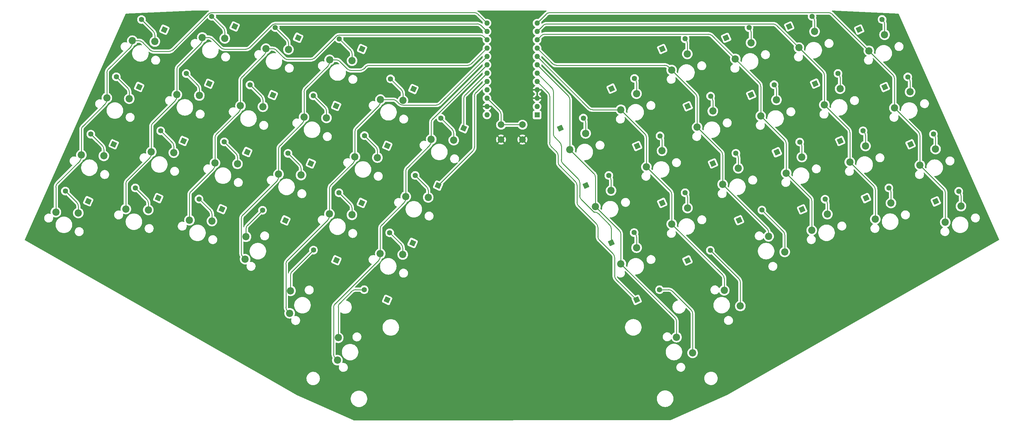
<source format=gtl>
%TF.GenerationSoftware,KiCad,Pcbnew,6.0.4-1.fc35*%
%TF.CreationDate,2022-04-29T05:39:43+02:00*%
%TF.ProjectId,lineata,6c696e65-6174-4612-9e6b-696361645f70,0.1*%
%TF.SameCoordinates,Original*%
%TF.FileFunction,Copper,L1,Top*%
%TF.FilePolarity,Positive*%
%FSLAX46Y46*%
G04 Gerber Fmt 4.6, Leading zero omitted, Abs format (unit mm)*
G04 Created by KiCad (PCBNEW 6.0.4-1.fc35) date 2022-04-29 05:39:43*
%MOMM*%
%LPD*%
G01*
G04 APERTURE LIST*
G04 Aperture macros list*
%AMHorizOval*
0 Thick line with rounded ends*
0 $1 width*
0 $2 $3 position (X,Y) of the first rounded end (center of the circle)*
0 $4 $5 position (X,Y) of the second rounded end (center of the circle)*
0 Add line between two ends*
20,1,$1,$2,$3,$4,$5,0*
0 Add two circle primitives to create the rounded ends*
1,1,$1,$2,$3*
1,1,$1,$4,$5*%
%AMRotRect*
0 Rectangle, with rotation*
0 The origin of the aperture is its center*
0 $1 length*
0 $2 width*
0 $3 Rotation angle, in degrees counterclockwise*
0 Add horizontal line*
21,1,$1,$2,0,0,$3*%
G04 Aperture macros list end*
%TA.AperFunction,ComponentPad*%
%ADD10RotRect,1.600000X1.600000X156.000000*%
%TD*%
%TA.AperFunction,ComponentPad*%
%ADD11HorizOval,1.600000X0.000000X0.000000X0.000000X0.000000X0*%
%TD*%
%TA.AperFunction,ComponentPad*%
%ADD12RotRect,1.600000X1.600000X24.000000*%
%TD*%
%TA.AperFunction,ComponentPad*%
%ADD13HorizOval,1.600000X0.000000X0.000000X0.000000X0.000000X0*%
%TD*%
%TA.AperFunction,ComponentPad*%
%ADD14C,2.200000*%
%TD*%
%TA.AperFunction,ComponentPad*%
%ADD15R,1.600000X1.600000*%
%TD*%
%TA.AperFunction,ComponentPad*%
%ADD16O,1.600000X1.600000*%
%TD*%
%TA.AperFunction,ComponentPad*%
%ADD17C,2.000000*%
%TD*%
%TA.AperFunction,Conductor*%
%ADD18C,0.250000*%
%TD*%
G04 APERTURE END LIST*
D10*
%TO.P,D2,1*%
%TO.N,Net-(D10-Pad1)*%
X86677500Y-112014000D03*
D11*
%TO.P,D2,2*%
%TO.N,Net-(D2-Pad2)*%
X79716284Y-108914667D03*
%TD*%
D10*
%TO.P,D3,1*%
%TO.N,Net-(D11-Pad1)*%
X78930500Y-129476500D03*
D11*
%TO.P,D3,2*%
%TO.N,Net-(D3-Pad2)*%
X71969284Y-126377167D03*
%TD*%
D10*
%TO.P,D4,1*%
%TO.N,Net-(D12-Pad1)*%
X71183500Y-146812000D03*
D11*
%TO.P,D4,2*%
%TO.N,Net-(D4-Pad2)*%
X64222284Y-143712667D03*
%TD*%
D10*
%TO.P,D5,1*%
%TO.N,Net-(D1-Pad1)*%
X115697000Y-93599000D03*
D11*
%TO.P,D5,2*%
%TO.N,Net-(D5-Pad2)*%
X108735784Y-90499667D03*
%TD*%
D10*
%TO.P,D6,1*%
%TO.N,Net-(D10-Pad1)*%
X107950000Y-111036100D03*
D11*
%TO.P,D6,2*%
%TO.N,Net-(D6-Pad2)*%
X100988784Y-107936767D03*
%TD*%
D10*
%TO.P,D7,1*%
%TO.N,Net-(D11-Pad1)*%
X100177600Y-128460500D03*
D11*
%TO.P,D7,2*%
%TO.N,Net-(D7-Pad2)*%
X93216384Y-125361167D03*
%TD*%
D10*
%TO.P,D8,1*%
%TO.N,Net-(D12-Pad1)*%
X92456000Y-145859500D03*
D11*
%TO.P,D8,2*%
%TO.N,Net-(D8-Pad2)*%
X85494784Y-142760167D03*
%TD*%
D10*
%TO.P,D9,1*%
%TO.N,Net-(D1-Pad1)*%
X135001000Y-97028000D03*
D11*
%TO.P,D9,2*%
%TO.N,Net-(D9-Pad2)*%
X128039784Y-93928667D03*
%TD*%
D10*
%TO.P,D10,1*%
%TO.N,Net-(D10-Pad1)*%
X127317500Y-114490500D03*
D11*
%TO.P,D10,2*%
%TO.N,Net-(D10-Pad2)*%
X120356284Y-111391167D03*
%TD*%
D10*
%TO.P,D12,1*%
%TO.N,Net-(D12-Pad1)*%
X111823500Y-149225000D03*
D11*
%TO.P,D12,2*%
%TO.N,Net-(D12-Pad2)*%
X104862284Y-146125667D03*
%TD*%
D10*
%TO.P,D13,1*%
%TO.N,Net-(D1-Pad1)*%
X154432000Y-100457000D03*
D11*
%TO.P,D13,2*%
%TO.N,Net-(D13-Pad2)*%
X147470784Y-97357667D03*
%TD*%
D10*
%TO.P,D14,1*%
%TO.N,Net-(D10-Pad1)*%
X146558000Y-117792500D03*
D11*
%TO.P,D14,2*%
%TO.N,Net-(D14-Pad2)*%
X139596784Y-114693167D03*
%TD*%
D10*
%TO.P,D15,1*%
%TO.N,Net-(D11-Pad1)*%
X138874500Y-135318500D03*
D11*
%TO.P,D15,2*%
%TO.N,Net-(D15-Pad2)*%
X131913284Y-132219167D03*
%TD*%
D10*
%TO.P,D16,1*%
%TO.N,Net-(D12-Pad1)*%
X131127500Y-152654000D03*
D11*
%TO.P,D16,2*%
%TO.N,Net-(D16-Pad2)*%
X124166284Y-149554667D03*
%TD*%
D10*
%TO.P,D17,1*%
%TO.N,Net-(D1-Pad1)*%
X170053000Y-112649000D03*
D11*
%TO.P,D17,2*%
%TO.N,Net-(D17-Pad2)*%
X163091784Y-109549667D03*
%TD*%
D10*
%TO.P,D18,1*%
%TO.N,Net-(D10-Pad1)*%
X162115500Y-129921000D03*
D11*
%TO.P,D18,2*%
%TO.N,Net-(D18-Pad2)*%
X155154284Y-126821667D03*
%TD*%
D10*
%TO.P,D19,1*%
%TO.N,Net-(D11-Pad1)*%
X154368500Y-147320000D03*
D11*
%TO.P,D19,2*%
%TO.N,Net-(D19-Pad2)*%
X147407284Y-144220667D03*
%TD*%
D10*
%TO.P,D20,1*%
%TO.N,Net-(D12-Pad1)*%
X146621500Y-164782500D03*
D11*
%TO.P,D20,2*%
%TO.N,Net-(D20-Pad2)*%
X139660284Y-161683167D03*
%TD*%
D10*
%TO.P,D21,1*%
%TO.N,Net-(D1-Pad1)*%
X185356500Y-124587000D03*
D11*
%TO.P,D21,2*%
%TO.N,Net-(D21-Pad2)*%
X178395284Y-121487667D03*
%TD*%
D10*
%TO.P,D22,1*%
%TO.N,Net-(D10-Pad1)*%
X177546000Y-142049500D03*
D11*
%TO.P,D22,2*%
%TO.N,Net-(D22-Pad2)*%
X170584784Y-138950167D03*
%TD*%
D10*
%TO.P,D23,1*%
%TO.N,Net-(D11-Pad1)*%
X169799000Y-159512000D03*
D11*
%TO.P,D23,2*%
%TO.N,Net-(D23-Pad2)*%
X162837784Y-156412667D03*
%TD*%
D10*
%TO.P,D24,1*%
%TO.N,Net-(D12-Pad1)*%
X162052000Y-176847500D03*
D11*
%TO.P,D24,2*%
%TO.N,Net-(D24-Pad2)*%
X155090784Y-173748167D03*
%TD*%
D12*
%TO.P,D25,1*%
%TO.N,Net-(D1-Pad1)*%
X214737000Y-124587846D03*
D13*
%TO.P,D25,2*%
%TO.N,Net-(D25-Pad2)*%
X221698216Y-121488513D03*
%TD*%
D12*
%TO.P,D26,1*%
%TO.N,Net-(D10-Pad1)*%
X222484000Y-142049500D03*
D13*
%TO.P,D26,2*%
%TO.N,Net-(D26-Pad2)*%
X229445216Y-138950167D03*
%TD*%
D12*
%TO.P,D27,1*%
%TO.N,Net-(D11-Pad1)*%
X230187500Y-159448500D03*
D13*
%TO.P,D27,2*%
%TO.N,Net-(D27-Pad2)*%
X237148716Y-156349167D03*
%TD*%
D12*
%TO.P,D28,1*%
%TO.N,Net-(D12-Pad1)*%
X237914500Y-176847500D03*
D13*
%TO.P,D28,2*%
%TO.N,Net-(D28-Pad2)*%
X244875716Y-173748167D03*
%TD*%
D12*
%TO.P,D29,1*%
%TO.N,Net-(D1-Pad1)*%
X230291500Y-112522000D03*
D13*
%TO.P,D29,2*%
%TO.N,Net-(D29-Pad2)*%
X237252716Y-109422667D03*
%TD*%
D12*
%TO.P,D30,1*%
%TO.N,Net-(D10-Pad1)*%
X238061500Y-130003846D03*
D13*
%TO.P,D30,2*%
%TO.N,Net-(D30-Pad2)*%
X245022716Y-126904513D03*
%TD*%
D12*
%TO.P,D31,1*%
%TO.N,Net-(D11-Pad1)*%
X245681500Y-147320000D03*
D13*
%TO.P,D31,2*%
%TO.N,Net-(D31-Pad2)*%
X252642716Y-144220667D03*
%TD*%
D12*
%TO.P,D32,1*%
%TO.N,Net-(D12-Pad1)*%
X253365000Y-164846000D03*
D13*
%TO.P,D32,2*%
%TO.N,Net-(D32-Pad2)*%
X260326216Y-161746667D03*
%TD*%
D12*
%TO.P,D33,1*%
%TO.N,Net-(D1-Pad1)*%
X245681500Y-100453846D03*
D13*
%TO.P,D33,2*%
%TO.N,Net-(D33-Pad2)*%
X252642716Y-97354513D03*
%TD*%
D12*
%TO.P,D34,1*%
%TO.N,Net-(D10-Pad1)*%
X253428500Y-117903846D03*
D13*
%TO.P,D34,2*%
%TO.N,Net-(D34-Pad2)*%
X260389716Y-114804513D03*
%TD*%
D12*
%TO.P,D35,1*%
%TO.N,Net-(D11-Pad1)*%
X261112000Y-135303846D03*
D13*
%TO.P,D35,2*%
%TO.N,Net-(D35-Pad2)*%
X268073216Y-132204513D03*
%TD*%
D12*
%TO.P,D36,1*%
%TO.N,Net-(D12-Pad1)*%
X269041500Y-152590500D03*
D13*
%TO.P,D36,2*%
%TO.N,Net-(D36-Pad2)*%
X276002716Y-149491167D03*
%TD*%
D12*
%TO.P,D37,1*%
%TO.N,Net-(D1-Pad1)*%
X265112500Y-97053846D03*
D13*
%TO.P,D37,2*%
%TO.N,Net-(D37-Pad2)*%
X272073716Y-93954513D03*
%TD*%
D12*
%TO.P,D38,1*%
%TO.N,Net-(D10-Pad1)*%
X272732500Y-114427000D03*
D13*
%TO.P,D38,2*%
%TO.N,Net-(D38-Pad2)*%
X279693716Y-111327667D03*
%TD*%
D12*
%TO.P,D39,1*%
%TO.N,Net-(D11-Pad1)*%
X280541500Y-131889500D03*
D13*
%TO.P,D39,2*%
%TO.N,Net-(D39-Pad2)*%
X287502716Y-128790167D03*
%TD*%
D12*
%TO.P,D40,1*%
%TO.N,Net-(D12-Pad1)*%
X288226500Y-149288500D03*
D13*
%TO.P,D40,2*%
%TO.N,Net-(D40-Pad2)*%
X295187716Y-146189167D03*
%TD*%
D12*
%TO.P,D41,1*%
%TO.N,Net-(D1-Pad1)*%
X284289500Y-93599000D03*
D13*
%TO.P,D41,2*%
%TO.N,Net-(D41-Pad2)*%
X291250716Y-90499667D03*
%TD*%
D12*
%TO.P,D42,1*%
%TO.N,Net-(D10-Pad1)*%
X292163500Y-110998000D03*
D13*
%TO.P,D42,2*%
%TO.N,Net-(D42-Pad2)*%
X299124716Y-107898667D03*
%TD*%
D12*
%TO.P,D43,1*%
%TO.N,Net-(D11-Pad1)*%
X299783500Y-128460500D03*
D13*
%TO.P,D43,2*%
%TO.N,Net-(D43-Pad2)*%
X306744716Y-125361167D03*
%TD*%
D12*
%TO.P,D44,1*%
%TO.N,Net-(D12-Pad1)*%
X307641500Y-145859500D03*
D13*
%TO.P,D44,2*%
%TO.N,Net-(D44-Pad2)*%
X314602716Y-142760167D03*
%TD*%
D12*
%TO.P,D45,1*%
%TO.N,Net-(D1-Pad1)*%
X305562000Y-94551500D03*
D13*
%TO.P,D45,2*%
%TO.N,Net-(D45-Pad2)*%
X312523216Y-91452167D03*
%TD*%
D12*
%TO.P,D46,1*%
%TO.N,Net-(D10-Pad1)*%
X313372500Y-112053846D03*
D13*
%TO.P,D46,2*%
%TO.N,Net-(D46-Pad2)*%
X320333716Y-108954513D03*
%TD*%
D12*
%TO.P,D47,1*%
%TO.N,Net-(D11-Pad1)*%
X321183000Y-129476500D03*
D13*
%TO.P,D47,2*%
%TO.N,Net-(D47-Pad2)*%
X328144216Y-126377167D03*
%TD*%
D12*
%TO.P,D48,1*%
%TO.N,Net-(D12-Pad1)*%
X328866500Y-146875500D03*
D13*
%TO.P,D48,2*%
%TO.N,Net-(D48-Pad2)*%
X335827716Y-143776167D03*
%TD*%
D14*
%TO.P,SW2,1*%
%TO.N,Net-(D2-Pad2)*%
X83673000Y-115595500D03*
%TO.P,SW2,2*%
%TO.N,Net-(SW1-Pad2)*%
X76838875Y-115333128D03*
%TD*%
%TO.P,SW3,1*%
%TO.N,Net-(D3-Pad2)*%
X75923000Y-132995500D03*
%TO.P,SW3,2*%
%TO.N,Net-(SW1-Pad2)*%
X69088875Y-132733128D03*
%TD*%
%TO.P,SW4,1*%
%TO.N,Net-(D4-Pad2)*%
X68173000Y-150395500D03*
%TO.P,SW4,2*%
%TO.N,Net-(SW1-Pad2)*%
X61338875Y-150133128D03*
%TD*%
%TO.P,SW5,1*%
%TO.N,Net-(D5-Pad2)*%
X112698000Y-97220500D03*
%TO.P,SW5,2*%
%TO.N,Net-(SW5-Pad2)*%
X105863875Y-96958128D03*
%TD*%
%TO.P,SW6,1*%
%TO.N,Net-(D6-Pad2)*%
X104948000Y-114620500D03*
%TO.P,SW6,2*%
%TO.N,Net-(SW5-Pad2)*%
X98113875Y-114358128D03*
%TD*%
%TO.P,SW7,1*%
%TO.N,Net-(D7-Pad2)*%
X97198000Y-132020500D03*
%TO.P,SW7,2*%
%TO.N,Net-(SW5-Pad2)*%
X90363875Y-131758128D03*
%TD*%
%TO.P,SW8,1*%
%TO.N,Net-(D8-Pad2)*%
X89448000Y-149445500D03*
%TO.P,SW8,2*%
%TO.N,Net-(SW5-Pad2)*%
X82613875Y-149183128D03*
%TD*%
%TO.P,SW9,1*%
%TO.N,Net-(D9-Pad2)*%
X132048000Y-100620500D03*
%TO.P,SW9,2*%
%TO.N,Net-(SW10-Pad2)*%
X125213875Y-100358128D03*
%TD*%
%TO.P,SW10,1*%
%TO.N,Net-(D10-Pad2)*%
X124298000Y-118020500D03*
%TO.P,SW10,2*%
%TO.N,Net-(SW10-Pad2)*%
X117463875Y-117758128D03*
%TD*%
%TO.P,SW11,1*%
%TO.N,Net-(D11-Pad2)*%
X116548000Y-135420500D03*
%TO.P,SW11,2*%
%TO.N,Net-(SW10-Pad2)*%
X109713875Y-135158128D03*
%TD*%
%TO.P,SW12,1*%
%TO.N,Net-(D12-Pad2)*%
X108798000Y-152845500D03*
%TO.P,SW12,2*%
%TO.N,Net-(SW10-Pad2)*%
X101963875Y-152583128D03*
%TD*%
%TO.P,SW13,1*%
%TO.N,Net-(D13-Pad2)*%
X151398000Y-104020500D03*
%TO.P,SW13,2*%
%TO.N,Net-(SW13-Pad2)*%
X144563875Y-103758128D03*
%TD*%
%TO.P,SW14,1*%
%TO.N,Net-(D14-Pad2)*%
X143623000Y-121445500D03*
%TO.P,SW14,2*%
%TO.N,Net-(SW13-Pad2)*%
X136788875Y-121183128D03*
%TD*%
%TO.P,SW15,1*%
%TO.N,Net-(D15-Pad2)*%
X135873000Y-138837800D03*
%TO.P,SW15,2*%
%TO.N,Net-(SW13-Pad2)*%
X129038875Y-138575428D03*
%TD*%
%TO.P,SW17,1*%
%TO.N,Net-(D17-Pad2)*%
X166848000Y-116120500D03*
%TO.P,SW17,2*%
%TO.N,Net-(SW17-Pad2)*%
X160013875Y-115858128D03*
%TD*%
%TO.P,SW18,1*%
%TO.N,Net-(D18-Pad2)*%
X159098000Y-133520500D03*
%TO.P,SW18,2*%
%TO.N,Net-(SW17-Pad2)*%
X152263875Y-133258128D03*
%TD*%
%TO.P,SW19,1*%
%TO.N,Net-(D19-Pad2)*%
X151348000Y-150945500D03*
%TO.P,SW19,2*%
%TO.N,Net-(SW17-Pad2)*%
X144513875Y-150683128D03*
%TD*%
D15*
%TO.P,U1,1*%
%TO.N,Net-(U1-Pad1)*%
X207645000Y-120523000D03*
D16*
%TO.P,U1,2*%
%TO.N,Net-(U1-Pad2)*%
X207645000Y-117983000D03*
%TO.P,U1,3*%
%TO.N,GND*%
X207645000Y-115443000D03*
%TO.P,U1,4*%
X207645000Y-112903000D03*
%TO.P,U1,5*%
%TO.N,Net-(D12-Pad1)*%
X207645000Y-110363000D03*
%TO.P,U1,6*%
%TO.N,Net-(D11-Pad1)*%
X207645000Y-107823000D03*
%TO.P,U1,7*%
%TO.N,Net-(SW25-Pad2)*%
X207645000Y-105283000D03*
%TO.P,U1,8*%
%TO.N,Net-(SW29-Pad2)*%
X207645000Y-102743000D03*
%TO.P,U1,9*%
%TO.N,Net-(SW33-Pad2)*%
X207645000Y-100203000D03*
%TO.P,U1,10*%
%TO.N,Net-(SW37-Pad2)*%
X207645000Y-97663000D03*
%TO.P,U1,11*%
%TO.N,Net-(SW41-Pad2)*%
X207645000Y-95123000D03*
%TO.P,U1,12*%
%TO.N,Net-(SW45-Pad2)*%
X207645000Y-92583000D03*
%TO.P,U1,13*%
%TO.N,Net-(SW1-Pad2)*%
X192405000Y-92583000D03*
%TO.P,U1,14*%
%TO.N,Net-(SW5-Pad2)*%
X192405000Y-95123000D03*
%TO.P,U1,15*%
%TO.N,Net-(SW10-Pad2)*%
X192405000Y-97663000D03*
%TO.P,U1,16*%
%TO.N,Net-(SW13-Pad2)*%
X192405000Y-100203000D03*
%TO.P,U1,17*%
%TO.N,Net-(SW17-Pad2)*%
X192405000Y-102743000D03*
%TO.P,U1,18*%
%TO.N,Net-(SW21-Pad2)*%
X192405000Y-105283000D03*
%TO.P,U1,19*%
%TO.N,Net-(D1-Pad1)*%
X192405000Y-107823000D03*
%TO.P,U1,20*%
%TO.N,Net-(D10-Pad1)*%
X192405000Y-110363000D03*
%TO.P,U1,21*%
%TO.N,Net-(U1-Pad21)*%
X192405000Y-112903000D03*
%TO.P,U1,22*%
%TO.N,Net-(SW49-Pad2)*%
X192405000Y-115443000D03*
%TO.P,U1,23*%
%TO.N,GND*%
X192405000Y-117983000D03*
%TO.P,U1,24*%
%TO.N,Net-(U1-Pad24)*%
X192405000Y-120523000D03*
%TD*%
D10*
%TO.P,D1,1*%
%TO.N,Net-(D1-Pad1)*%
X94335600Y-94576900D03*
D11*
%TO.P,D1,2*%
%TO.N,Net-(D1-Pad2)*%
X87374384Y-91477567D03*
%TD*%
D14*
%TO.P,SW1,1*%
%TO.N,Net-(D1-Pad2)*%
X91423000Y-98195500D03*
%TO.P,SW1,2*%
%TO.N,Net-(SW1-Pad2)*%
X84588875Y-97933128D03*
%TD*%
%TO.P,SW20,1*%
%TO.N,Net-(D20-Pad2)*%
X132698000Y-174095500D03*
%TO.P,SW20,2*%
%TO.N,Net-(SW17-Pad2)*%
X132435628Y-180929625D03*
%TD*%
%TO.P,SW21,1*%
%TO.N,Net-(D21-Pad2)*%
X182298000Y-128220500D03*
%TO.P,SW21,2*%
%TO.N,Net-(SW21-Pad2)*%
X175463875Y-127958128D03*
%TD*%
%TO.P,SW22,1*%
%TO.N,Net-(D22-Pad2)*%
X174548000Y-145645500D03*
%TO.P,SW22,2*%
%TO.N,Net-(SW21-Pad2)*%
X167713875Y-145383128D03*
%TD*%
%TO.P,SW23,1*%
%TO.N,Net-(D23-Pad2)*%
X166798000Y-163037800D03*
%TO.P,SW23,2*%
%TO.N,Net-(SW21-Pad2)*%
X159963875Y-162775428D03*
%TD*%
%TO.P,SW24,1*%
%TO.N,Net-(D24-Pad2)*%
X147198000Y-188370500D03*
%TO.P,SW24,2*%
%TO.N,Net-(SW21-Pad2)*%
X146935628Y-195204625D03*
%TD*%
%TO.P,SW25,1*%
%TO.N,Net-(D25-Pad2)*%
X222391500Y-126153846D03*
%TO.P,SW25,2*%
%TO.N,Net-(SW25-Pad2)*%
X217623597Y-131057029D03*
%TD*%
%TO.P,SW26,1*%
%TO.N,Net-(D26-Pad2)*%
X230141500Y-143553846D03*
%TO.P,SW26,2*%
%TO.N,Net-(SW25-Pad2)*%
X225373597Y-148457029D03*
%TD*%
%TO.P,SW27,1*%
%TO.N,Net-(D27-Pad2)*%
X237891500Y-160953846D03*
%TO.P,SW27,2*%
%TO.N,Net-(SW25-Pad2)*%
X233123597Y-165857029D03*
%TD*%
%TO.P,SW28,1*%
%TO.N,Net-(D28-Pad2)*%
X254941500Y-192978846D03*
%TO.P,SW28,2*%
%TO.N,Net-(SW25-Pad2)*%
X250038317Y-188210943D03*
%TD*%
%TO.P,SW29,1*%
%TO.N,Net-(D29-Pad2)*%
X237866500Y-114053846D03*
%TO.P,SW29,2*%
%TO.N,Net-(SW29-Pad2)*%
X233098597Y-118957029D03*
%TD*%
%TO.P,SW30,1*%
%TO.N,Net-(D30-Pad2)*%
X245641500Y-131453846D03*
%TO.P,SW30,2*%
%TO.N,Net-(SW29-Pad2)*%
X240873597Y-136357029D03*
%TD*%
%TO.P,SW31,1*%
%TO.N,Net-(D31-Pad2)*%
X253366500Y-148853846D03*
%TO.P,SW31,2*%
%TO.N,Net-(SW29-Pad2)*%
X248598597Y-153757029D03*
%TD*%
%TO.P,SW32,1*%
%TO.N,Net-(D32-Pad2)*%
X269441500Y-178703846D03*
%TO.P,SW32,2*%
%TO.N,Net-(SW29-Pad2)*%
X264538317Y-173935943D03*
%TD*%
%TO.P,SW33,1*%
%TO.N,Net-(D33-Pad2)*%
X253316500Y-101953846D03*
%TO.P,SW33,2*%
%TO.N,Net-(SW33-Pad2)*%
X248548597Y-106857029D03*
%TD*%
%TO.P,SW34,1*%
%TO.N,Net-(D34-Pad2)*%
X261066500Y-119353846D03*
%TO.P,SW34,2*%
%TO.N,Net-(SW33-Pad2)*%
X256298597Y-124257029D03*
%TD*%
%TO.P,SW35,1*%
%TO.N,Net-(D35-Pad2)*%
X268816500Y-136753846D03*
%TO.P,SW35,2*%
%TO.N,Net-(SW33-Pad2)*%
X264048597Y-141657029D03*
%TD*%
%TO.P,SW37,1*%
%TO.N,Net-(D37-Pad2)*%
X272681500Y-98573846D03*
%TO.P,SW37,2*%
%TO.N,Net-(SW37-Pad2)*%
X267913597Y-103477029D03*
%TD*%
%TO.P,SW38,1*%
%TO.N,Net-(D38-Pad2)*%
X280406500Y-115948846D03*
%TO.P,SW38,2*%
%TO.N,Net-(SW37-Pad2)*%
X275638597Y-120852029D03*
%TD*%
%TO.P,SW39,1*%
%TO.N,Net-(D39-Pad2)*%
X288156500Y-133348846D03*
%TO.P,SW39,2*%
%TO.N,Net-(SW37-Pad2)*%
X283388597Y-138252029D03*
%TD*%
%TO.P,SW40,1*%
%TO.N,Net-(D40-Pad2)*%
X295906500Y-150748846D03*
%TO.P,SW40,2*%
%TO.N,Net-(SW37-Pad2)*%
X291138597Y-155652029D03*
%TD*%
%TO.P,SW41,1*%
%TO.N,Net-(D41-Pad2)*%
X292006500Y-95148846D03*
%TO.P,SW41,2*%
%TO.N,Net-(SW41-Pad2)*%
X287238597Y-100052029D03*
%TD*%
%TO.P,SW42,1*%
%TO.N,Net-(D42-Pad2)*%
X299766500Y-112553846D03*
%TO.P,SW42,2*%
%TO.N,Net-(SW41-Pad2)*%
X294998597Y-117457029D03*
%TD*%
%TO.P,SW43,1*%
%TO.N,Net-(D43-Pad2)*%
X307491500Y-129978846D03*
%TO.P,SW43,2*%
%TO.N,Net-(SW41-Pad2)*%
X302723597Y-134882029D03*
%TD*%
%TO.P,SW44,1*%
%TO.N,Net-(D44-Pad2)*%
X315241500Y-147353846D03*
%TO.P,SW44,2*%
%TO.N,Net-(SW41-Pad2)*%
X310473597Y-152257029D03*
%TD*%
%TO.P,SW45,1*%
%TO.N,Net-(D45-Pad2)*%
X313291500Y-96103846D03*
%TO.P,SW45,2*%
%TO.N,Net-(SW45-Pad2)*%
X308523597Y-101007029D03*
%TD*%
%TO.P,SW46,1*%
%TO.N,Net-(D46-Pad2)*%
X321041500Y-113503846D03*
%TO.P,SW46,2*%
%TO.N,Net-(SW45-Pad2)*%
X316273597Y-118407029D03*
%TD*%
%TO.P,SW47,1*%
%TO.N,Net-(D47-Pad2)*%
X328791500Y-130928846D03*
%TO.P,SW47,2*%
%TO.N,Net-(SW45-Pad2)*%
X324023597Y-135832029D03*
%TD*%
%TO.P,SW48,1*%
%TO.N,Net-(D48-Pad2)*%
X336516500Y-148303846D03*
%TO.P,SW48,2*%
%TO.N,Net-(SW45-Pad2)*%
X331748597Y-153207029D03*
%TD*%
%TO.P,SW16,1*%
%TO.N,Net-(D16-Pad2)*%
X119148000Y-157620500D03*
%TO.P,SW16,2*%
%TO.N,Net-(SW13-Pad2)*%
X118885628Y-164454625D03*
%TD*%
%TO.P,SW36,1*%
%TO.N,Net-(D36-Pad2)*%
X282941500Y-162253846D03*
%TO.P,SW36,2*%
%TO.N,Net-(SW33-Pad2)*%
X278038317Y-157485943D03*
%TD*%
D10*
%TO.P,D11,1*%
%TO.N,Net-(D11-Pad1)*%
X119507000Y-131826000D03*
D11*
%TO.P,D11,2*%
%TO.N,Net-(D11-Pad2)*%
X112545784Y-128726667D03*
%TD*%
D17*
%TO.P,SW49,1*%
%TO.N,GND*%
X196700000Y-128016000D03*
X203200000Y-128016000D03*
%TO.P,SW49,2*%
%TO.N,Net-(SW49-Pad2)*%
X203200000Y-123516000D03*
X196700000Y-123516000D03*
%TD*%
D18*
%TO.N,Net-(SW49-Pad2)*%
X196228434Y-119266450D02*
G75*
G02*
X196700000Y-120404884I-1138434J-1138450D01*
G01*
%TO.N,Net-(SW45-Pad2)*%
X323552045Y-125685465D02*
G75*
G02*
X324023597Y-126823913I-1138445J-1138435D01*
G01*
X316273588Y-109423913D02*
G75*
G03*
X315802038Y-108285472I-1609988J13D01*
G01*
X210381760Y-89846208D02*
G75*
G02*
X211520218Y-89374666I1138440J-1138492D01*
G01*
X297362774Y-89846242D02*
G75*
G03*
X296224350Y-89374666I-1138474J-1138458D01*
G01*
X331277045Y-143085465D02*
G75*
G02*
X331748597Y-144223913I-1138445J-1138435D01*
G01*
%TO.N,Net-(SW41-Pad2)*%
X310002045Y-142160465D02*
G75*
G02*
X310473597Y-143298913I-1138445J-1138435D01*
G01*
X302723588Y-125848913D02*
G75*
G03*
X302252038Y-124710472I-1609988J13D01*
G01*
X294527045Y-107340465D02*
G75*
G02*
X294998597Y-108478913I-1138445J-1138435D01*
G01*
X209466947Y-93301087D02*
G75*
G02*
X210605372Y-92829512I1138453J-1138413D01*
G01*
X280487637Y-93301071D02*
G75*
G03*
X279349196Y-92829512I-1138437J-1138429D01*
G01*
%TO.N,Net-(SW37-Pad2)*%
X282917045Y-128130465D02*
G75*
G02*
X283388597Y-129268913I-1138445J-1138435D01*
G01*
X210026384Y-95948489D02*
G75*
G03*
X208887942Y-96420058I16J-1610011D01*
G01*
X259718184Y-95948512D02*
G75*
G02*
X260856625Y-96420059I16J-1609988D01*
G01*
X291138588Y-146668913D02*
G75*
G03*
X290667038Y-145530472I-1609988J13D01*
G01*
X275638588Y-111868913D02*
G75*
G03*
X275167038Y-110730472I-1609988J13D01*
G01*
%TO.N,Net-(SW33-Pad2)*%
X263577045Y-131535465D02*
G75*
G02*
X264048597Y-132673913I-1138445J-1138435D01*
G01*
X277566779Y-155175171D02*
G75*
G02*
X278038317Y-156313633I-1138479J-1138429D01*
G01*
X255827045Y-114135465D02*
G75*
G02*
X256298597Y-115273913I-1138445J-1138435D01*
G01*
X247573134Y-105881550D02*
G75*
G03*
X246434684Y-105410000I-1138434J-1138450D01*
G01*
X212380450Y-104938434D02*
G75*
G03*
X213518884Y-105410000I1138450J1138434D01*
G01*
%TO.N,Net-(SW29-Pad2)*%
X264066779Y-169225171D02*
G75*
G02*
X264538317Y-170363633I-1138479J-1138429D01*
G01*
X224525913Y-118957011D02*
G75*
G02*
X223387471Y-118485471I-13J1610011D01*
G01*
X240873588Y-127398913D02*
G75*
G03*
X240402038Y-126260472I-1609988J13D01*
G01*
X248127045Y-143610465D02*
G75*
G02*
X248598597Y-144748913I-1138445J-1138435D01*
G01*
%TO.N,Net-(SW25-Pad2)*%
X217152029Y-114790049D02*
G75*
G02*
X217623597Y-115928481I-1138429J-1138451D01*
G01*
X250038288Y-183438633D02*
G75*
G03*
X249566758Y-182300192I-1609988J33D01*
G01*
X224902045Y-138335465D02*
G75*
G02*
X225373597Y-139473913I-1138445J-1138435D01*
G01*
X232652045Y-155735465D02*
G75*
G02*
X233123597Y-156873913I-1138445J-1138435D01*
G01*
%TO.N,Net-(SW21-Pad2)*%
X146244546Y-178050369D02*
G75*
G03*
X145772999Y-179188822I1138454J-1138431D01*
G01*
X159492323Y-164802626D02*
G75*
G03*
X159963875Y-163664178I-1138423J1138426D01*
G01*
X175463889Y-122891009D02*
G75*
G02*
X175935433Y-121752567I1610011J9D01*
G01*
X167713869Y-146065782D02*
G75*
G02*
X167242316Y-147204223I-1609969J-18D01*
G01*
X159963847Y-155149550D02*
G75*
G02*
X160435433Y-154011108I1610053J-50D01*
G01*
X175463869Y-128640782D02*
G75*
G02*
X174992316Y-129779223I-1609969J-18D01*
G01*
X167713847Y-137724550D02*
G75*
G02*
X168185433Y-136586108I1610053J-50D01*
G01*
X145772991Y-193375112D02*
G75*
G03*
X146244557Y-194513554I1610009J12D01*
G01*
%TO.N,Net-(SW17-Pad2)*%
X131744544Y-164801971D02*
G75*
G03*
X131272999Y-165940426I1138456J-1138429D01*
G01*
X131744563Y-180238548D02*
G75*
G02*
X131272999Y-179100112I1138437J1138448D01*
G01*
X144042321Y-152504228D02*
G75*
G03*
X144513875Y-151365782I-1138421J1138428D01*
G01*
X144985453Y-141886128D02*
G75*
G03*
X144513875Y-143024550I1138447J-1138472D01*
G01*
X151792321Y-135079228D02*
G75*
G03*
X152263875Y-133940782I-1138421J1138428D01*
G01*
X166830883Y-117545512D02*
G75*
G02*
X165692442Y-117073942I17J1610012D01*
G01*
X163809742Y-115858090D02*
G75*
G02*
X164948184Y-116329686I-42J-1610010D01*
G01*
X160013869Y-116540782D02*
G75*
G02*
X159542316Y-117679223I-1609969J-18D01*
G01*
X152263847Y-125624550D02*
G75*
G02*
X152735433Y-124486108I1610053J-50D01*
G01*
X176935615Y-117545511D02*
G75*
G03*
X178074057Y-117073943I-15J1610011D01*
G01*
%TO.N,Net-(SW13-Pad2)*%
X118194546Y-150975369D02*
G75*
G03*
X117722999Y-152113822I1138454J-1138431D01*
G01*
X117722991Y-162625112D02*
G75*
G03*
X118194557Y-163763554I1610009J12D01*
G01*
X144563869Y-104440782D02*
G75*
G02*
X144092316Y-105579223I-1609969J-18D01*
G01*
X156650883Y-105445489D02*
G75*
G03*
X155512441Y-105917059I17J-1610011D01*
G01*
X153765116Y-106997511D02*
G75*
G03*
X154903558Y-106525942I-16J1610011D01*
G01*
X186495615Y-105445511D02*
G75*
G03*
X187634057Y-104973943I-15J1610011D01*
G01*
X151098384Y-106997511D02*
G75*
G02*
X149959942Y-106525942I16J1610011D01*
G01*
X146525244Y-103758089D02*
G75*
G02*
X147663686Y-104229686I-44J-1610011D01*
G01*
X128567323Y-140602626D02*
G75*
G03*
X129038875Y-139464178I-1138423J1138426D01*
G01*
X136788869Y-121865782D02*
G75*
G02*
X136317316Y-123004223I-1609969J-18D01*
G01*
X129038847Y-130949550D02*
G75*
G02*
X129510433Y-129811108I1610053J-50D01*
G01*
X137260453Y-112411128D02*
G75*
G03*
X136788875Y-113549550I1138447J-1138472D01*
G01*
%TO.N,Net-(SW10-Pad2)*%
X101963847Y-144924550D02*
G75*
G02*
X102435433Y-143786108I1610053J-50D01*
G01*
X117935453Y-108986128D02*
G75*
G03*
X117463875Y-110124550I1138447J-1138472D01*
G01*
X124742321Y-102179228D02*
G75*
G03*
X125213875Y-101040782I-1138421J1138428D01*
G01*
X130782950Y-103223934D02*
G75*
G03*
X131921384Y-103695500I1138450J1138434D01*
G01*
X128388658Y-100829714D02*
G75*
G03*
X127250244Y-100358128I-1138458J-1138386D01*
G01*
X138801065Y-103695475D02*
G75*
G03*
X139939507Y-103223942I35J1609975D01*
G01*
X109242321Y-136979228D02*
G75*
G03*
X109713875Y-135840782I-1138421J1138428D01*
G01*
X191446240Y-96704208D02*
G75*
G03*
X190307782Y-96232666I-1138440J-1138492D01*
G01*
X146459235Y-96704234D02*
G75*
G02*
X147597667Y-96232666I1138465J-1138466D01*
G01*
X117463869Y-118440782D02*
G75*
G02*
X116992316Y-119579223I-1609969J-18D01*
G01*
X109713847Y-127524550D02*
G75*
G02*
X110185433Y-126386108I1610053J-50D01*
G01*
%TO.N,Net-(SW5-Pad2)*%
X111476758Y-100046778D02*
G75*
G03*
X112615210Y-100518326I1138442J1138478D01*
G01*
X108859658Y-97429714D02*
G75*
G03*
X107721244Y-96958128I-1138458J-1138386D01*
G01*
X128166667Y-92803653D02*
G75*
G03*
X127028225Y-93275224I33J-1610047D01*
G01*
X119118239Y-100518346D02*
G75*
G03*
X120256681Y-100046768I-39J1610046D01*
G01*
X98113869Y-115040782D02*
G75*
G02*
X97642316Y-116179223I-1609969J-18D01*
G01*
X90363847Y-124124550D02*
G75*
G02*
X90835433Y-122986108I1610053J-50D01*
G01*
X189418782Y-92803689D02*
G75*
G02*
X190557224Y-93275224I18J-1610011D01*
G01*
X98113847Y-106724550D02*
G75*
G02*
X98585433Y-105586108I1610053J-50D01*
G01*
X105392321Y-98779228D02*
G75*
G03*
X105863875Y-97640782I-1138421J1138428D01*
G01*
X89892321Y-133579228D02*
G75*
G03*
X90363875Y-132440782I-1138421J1138428D01*
G01*
X83085453Y-140386128D02*
G75*
G03*
X82613875Y-141524550I1138447J-1138472D01*
G01*
%TO.N,Net-(SW1-Pad2)*%
X95684565Y-101218975D02*
G75*
G03*
X96823007Y-100747442I35J1609975D01*
G01*
X91154384Y-101219011D02*
G75*
G02*
X90015942Y-100747442I16J1610011D01*
G01*
X86534744Y-97933089D02*
G75*
G02*
X87673186Y-98404686I-44J-1610011D01*
G01*
X77310453Y-106561128D02*
G75*
G03*
X76838875Y-107699550I1138447J-1138472D01*
G01*
X61338847Y-142499550D02*
G75*
G02*
X61810433Y-141361108I1610053J-50D01*
G01*
X76838869Y-116015782D02*
G75*
G02*
X76367316Y-117154223I-1609969J-18D01*
G01*
X69088847Y-125099550D02*
G75*
G02*
X69560433Y-123961108I1610053J-50D01*
G01*
X68617321Y-134554228D02*
G75*
G03*
X69088875Y-133415782I-1138421J1138428D01*
G01*
X189668240Y-89846208D02*
G75*
G03*
X188529782Y-89374666I-1138440J-1138492D01*
G01*
X107724235Y-89846234D02*
G75*
G02*
X108862667Y-89374666I1138465J-1138466D01*
G01*
X84117321Y-99754228D02*
G75*
G03*
X84588875Y-98615782I-1138421J1138428D01*
G01*
%TO.N,Net-(D48-Pad2)*%
X336044959Y-143993376D02*
G75*
G02*
X336516500Y-145131835I-1138459J-1138424D01*
G01*
%TO.N,Net-(D47-Pad2)*%
X328791475Y-127691335D02*
G75*
G03*
X328319942Y-126552893I-1609975J35D01*
G01*
%TO.N,Net-(D46-Pad2)*%
X321041513Y-110329181D02*
G75*
G03*
X320569942Y-109190739I-1610013J-19D01*
G01*
%TO.N,Net-(D45-Pad2)*%
X312819959Y-91748876D02*
G75*
G02*
X313291500Y-92887335I-1138459J-1138424D01*
G01*
%TO.N,Net-(D44-Pad2)*%
X314769959Y-142927376D02*
G75*
G02*
X315241500Y-144065835I-1138459J-1138424D01*
G01*
%TO.N,Net-(D43-Pad2)*%
X307019959Y-125636376D02*
G75*
G02*
X307491500Y-126774835I-1138459J-1138424D01*
G01*
%TO.N,Net-(D42-Pad2)*%
X299766475Y-109207335D02*
G75*
G03*
X299294942Y-108068893I-1609975J35D01*
G01*
%TO.N,Net-(D41-Pad2)*%
X291534959Y-90783876D02*
G75*
G02*
X292006500Y-91922335I-1138459J-1138424D01*
G01*
%TO.N,Net-(D40-Pad2)*%
X295906475Y-147574835D02*
G75*
G03*
X295434942Y-146436393I-1609975J35D01*
G01*
%TO.N,Net-(D39-Pad2)*%
X287684959Y-128972376D02*
G75*
G02*
X288156500Y-130110835I-1138459J-1138424D01*
G01*
%TO.N,Net-(D38-Pad2)*%
X280406475Y-112707335D02*
G75*
G03*
X279934942Y-111568893I-1609975J35D01*
G01*
%TO.N,Net-(D37-Pad2)*%
X272209932Y-94090749D02*
G75*
G02*
X272681500Y-95229181I-1138432J-1138451D01*
G01*
%TO.N,Net-(D36-Pad2)*%
X282941475Y-157096835D02*
G75*
G03*
X282469942Y-155958393I-1609975J35D01*
G01*
%TO.N,Net-(D35-Pad2)*%
X268816513Y-133614681D02*
G75*
G03*
X268344942Y-132476239I-1610013J-19D01*
G01*
%TO.N,Net-(D34-Pad2)*%
X261066513Y-116148181D02*
G75*
G03*
X260594942Y-115009739I-1610013J-19D01*
G01*
%TO.N,Net-(D33-Pad2)*%
X252844932Y-97556749D02*
G75*
G02*
X253316500Y-98695181I-1138432J-1138451D01*
G01*
%TO.N,Net-(D32-Pad2)*%
X269441475Y-171528835D02*
G75*
G03*
X268969942Y-170390393I-1609975J35D01*
G01*
%TO.N,Net-(D31-Pad2)*%
X252894959Y-144472876D02*
G75*
G02*
X253366500Y-145611335I-1138459J-1138424D01*
G01*
%TO.N,Net-(D30-Pad2)*%
X245641513Y-128190181D02*
G75*
G03*
X245169942Y-127051739I-1610013J-19D01*
G01*
%TO.N,Net-(D29-Pad2)*%
X237394959Y-109564876D02*
G75*
G02*
X237866500Y-110703335I-1138459J-1138424D01*
G01*
%TO.N,Net-(D28-Pad2)*%
X254469925Y-179916042D02*
G75*
G02*
X254941500Y-181054467I-1138425J-1138458D01*
G01*
X248773649Y-174219718D02*
G75*
G03*
X247635200Y-173748167I-1138449J-1138482D01*
G01*
%TO.N,Net-(D27-Pad2)*%
X237419959Y-156620376D02*
G75*
G02*
X237891500Y-157758835I-1138459J-1138424D01*
G01*
%TO.N,Net-(D26-Pad2)*%
X230141475Y-140313335D02*
G75*
G03*
X229669942Y-139174893I-1609975J35D01*
G01*
%TO.N,Net-(D25-Pad2)*%
X222391513Y-122848681D02*
G75*
G03*
X221919942Y-121710239I-1610013J-19D01*
G01*
%TO.N,Net-(D24-Pad2)*%
X147669553Y-177882263D02*
G75*
G03*
X147198000Y-179020710I1138447J-1138437D01*
G01*
X151332073Y-174219697D02*
G75*
G02*
X152470543Y-173748167I1138427J-1138503D01*
G01*
%TO.N,Net-(D23-Pad2)*%
X166326425Y-159901342D02*
G75*
G02*
X166798000Y-161039767I-1138425J-1138458D01*
G01*
%TO.N,Net-(D22-Pad2)*%
X174076425Y-142441842D02*
G75*
G02*
X174548000Y-143580267I-1138425J-1138458D01*
G01*
%TO.N,Net-(D18-Pad2)*%
X158626425Y-130293842D02*
G75*
G02*
X159098000Y-131432267I-1138425J-1138458D01*
G01*
%TO.N,Net-(D17-Pad2)*%
X166848023Y-113972767D02*
G75*
G03*
X166376442Y-112834325I-1610023J-33D01*
G01*
%TO.N,Net-(D16-Pad2)*%
X119148025Y-155239835D02*
G75*
G02*
X119619558Y-154101393I1609975J35D01*
G01*
%TO.N,Net-(D15-Pad2)*%
X135873023Y-136845767D02*
G75*
G03*
X135401442Y-135707325I-1610023J-33D01*
G01*
%TO.N,Net-(D14-Pad2)*%
X143623023Y-119386267D02*
G75*
G03*
X143151442Y-118247825I-1610023J-33D01*
G01*
%TO.N,Net-(D13-Pad2)*%
X150926425Y-100813342D02*
G75*
G02*
X151398000Y-101951767I-1138425J-1138458D01*
G01*
%TO.N,Net-(D12-Pad2)*%
X108326425Y-149589842D02*
G75*
G02*
X108798000Y-150728267I-1138425J-1138458D01*
G01*
%TO.N,Net-(D11-Pad2)*%
X116076425Y-132257342D02*
G75*
G02*
X116548000Y-133395767I-1138425J-1138458D01*
G01*
%TO.N,Net-(D10-Pad2)*%
X123826425Y-114861342D02*
G75*
G02*
X124298000Y-115999767I-1138425J-1138458D01*
G01*
%TO.N,Net-(D9-Pad2)*%
X131576425Y-97465342D02*
G75*
G02*
X132048000Y-98603767I-1138425J-1138458D01*
G01*
%TO.N,Net-(D12-Pad1)*%
X214058511Y-132937384D02*
G75*
G03*
X213586942Y-131798942I-1610011J-16D01*
G01*
X225651934Y-153642950D02*
G75*
G02*
X226123500Y-154781384I-1138434J-1138450D01*
G01*
X220245066Y-148236050D02*
G75*
G02*
X219773500Y-147097616I1138434J1138450D01*
G01*
X226123489Y-157511616D02*
G75*
G03*
X226595058Y-158650058I1610011J16D01*
G01*
X211926566Y-130138550D02*
G75*
G02*
X211455000Y-129000116I1138434J1138450D01*
G01*
X210983434Y-113701450D02*
G75*
G02*
X211455000Y-114839884I-1138434J-1138450D01*
G01*
X219773511Y-141954384D02*
G75*
G03*
X219301942Y-140815942I-1610011J-16D01*
G01*
X214058489Y-134905616D02*
G75*
G03*
X214530058Y-136044058I1610011J16D01*
G01*
X230731934Y-162786950D02*
G75*
G02*
X231203500Y-163925384I-1138434J-1138450D01*
G01*
X231203489Y-169469616D02*
G75*
G03*
X231675058Y-170608058I1610011J16D01*
G01*
%TO.N,Net-(D4-Pad2)*%
X67701425Y-147191842D02*
G75*
G02*
X68173000Y-148330267I-1138425J-1138458D01*
G01*
%TO.N,Net-(D11-Pad1)*%
X213069566Y-127408050D02*
G75*
G02*
X212598000Y-126269616I1138434J1138450D01*
G01*
X220598989Y-145129116D02*
G75*
G03*
X221070558Y-146267558I1610011J16D01*
G01*
X220599011Y-141128884D02*
G75*
G03*
X220127442Y-139990442I-1610011J-16D01*
G01*
X212598011Y-113442884D02*
G75*
G03*
X212126442Y-112304442I-1610011J-16D01*
G01*
X225143623Y-150118976D02*
G75*
G02*
X226282065Y-150590547I-23J-1610024D01*
G01*
X214539434Y-128877950D02*
G75*
G02*
X215011000Y-130016384I-1138434J-1138450D01*
G01*
X215482566Y-135345550D02*
G75*
G02*
X215011000Y-134207116I1138434J1138450D01*
G01*
X229715925Y-154024441D02*
G75*
G02*
X230187500Y-155162866I-1138425J-1138459D01*
G01*
%TO.N,Net-(D3-Pad2)*%
X75451425Y-129859342D02*
G75*
G02*
X75923000Y-130997767I-1138425J-1138458D01*
G01*
%TO.N,Net-(D10-Pad1)*%
X188123434Y-131472050D02*
G75*
G03*
X188595000Y-130333616I-1138434J1138450D01*
G01*
X189066566Y-113701450D02*
G75*
G03*
X188595000Y-114839884I1138434J-1138450D01*
G01*
%TO.N,Net-(D2-Pad2)*%
X83201425Y-112399842D02*
G75*
G02*
X83673000Y-113538267I-1138425J-1138458D01*
G01*
%TO.N,Net-(D8-Pad2)*%
X88976425Y-146241842D02*
G75*
G02*
X89448000Y-147380267I-1138425J-1138458D01*
G01*
%TO.N,Net-(D7-Pad2)*%
X97198023Y-130009667D02*
G75*
G03*
X96726442Y-128871225I-1610023J-33D01*
G01*
%TO.N,Net-(D1-Pad1)*%
X185356489Y-115538384D02*
G75*
G02*
X185828058Y-114399942I1610011J-16D01*
G01*
%TO.N,Net-(D1-Pad2)*%
X91423023Y-96193067D02*
G75*
G03*
X90951442Y-95054625I-1610023J-33D01*
G01*
%TO.N,Net-(D21-Pad2)*%
X182298023Y-126057267D02*
G75*
G03*
X181826442Y-124918825I-1610023J-33D01*
G01*
%TO.N,Net-(D20-Pad2)*%
X132698025Y-169312335D02*
G75*
G02*
X133169558Y-168173893I1609975J35D01*
G01*
%TO.N,Net-(D19-Pad2)*%
X151348023Y-148828267D02*
G75*
G03*
X150876442Y-147689825I-1610023J-33D01*
G01*
%TO.N,Net-(D6-Pad2)*%
X104948023Y-112562867D02*
G75*
G03*
X104476442Y-111424425I-1610023J-33D01*
G01*
%TO.N,Net-(D5-Pad2)*%
X112226425Y-93990342D02*
G75*
G02*
X112698000Y-95128767I-1138425J-1138458D01*
G01*
%TO.N,Net-(D11-Pad1)*%
X208051692Y-107823000D02*
X207645000Y-107823000D01*
%TO.N,Net-(D5-Pad2)*%
X112698000Y-97220500D02*
X112698000Y-95128767D01*
X112226442Y-93990325D02*
X108735784Y-90499667D01*
%TO.N,Net-(D6-Pad2)*%
X104476442Y-111424425D02*
X100988784Y-107936767D01*
X104948000Y-114620500D02*
X104948000Y-112562867D01*
%TO.N,Net-(D19-Pad2)*%
X150876442Y-147689825D02*
X147407284Y-144220667D01*
X151348000Y-150945500D02*
X151348000Y-148828267D01*
%TO.N,Net-(D20-Pad2)*%
X133169558Y-168173893D02*
X139660284Y-161683167D01*
X132698000Y-174095500D02*
X132698000Y-169312335D01*
%TO.N,Net-(D21-Pad2)*%
X181826442Y-124918825D02*
X178395284Y-121487667D01*
X182298000Y-128220500D02*
X182298000Y-126057267D01*
%TO.N,Net-(D1-Pad2)*%
X90951442Y-95054625D02*
X87374384Y-91477567D01*
X91423000Y-98195500D02*
X91423000Y-96193067D01*
%TO.N,Net-(D1-Pad1)*%
X185828058Y-114399942D02*
X192405000Y-107823000D01*
X185356500Y-124587000D02*
X185356500Y-115538384D01*
%TO.N,Net-(D7-Pad2)*%
X96726442Y-128871225D02*
X93216384Y-125361167D01*
X97198000Y-132020500D02*
X97198000Y-130009667D01*
%TO.N,Net-(D8-Pad2)*%
X89448000Y-149445500D02*
X89448000Y-147380267D01*
%TO.N,Net-(D2-Pad2)*%
X83673000Y-115595500D02*
X83673000Y-113538267D01*
X83201442Y-112399825D02*
X79716284Y-108914667D01*
%TO.N,Net-(D10-Pad1)*%
X188595000Y-114839884D02*
X188595000Y-130333616D01*
X192405000Y-110363000D02*
X189066558Y-113701442D01*
X188123442Y-131472058D02*
X177546000Y-142049500D01*
%TO.N,Net-(D3-Pad2)*%
X75923000Y-132995500D02*
X75923000Y-130997767D01*
X75451442Y-129859325D02*
X71969284Y-126377167D01*
%TO.N,Net-(D11-Pad1)*%
X230187500Y-159448500D02*
X230187500Y-155162866D01*
X215011000Y-134207116D02*
X215011000Y-130016384D01*
X221102764Y-146295198D02*
X221098198Y-146295198D01*
X229715942Y-154024424D02*
X226282065Y-150590547D01*
X212126442Y-112304442D02*
X207645000Y-107823000D01*
X220127442Y-139990442D02*
X215482558Y-135345558D01*
X221098198Y-146295198D02*
X221070558Y-146267558D01*
X225143623Y-150118989D02*
X224926555Y-150118989D01*
X220599000Y-145129116D02*
X220599000Y-141128884D01*
X224926555Y-150118989D02*
X221102764Y-146295198D01*
X212598000Y-126269616D02*
X212598000Y-113442884D01*
X214539442Y-128877942D02*
X213069558Y-127408058D01*
%TO.N,Net-(D4-Pad2)*%
X68173000Y-150395500D02*
X68173000Y-148330267D01*
X67701442Y-147191825D02*
X64222284Y-143712667D01*
%TO.N,Net-(D12-Pad1)*%
X231675058Y-170608058D02*
X237914500Y-176847500D01*
X231203500Y-163925384D02*
X231203500Y-169469616D01*
X214530058Y-136044058D02*
X219301942Y-140815942D01*
X211455000Y-114839884D02*
X211455000Y-129000116D01*
X226595058Y-158650058D02*
X230731942Y-162786942D01*
X219773500Y-141954384D02*
X219773500Y-147097616D01*
X226123500Y-154781384D02*
X226123500Y-157511616D01*
X207645000Y-110363000D02*
X210983442Y-113701442D01*
X220245058Y-148236058D02*
X225651942Y-153642942D01*
X211926558Y-130138558D02*
X213586942Y-131798942D01*
X214058500Y-132937384D02*
X214058500Y-134905616D01*
%TO.N,Net-(D8-Pad2)*%
X88976442Y-146241825D02*
X85494784Y-142760167D01*
%TO.N,Net-(D9-Pad2)*%
X132048000Y-100620500D02*
X132048000Y-98603767D01*
X131576442Y-97465325D02*
X128039784Y-93928667D01*
%TO.N,Net-(D10-Pad2)*%
X124298000Y-118020500D02*
X124298000Y-115999767D01*
X123826442Y-114861325D02*
X120356284Y-111391167D01*
%TO.N,Net-(D11-Pad2)*%
X116548000Y-135420500D02*
X116548000Y-133395767D01*
X116076442Y-132257325D02*
X112545784Y-128726667D01*
%TO.N,Net-(D12-Pad2)*%
X108798000Y-152845500D02*
X108798000Y-150728267D01*
X108326442Y-149589825D02*
X104862284Y-146125667D01*
%TO.N,Net-(D13-Pad2)*%
X151398000Y-104020500D02*
X151398000Y-101951767D01*
X150926442Y-100813325D02*
X147470784Y-97357667D01*
%TO.N,Net-(D14-Pad2)*%
X143151442Y-118247825D02*
X139596784Y-114693167D01*
X143623000Y-121445500D02*
X143623000Y-119386267D01*
%TO.N,Net-(D15-Pad2)*%
X135401442Y-135707325D02*
X131913284Y-132219167D01*
X135873000Y-138837800D02*
X135873000Y-136845767D01*
%TO.N,Net-(D16-Pad2)*%
X119619558Y-154101393D02*
X124166284Y-149554667D01*
X119148000Y-157620500D02*
X119148000Y-155239835D01*
%TO.N,Net-(D17-Pad2)*%
X166376442Y-112834325D02*
X163091784Y-109549667D01*
X166848000Y-116120500D02*
X166848000Y-113972767D01*
%TO.N,Net-(D18-Pad2)*%
X159098000Y-133520500D02*
X159098000Y-131432267D01*
X158626442Y-130293825D02*
X155154284Y-126821667D01*
%TO.N,Net-(D22-Pad2)*%
X174548000Y-145645500D02*
X174548000Y-143580267D01*
X174076442Y-142441825D02*
X170584784Y-138950167D01*
%TO.N,Net-(D23-Pad2)*%
X166798000Y-163037800D02*
X166798000Y-161039767D01*
X166326442Y-159901325D02*
X162837784Y-156412667D01*
%TO.N,Net-(D24-Pad2)*%
X152470543Y-173748167D02*
X155090784Y-173748167D01*
X147198000Y-188370500D02*
X147198000Y-179020710D01*
X147669558Y-177882268D02*
X151332101Y-174219725D01*
%TO.N,Net-(D25-Pad2)*%
X221919942Y-121710239D02*
X221698216Y-121488513D01*
X222391500Y-126153846D02*
X222391500Y-122848681D01*
%TO.N,Net-(D26-Pad2)*%
X229669942Y-139174893D02*
X229445216Y-138950167D01*
X230141500Y-143553846D02*
X230141500Y-140313335D01*
%TO.N,Net-(D27-Pad2)*%
X237891500Y-160953846D02*
X237891500Y-157758835D01*
X237419942Y-156620393D02*
X237148716Y-156349167D01*
%TO.N,Net-(D28-Pad2)*%
X247635200Y-173748167D02*
X244875716Y-173748167D01*
X254941500Y-192978846D02*
X254941500Y-181054467D01*
X254469942Y-179916025D02*
X248773642Y-174219725D01*
%TO.N,Net-(D29-Pad2)*%
X237866500Y-114053846D02*
X237866500Y-110703335D01*
X237394942Y-109564893D02*
X237252716Y-109422667D01*
%TO.N,Net-(D30-Pad2)*%
X245169942Y-127051739D02*
X245022716Y-126904513D01*
X245641500Y-131453846D02*
X245641500Y-128190181D01*
%TO.N,Net-(D31-Pad2)*%
X253366500Y-148853846D02*
X253366500Y-145611335D01*
X252894942Y-144472893D02*
X252642716Y-144220667D01*
%TO.N,Net-(D32-Pad2)*%
X268969942Y-170390393D02*
X260326216Y-161746667D01*
X269441500Y-178703846D02*
X269441500Y-171528835D01*
%TO.N,Net-(D33-Pad2)*%
X253316500Y-101953846D02*
X253316500Y-98695181D01*
X252844942Y-97556739D02*
X252642716Y-97354513D01*
%TO.N,Net-(D34-Pad2)*%
X260594942Y-115009739D02*
X260389716Y-114804513D01*
X261066500Y-119353846D02*
X261066500Y-116148181D01*
%TO.N,Net-(D35-Pad2)*%
X268344942Y-132476239D02*
X268073216Y-132204513D01*
X268816500Y-136753846D02*
X268816500Y-133614681D01*
%TO.N,Net-(D36-Pad2)*%
X282469942Y-155958393D02*
X276002716Y-149491167D01*
X282941500Y-162253846D02*
X282941500Y-157096835D01*
%TO.N,Net-(D37-Pad2)*%
X272681500Y-98573846D02*
X272681500Y-95229181D01*
X272209942Y-94090739D02*
X272073716Y-93954513D01*
%TO.N,Net-(D38-Pad2)*%
X279934942Y-111568893D02*
X279693716Y-111327667D01*
X280406500Y-115948846D02*
X280406500Y-112707335D01*
%TO.N,Net-(D39-Pad2)*%
X288156500Y-133348846D02*
X288156500Y-130110835D01*
X287684942Y-128972393D02*
X287502716Y-128790167D01*
%TO.N,Net-(D40-Pad2)*%
X295434942Y-146436393D02*
X295187716Y-146189167D01*
X295906500Y-150748846D02*
X295906500Y-147574835D01*
%TO.N,Net-(D41-Pad2)*%
X292006500Y-95148846D02*
X292006500Y-91922335D01*
X291534942Y-90783893D02*
X291250716Y-90499667D01*
%TO.N,Net-(D42-Pad2)*%
X299294942Y-108068893D02*
X299124716Y-107898667D01*
X299766500Y-112553846D02*
X299766500Y-109207335D01*
%TO.N,Net-(D43-Pad2)*%
X307491500Y-129978846D02*
X307491500Y-126774835D01*
X307019942Y-125636393D02*
X306744716Y-125361167D01*
%TO.N,Net-(D44-Pad2)*%
X315241500Y-147353846D02*
X315241500Y-144065835D01*
X314769942Y-142927393D02*
X314602716Y-142760167D01*
%TO.N,Net-(D45-Pad2)*%
X313291500Y-96103846D02*
X313291500Y-92887335D01*
X312819942Y-91748893D02*
X312523216Y-91452167D01*
%TO.N,Net-(D46-Pad2)*%
X320569942Y-109190739D02*
X320333716Y-108954513D01*
X321041500Y-113503846D02*
X321041500Y-110329181D01*
%TO.N,Net-(D47-Pad2)*%
X328319942Y-126552893D02*
X328144216Y-126377167D01*
X328791500Y-130928846D02*
X328791500Y-127691335D01*
%TO.N,Net-(D48-Pad2)*%
X336516500Y-148303846D02*
X336516500Y-145131835D01*
X336044942Y-143993393D02*
X335827716Y-143776167D01*
%TO.N,Net-(SW1-Pad2)*%
X84588875Y-98615782D02*
X84588875Y-97933128D01*
X108862667Y-89374666D02*
X188529782Y-89374666D01*
X69088875Y-133415782D02*
X69088875Y-132733128D01*
X189668224Y-89846224D02*
X192405000Y-92583000D01*
X69560433Y-123961108D02*
X76367317Y-117154224D01*
X61810433Y-141361108D02*
X68617317Y-134554224D01*
X76838875Y-115333128D02*
X76838875Y-107699550D01*
X87673186Y-98404686D02*
X90015942Y-100747442D01*
X84588875Y-97933128D02*
X86534744Y-97933128D01*
X69088875Y-132733128D02*
X69088875Y-125099550D01*
X76838875Y-116015782D02*
X76838875Y-115333128D01*
X61338875Y-150133128D02*
X61338875Y-142499550D01*
X77310433Y-106561108D02*
X84117317Y-99754224D01*
X96823007Y-100747442D02*
X107724225Y-89846224D01*
X91154384Y-101219000D02*
X95684565Y-101219000D01*
%TO.N,Net-(SW5-Pad2)*%
X82613875Y-149183128D02*
X82613875Y-141524550D01*
X90363875Y-132440782D02*
X90363875Y-131758128D01*
X105863875Y-97640782D02*
X105863875Y-96958128D01*
X98585433Y-105586108D02*
X105392317Y-98779224D01*
X190557224Y-93275224D02*
X192405000Y-95123000D01*
X83085433Y-140386108D02*
X89892317Y-133579224D01*
X90835433Y-122986108D02*
X97642317Y-116179224D01*
X120256681Y-100046768D02*
X127028225Y-93275224D01*
X90363875Y-131758128D02*
X90363875Y-124124550D01*
X98113875Y-114358128D02*
X98113875Y-106724550D01*
X105863875Y-96958128D02*
X107721244Y-96958128D01*
X128166667Y-92803666D02*
X189418782Y-92803666D01*
X112615210Y-100518326D02*
X119118239Y-100518326D01*
X108859686Y-97429686D02*
X111476768Y-100046768D01*
X98113875Y-115040782D02*
X98113875Y-114358128D01*
%TO.N,Net-(SW10-Pad2)*%
X110185433Y-126386108D02*
X116992317Y-119579224D01*
X147597667Y-96232666D02*
X190307782Y-96232666D01*
X109713875Y-135840782D02*
X109713875Y-135158128D01*
X139939507Y-103223942D02*
X146459225Y-96704224D01*
X125213875Y-100358128D02*
X127250244Y-100358128D01*
X131921384Y-103695500D02*
X138801065Y-103695500D01*
X191446224Y-96704224D02*
X192405000Y-97663000D01*
X125213875Y-101040782D02*
X125213875Y-100358128D01*
X109713875Y-135158128D02*
X109713875Y-127524550D01*
X117463875Y-117758128D02*
X117463875Y-110124550D01*
X117463875Y-118440782D02*
X117463875Y-117758128D01*
X128388686Y-100829686D02*
X130782942Y-103223942D01*
X102435433Y-143786108D02*
X109242317Y-136979224D01*
X101963875Y-152583128D02*
X101963875Y-144924550D01*
X117935433Y-108986108D02*
X124742317Y-102179224D01*
%TO.N,Net-(SW13-Pad2)*%
X136788875Y-121183128D02*
X136788875Y-113549550D01*
X129510433Y-129811108D02*
X136317317Y-123004224D01*
X129038875Y-139464178D02*
X129038875Y-138575428D01*
X147663686Y-104229686D02*
X149959942Y-106525942D01*
X187634057Y-104973943D02*
X192405000Y-100203000D01*
X136788875Y-121865782D02*
X136788875Y-121183128D01*
X129038875Y-138575428D02*
X129038875Y-130949550D01*
X154903558Y-106525942D02*
X155512441Y-105917059D01*
X137260433Y-112411108D02*
X144092317Y-105579224D01*
X118885628Y-164454625D02*
X118194557Y-163763554D01*
X144563875Y-104440782D02*
X144563875Y-103758128D01*
X144563875Y-103758128D02*
X146525244Y-103758128D01*
X117722999Y-162625112D02*
X117722999Y-152113822D01*
X118194557Y-150975380D02*
X128567317Y-140602620D01*
X151098384Y-106997500D02*
X153765116Y-106997500D01*
X156650883Y-105445501D02*
X186495615Y-105445501D01*
%TO.N,Net-(SW17-Pad2)*%
X178074057Y-117073943D02*
X192405000Y-102743000D01*
X152735433Y-124486108D02*
X159542317Y-117679224D01*
X164948184Y-116329686D02*
X165692441Y-117073943D01*
X152263875Y-133940782D02*
X152263875Y-133258128D01*
X160013875Y-116540782D02*
X160013875Y-115858128D01*
X152263875Y-133258128D02*
X152263875Y-125624550D01*
X144513875Y-150683128D02*
X144513875Y-143024550D01*
X144513875Y-151365782D02*
X144513875Y-150683128D01*
X131272999Y-179100112D02*
X131272999Y-165940426D01*
X132435628Y-180929625D02*
X131744557Y-180238554D01*
X160013875Y-115858128D02*
X163809742Y-115858128D01*
X131744557Y-164801984D02*
X144042317Y-152504224D01*
X144985433Y-141886108D02*
X151792317Y-135079224D01*
X166830883Y-117545501D02*
X176935615Y-117545501D01*
%TO.N,Net-(SW21-Pad2)*%
X146935628Y-195204625D02*
X146244557Y-194513554D01*
X168185433Y-136586108D02*
X174992317Y-129779224D01*
X160435433Y-154011108D02*
X167242317Y-147204224D01*
X175935433Y-121752567D02*
X192405000Y-105283000D01*
X167713875Y-146065782D02*
X167713875Y-145383128D01*
X159963875Y-163664178D02*
X159963875Y-162775428D01*
X167713875Y-145383128D02*
X167713875Y-137724550D01*
X175463875Y-127958128D02*
X175463875Y-122891009D01*
X145772999Y-193375112D02*
X145772999Y-179188822D01*
X159963875Y-162775428D02*
X159963875Y-155149550D01*
X175463875Y-128640782D02*
X175463875Y-127958128D01*
X146244557Y-178050380D02*
X159492317Y-164802620D01*
%TO.N,Net-(SW25-Pad2)*%
X233123597Y-165857029D02*
X233123597Y-156873913D01*
X225373597Y-148457029D02*
X225373597Y-139473913D01*
X249566759Y-182300191D02*
X233123597Y-165857029D01*
X232652039Y-155735471D02*
X225373597Y-148457029D01*
X224902039Y-138335471D02*
X217623597Y-131057029D01*
X217623597Y-131057029D02*
X217623597Y-115928481D01*
X217152039Y-114790039D02*
X207645000Y-105283000D01*
X250038317Y-188210943D02*
X250038317Y-183438633D01*
%TO.N,Net-(SW29-Pad2)*%
X248598597Y-153757029D02*
X248598597Y-144748913D01*
X240402039Y-126260471D02*
X233098597Y-118957029D01*
X223387471Y-118485471D02*
X207645000Y-102743000D01*
X240873597Y-136357029D02*
X240873597Y-127398913D01*
X264538317Y-173935943D02*
X264538317Y-170363633D01*
X264066759Y-169225191D02*
X248598597Y-153757029D01*
X248127039Y-143610471D02*
X240873597Y-136357029D01*
X233098597Y-118957029D02*
X224525913Y-118957029D01*
%TO.N,Net-(SW33-Pad2)*%
X213518884Y-105410000D02*
X246434684Y-105410000D01*
X256298597Y-124257029D02*
X256298597Y-115273913D01*
X247573126Y-105881558D02*
X248548597Y-106857029D01*
X207645000Y-100203000D02*
X212380442Y-104938442D01*
X278038317Y-157485943D02*
X278038317Y-156313633D01*
X264048597Y-141657029D02*
X264048597Y-132673913D01*
X277566759Y-155175191D02*
X264048597Y-141657029D01*
X263577039Y-131535471D02*
X256298597Y-124257029D01*
X255827039Y-114135471D02*
X248548597Y-106857029D01*
%TO.N,Net-(SW37-Pad2)*%
X275167039Y-110730471D02*
X267913597Y-103477029D01*
X290667039Y-145530471D02*
X283388597Y-138252029D01*
X267913597Y-103477029D02*
X260856626Y-96420058D01*
X208887942Y-96420058D02*
X207645000Y-97663000D01*
X259718184Y-95948500D02*
X210026384Y-95948500D01*
X291138597Y-155652029D02*
X291138597Y-146668913D01*
X283388597Y-138252029D02*
X283388597Y-129268913D01*
X275638597Y-120852029D02*
X275638597Y-111868913D01*
X282917039Y-128130471D02*
X275638597Y-120852029D01*
%TO.N,Net-(SW41-Pad2)*%
X279349196Y-92829512D02*
X210605372Y-92829512D01*
X209466930Y-93301070D02*
X207645000Y-95123000D01*
X287238597Y-100052029D02*
X280487638Y-93301070D01*
X294998597Y-117457029D02*
X294998597Y-108478913D01*
X302252039Y-124710471D02*
X294998597Y-117457029D01*
X302723597Y-134882029D02*
X302723597Y-125848913D01*
X310473597Y-152257029D02*
X310473597Y-143298913D01*
X294527039Y-107340471D02*
X287238597Y-100052029D01*
X310002039Y-142160471D02*
X302723597Y-134882029D01*
%TO.N,Net-(SW45-Pad2)*%
X331748597Y-153207029D02*
X331748597Y-144223913D01*
X331277039Y-143085471D02*
X324023597Y-135832029D01*
X296224350Y-89374666D02*
X211520218Y-89374666D01*
X315802039Y-108285471D02*
X308523597Y-101007029D01*
X324023597Y-135832029D02*
X324023597Y-126823913D01*
X210381776Y-89846224D02*
X207645000Y-92583000D01*
X323552039Y-125685471D02*
X316273597Y-118407029D01*
X308523597Y-101007029D02*
X297362792Y-89846224D01*
X316273597Y-118407029D02*
X316273597Y-109423913D01*
%TO.N,Net-(SW49-Pad2)*%
X196700000Y-123516000D02*
X203200000Y-123516000D01*
X196700000Y-120404884D02*
X196700000Y-123516000D01*
X192405000Y-115443000D02*
X196228442Y-119266442D01*
%TD*%
%TA.AperFunction,Conductor*%
%TO.N,GND*%
G36*
X210490664Y-88778005D02*
G01*
X210537158Y-88831659D01*
X210547264Y-88901933D01*
X210517773Y-88966515D01*
X210483493Y-88994284D01*
X210324724Y-89082029D01*
X210321849Y-89084069D01*
X210321844Y-89084072D01*
X210321802Y-89084102D01*
X210119213Y-89227841D01*
X209994569Y-89339225D01*
X209993369Y-89337882D01*
X209990407Y-89341675D01*
X209990414Y-89341682D01*
X209981123Y-89350973D01*
X209975983Y-89355833D01*
X209960085Y-89370039D01*
X209951790Y-89376839D01*
X209940093Y-89385621D01*
X209937147Y-89388505D01*
X209937141Y-89388511D01*
X209930544Y-89394971D01*
X209928002Y-89398213D01*
X209928000Y-89398215D01*
X209911320Y-89419487D01*
X209901263Y-89430833D01*
X208058248Y-91273848D01*
X207995936Y-91307874D01*
X207936541Y-91306459D01*
X207878409Y-91290882D01*
X207878398Y-91290880D01*
X207873087Y-91289457D01*
X207645000Y-91269502D01*
X207416913Y-91289457D01*
X207411600Y-91290881D01*
X207411598Y-91290881D01*
X207201067Y-91347293D01*
X207201065Y-91347294D01*
X207195757Y-91348716D01*
X207190776Y-91351039D01*
X207190775Y-91351039D01*
X206993238Y-91443151D01*
X206993233Y-91443154D01*
X206988251Y-91445477D01*
X206978697Y-91452167D01*
X206805211Y-91573643D01*
X206805208Y-91573645D01*
X206800700Y-91576802D01*
X206638802Y-91738700D01*
X206635645Y-91743208D01*
X206635643Y-91743211D01*
X206600298Y-91793689D01*
X206507477Y-91926251D01*
X206505154Y-91931233D01*
X206505151Y-91931238D01*
X206443632Y-92063167D01*
X206410716Y-92133757D01*
X206409294Y-92139065D01*
X206409293Y-92139067D01*
X206352883Y-92349591D01*
X206351457Y-92354913D01*
X206331502Y-92583000D01*
X206351457Y-92811087D01*
X206352881Y-92816400D01*
X206352881Y-92816402D01*
X206405067Y-93011159D01*
X206410716Y-93032243D01*
X206413039Y-93037224D01*
X206413039Y-93037225D01*
X206505151Y-93234762D01*
X206505154Y-93234767D01*
X206507477Y-93239749D01*
X206638802Y-93427300D01*
X206800700Y-93589198D01*
X206805208Y-93592355D01*
X206805211Y-93592357D01*
X206859137Y-93630116D01*
X206988251Y-93720523D01*
X206993233Y-93722846D01*
X206993238Y-93722849D01*
X207027457Y-93738805D01*
X207080742Y-93785722D01*
X207100203Y-93853999D01*
X207079661Y-93921959D01*
X207027457Y-93967195D01*
X206993238Y-93983151D01*
X206993233Y-93983154D01*
X206988251Y-93985477D01*
X206888541Y-94055295D01*
X206805211Y-94113643D01*
X206805208Y-94113645D01*
X206800700Y-94116802D01*
X206638802Y-94278700D01*
X206635645Y-94283208D01*
X206635643Y-94283211D01*
X206594538Y-94341915D01*
X206507477Y-94466251D01*
X206505154Y-94471233D01*
X206505151Y-94471238D01*
X206413628Y-94667512D01*
X206410716Y-94673757D01*
X206409294Y-94679065D01*
X206409293Y-94679067D01*
X206364529Y-94846129D01*
X206351457Y-94894913D01*
X206331502Y-95123000D01*
X206351457Y-95351087D01*
X206352881Y-95356400D01*
X206352881Y-95356402D01*
X206400925Y-95535701D01*
X206410716Y-95572243D01*
X206413039Y-95577224D01*
X206413039Y-95577225D01*
X206505151Y-95774762D01*
X206505154Y-95774767D01*
X206507477Y-95779749D01*
X206533432Y-95816816D01*
X206634099Y-95960583D01*
X206638802Y-95967300D01*
X206800700Y-96129198D01*
X206805208Y-96132355D01*
X206805211Y-96132357D01*
X206823449Y-96145127D01*
X206988251Y-96260523D01*
X206993233Y-96262846D01*
X206993238Y-96262849D01*
X207027457Y-96278805D01*
X207080742Y-96325722D01*
X207100203Y-96393999D01*
X207079661Y-96461959D01*
X207027457Y-96507195D01*
X206993238Y-96523151D01*
X206993233Y-96523154D01*
X206988251Y-96525477D01*
X206891483Y-96593235D01*
X206805211Y-96653643D01*
X206805208Y-96653645D01*
X206800700Y-96656802D01*
X206638802Y-96818700D01*
X206635645Y-96823208D01*
X206635643Y-96823211D01*
X206583599Y-96897538D01*
X206507477Y-97006251D01*
X206505154Y-97011233D01*
X206505151Y-97011238D01*
X206425552Y-97181940D01*
X206410716Y-97213757D01*
X206409294Y-97219065D01*
X206409293Y-97219067D01*
X206355133Y-97421194D01*
X206351457Y-97434913D01*
X206331502Y-97663000D01*
X206351457Y-97891087D01*
X206352881Y-97896400D01*
X206352881Y-97896402D01*
X206392302Y-98043520D01*
X206410716Y-98112243D01*
X206413039Y-98117224D01*
X206413039Y-98117225D01*
X206505151Y-98314762D01*
X206505154Y-98314767D01*
X206507477Y-98319749D01*
X206561590Y-98397030D01*
X206634709Y-98501454D01*
X206638802Y-98507300D01*
X206800700Y-98669198D01*
X206805208Y-98672355D01*
X206805211Y-98672357D01*
X206856882Y-98708537D01*
X206988251Y-98800523D01*
X206993233Y-98802846D01*
X206993238Y-98802849D01*
X207027457Y-98818805D01*
X207080742Y-98865722D01*
X207100203Y-98933999D01*
X207079661Y-99001959D01*
X207027457Y-99047195D01*
X206993238Y-99063151D01*
X206993233Y-99063154D01*
X206988251Y-99065477D01*
X206927712Y-99107867D01*
X206805211Y-99193643D01*
X206805208Y-99193645D01*
X206800700Y-99196802D01*
X206638802Y-99358700D01*
X206635645Y-99363208D01*
X206635643Y-99363211D01*
X206600308Y-99413675D01*
X206507477Y-99546251D01*
X206505154Y-99551233D01*
X206505151Y-99551238D01*
X206413039Y-99748775D01*
X206410716Y-99753757D01*
X206409294Y-99759065D01*
X206409293Y-99759067D01*
X206375885Y-99883748D01*
X206351457Y-99974913D01*
X206331502Y-100203000D01*
X206351457Y-100431087D01*
X206352880Y-100436398D01*
X206352881Y-100436402D01*
X206400729Y-100614970D01*
X206410716Y-100652243D01*
X206413039Y-100657224D01*
X206413039Y-100657225D01*
X206505151Y-100854762D01*
X206505154Y-100854767D01*
X206507477Y-100859749D01*
X206570126Y-100949221D01*
X206633291Y-101039429D01*
X206638802Y-101047300D01*
X206800700Y-101209198D01*
X206805208Y-101212355D01*
X206805211Y-101212357D01*
X206862039Y-101252148D01*
X206988251Y-101340523D01*
X206993233Y-101342846D01*
X206993238Y-101342849D01*
X207027457Y-101358805D01*
X207080742Y-101405722D01*
X207100203Y-101473999D01*
X207079661Y-101541959D01*
X207027457Y-101587195D01*
X206993238Y-101603151D01*
X206993233Y-101603154D01*
X206988251Y-101605477D01*
X206904452Y-101664154D01*
X206805211Y-101733643D01*
X206805208Y-101733645D01*
X206800700Y-101736802D01*
X206638802Y-101898700D01*
X206635645Y-101903208D01*
X206635643Y-101903211D01*
X206595185Y-101960991D01*
X206507477Y-102086251D01*
X206505154Y-102091233D01*
X206505151Y-102091238D01*
X206419847Y-102274175D01*
X206410716Y-102293757D01*
X206409294Y-102299065D01*
X206409293Y-102299067D01*
X206352881Y-102509598D01*
X206351457Y-102514913D01*
X206331502Y-102743000D01*
X206351457Y-102971087D01*
X206352880Y-102976398D01*
X206352881Y-102976402D01*
X206407002Y-103178381D01*
X206410716Y-103192243D01*
X206413039Y-103197224D01*
X206413039Y-103197225D01*
X206505151Y-103394762D01*
X206505154Y-103394767D01*
X206507477Y-103399749D01*
X206557414Y-103471066D01*
X206634265Y-103580820D01*
X206638802Y-103587300D01*
X206800700Y-103749198D01*
X206805208Y-103752355D01*
X206805211Y-103752357D01*
X206867673Y-103796093D01*
X206988251Y-103880523D01*
X206993233Y-103882846D01*
X206993238Y-103882849D01*
X207027457Y-103898805D01*
X207080742Y-103945722D01*
X207100203Y-104013999D01*
X207079661Y-104081959D01*
X207027457Y-104127195D01*
X206993238Y-104143151D01*
X206993233Y-104143154D01*
X206988251Y-104145477D01*
X206899800Y-104207411D01*
X206805211Y-104273643D01*
X206805208Y-104273645D01*
X206800700Y-104276802D01*
X206638802Y-104438700D01*
X206635645Y-104443208D01*
X206635643Y-104443211D01*
X206593628Y-104503215D01*
X206507477Y-104626251D01*
X206505154Y-104631233D01*
X206505151Y-104631238D01*
X206422985Y-104807445D01*
X206410716Y-104833757D01*
X206409294Y-104839065D01*
X206409293Y-104839067D01*
X206352881Y-105049598D01*
X206351457Y-105054913D01*
X206331502Y-105283000D01*
X206351457Y-105511087D01*
X206352880Y-105516398D01*
X206352881Y-105516402D01*
X206397693Y-105683639D01*
X206410716Y-105732243D01*
X206413039Y-105737224D01*
X206413039Y-105737225D01*
X206505151Y-105934762D01*
X206505154Y-105934767D01*
X206507477Y-105939749D01*
X206572705Y-106032904D01*
X206634160Y-106120670D01*
X206638802Y-106127300D01*
X206800700Y-106289198D01*
X206805208Y-106292355D01*
X206805211Y-106292357D01*
X206878831Y-106343906D01*
X206988251Y-106420523D01*
X206993233Y-106422846D01*
X206993238Y-106422849D01*
X207027457Y-106438805D01*
X207080742Y-106485722D01*
X207100203Y-106553999D01*
X207079661Y-106621959D01*
X207027457Y-106667195D01*
X206993238Y-106683151D01*
X206993233Y-106683154D01*
X206988251Y-106685477D01*
X206896284Y-106749873D01*
X206805211Y-106813643D01*
X206805208Y-106813645D01*
X206800700Y-106816802D01*
X206638802Y-106978700D01*
X206635645Y-106983208D01*
X206635643Y-106983211D01*
X206603639Y-107028918D01*
X206507477Y-107166251D01*
X206505154Y-107171233D01*
X206505151Y-107171238D01*
X206421417Y-107350808D01*
X206410716Y-107373757D01*
X206409294Y-107379065D01*
X206409293Y-107379067D01*
X206354980Y-107581765D01*
X206351457Y-107594913D01*
X206331502Y-107823000D01*
X206351457Y-108051087D01*
X206352881Y-108056400D01*
X206352881Y-108056402D01*
X206406878Y-108257918D01*
X206410716Y-108272243D01*
X206413039Y-108277224D01*
X206413039Y-108277225D01*
X206505151Y-108474762D01*
X206505154Y-108474767D01*
X206507477Y-108479749D01*
X206553636Y-108545670D01*
X206616264Y-108635112D01*
X206638802Y-108667300D01*
X206800700Y-108829198D01*
X206805208Y-108832355D01*
X206805211Y-108832357D01*
X206883357Y-108887075D01*
X206988251Y-108960523D01*
X206993233Y-108962846D01*
X206993238Y-108962849D01*
X207027457Y-108978805D01*
X207080742Y-109025722D01*
X207100203Y-109093999D01*
X207079661Y-109161959D01*
X207027457Y-109207195D01*
X206993238Y-109223151D01*
X206993233Y-109223154D01*
X206988251Y-109225477D01*
X206885766Y-109297238D01*
X206805211Y-109353643D01*
X206805208Y-109353645D01*
X206800700Y-109356802D01*
X206638802Y-109518700D01*
X206635645Y-109523208D01*
X206635643Y-109523211D01*
X206605382Y-109566429D01*
X206507477Y-109706251D01*
X206505154Y-109711233D01*
X206505151Y-109711238D01*
X206431374Y-109869455D01*
X206410716Y-109913757D01*
X206409294Y-109919065D01*
X206409293Y-109919067D01*
X206352881Y-110129598D01*
X206351457Y-110134913D01*
X206331502Y-110363000D01*
X206351457Y-110591087D01*
X206352881Y-110596400D01*
X206352881Y-110596402D01*
X206402513Y-110781628D01*
X206410716Y-110812243D01*
X206413039Y-110817224D01*
X206413039Y-110817225D01*
X206505151Y-111014762D01*
X206505154Y-111014767D01*
X206507477Y-111019749D01*
X206567213Y-111105060D01*
X206635129Y-111202054D01*
X206638802Y-111207300D01*
X206800700Y-111369198D01*
X206805208Y-111372355D01*
X206805211Y-111372357D01*
X206832075Y-111391167D01*
X206988251Y-111500523D01*
X206993233Y-111502846D01*
X206993238Y-111502849D01*
X207028049Y-111519081D01*
X207081334Y-111565998D01*
X207100795Y-111634275D01*
X207080253Y-111702235D01*
X207028049Y-111747471D01*
X206993489Y-111763586D01*
X206983993Y-111769069D01*
X206805533Y-111894028D01*
X206797125Y-111901084D01*
X206643084Y-112055125D01*
X206636028Y-112063533D01*
X206511069Y-112241993D01*
X206505586Y-112251489D01*
X206413510Y-112448947D01*
X206409764Y-112459239D01*
X206363606Y-112631503D01*
X206363942Y-112645599D01*
X206371884Y-112649000D01*
X208912967Y-112649000D01*
X208935645Y-112642341D01*
X209006641Y-112642341D01*
X209060237Y-112674141D01*
X209781508Y-113395413D01*
X210500121Y-114114026D01*
X210510988Y-114126416D01*
X210522879Y-114141913D01*
X210522881Y-114141915D01*
X210527502Y-114147937D01*
X210539299Y-114157388D01*
X210539515Y-114157561D01*
X210556546Y-114174064D01*
X210616213Y-114243924D01*
X210628562Y-114258383D01*
X210640182Y-114274377D01*
X210700639Y-114373031D01*
X210709884Y-114388118D01*
X210718860Y-114405734D01*
X210762559Y-114511230D01*
X210769909Y-114528975D01*
X210776019Y-114547778D01*
X210779059Y-114560443D01*
X210807161Y-114677491D01*
X210810254Y-114697018D01*
X210817691Y-114791489D01*
X210818404Y-114800549D01*
X210817945Y-114818080D01*
X210817953Y-114818080D01*
X210817874Y-114825675D01*
X210816882Y-114833207D01*
X210818456Y-114847462D01*
X210820739Y-114868140D01*
X210821500Y-114881968D01*
X210821500Y-128946127D01*
X210820243Y-128963877D01*
X210816987Y-128986758D01*
X210816847Y-129000122D01*
X210818445Y-129013323D01*
X210819159Y-129021391D01*
X210832096Y-129251709D01*
X210856432Y-129394932D01*
X210870930Y-129480255D01*
X210874307Y-129500132D01*
X210944068Y-129742267D01*
X211040499Y-129975069D01*
X211162390Y-130195610D01*
X211164432Y-130198488D01*
X211164434Y-130198491D01*
X211179685Y-130219984D01*
X211308208Y-130401116D01*
X211360196Y-130459290D01*
X211419474Y-130525622D01*
X211418145Y-130526809D01*
X211421948Y-130529806D01*
X211422016Y-130529920D01*
X211431723Y-130539627D01*
X211436579Y-130544762D01*
X211450143Y-130559940D01*
X211456953Y-130568248D01*
X211465968Y-130580255D01*
X211475319Y-130589803D01*
X211499820Y-130609014D01*
X211511169Y-130619073D01*
X213103618Y-132211522D01*
X213114485Y-132223912D01*
X213126379Y-132239413D01*
X213126382Y-132239416D01*
X213131002Y-132245437D01*
X213136926Y-132250183D01*
X213136928Y-132250185D01*
X213143066Y-132255102D01*
X213160096Y-132271606D01*
X213232069Y-132355874D01*
X213243689Y-132371866D01*
X213313398Y-132485619D01*
X213322368Y-132503225D01*
X213373421Y-132626474D01*
X213379528Y-132645265D01*
X213410674Y-132774998D01*
X213413765Y-132794516D01*
X213421911Y-132898001D01*
X213421450Y-132915579D01*
X213421453Y-132915579D01*
X213421374Y-132923175D01*
X213420382Y-132930707D01*
X213421216Y-132938257D01*
X213424239Y-132965640D01*
X213425000Y-132979468D01*
X213425000Y-134851627D01*
X213423743Y-134869377D01*
X213420487Y-134892258D01*
X213420347Y-134905622D01*
X213420844Y-134909726D01*
X213420844Y-134909730D01*
X213421925Y-134918663D01*
X213422640Y-134926736D01*
X213426880Y-135002221D01*
X213435585Y-135157211D01*
X213477797Y-135405635D01*
X213478775Y-135409031D01*
X213478777Y-135409038D01*
X213545105Y-135639259D01*
X213547557Y-135647771D01*
X213643990Y-135880573D01*
X213645700Y-135883667D01*
X213645701Y-135883669D01*
X213651404Y-135893987D01*
X213765881Y-136101116D01*
X213911699Y-136306623D01*
X214012043Y-136418907D01*
X214023002Y-136431170D01*
X214021657Y-136432372D01*
X214025485Y-136435367D01*
X214025516Y-136435420D01*
X214035096Y-136445000D01*
X214039936Y-136450118D01*
X214053727Y-136465550D01*
X214060523Y-136473842D01*
X214069468Y-136485755D01*
X214078819Y-136495303D01*
X214099244Y-136511318D01*
X214103320Y-136514514D01*
X214114669Y-136524573D01*
X218818621Y-141228526D01*
X218829488Y-141240916D01*
X218841379Y-141256413D01*
X218841381Y-141256415D01*
X218846002Y-141262437D01*
X218851926Y-141267183D01*
X218851928Y-141267185D01*
X218858066Y-141272102D01*
X218875096Y-141288606D01*
X218947069Y-141372874D01*
X218958689Y-141388866D01*
X219028398Y-141502619D01*
X219037368Y-141520224D01*
X219041890Y-141531142D01*
X219088421Y-141643474D01*
X219094528Y-141662265D01*
X219125674Y-141791998D01*
X219128765Y-141811516D01*
X219129902Y-141825960D01*
X219136911Y-141915001D01*
X219136450Y-141932579D01*
X219136453Y-141932579D01*
X219136374Y-141940175D01*
X219135382Y-141947707D01*
X219136820Y-141960729D01*
X219139239Y-141982640D01*
X219140000Y-141996468D01*
X219140000Y-147043627D01*
X219138743Y-147061377D01*
X219135487Y-147084258D01*
X219135444Y-147088383D01*
X219135406Y-147092035D01*
X219135347Y-147097622D01*
X219136945Y-147110823D01*
X219137659Y-147118891D01*
X219150596Y-147349209D01*
X219170574Y-147466786D01*
X219191207Y-147588213D01*
X219192807Y-147597632D01*
X219262568Y-147839767D01*
X219358999Y-148072569D01*
X219480890Y-148293110D01*
X219482932Y-148295988D01*
X219482934Y-148295991D01*
X219516616Y-148343460D01*
X219626708Y-148498616D01*
X219686432Y-148565447D01*
X219737974Y-148623122D01*
X219736645Y-148624309D01*
X219740448Y-148627306D01*
X219740516Y-148627420D01*
X219750223Y-148637127D01*
X219755079Y-148642262D01*
X219768643Y-148657440D01*
X219775453Y-148665748D01*
X219781839Y-148674253D01*
X219784468Y-148677755D01*
X219793819Y-148687303D01*
X219807587Y-148698098D01*
X219818320Y-148706514D01*
X219829669Y-148716573D01*
X225168618Y-154055522D01*
X225179485Y-154067912D01*
X225191379Y-154083413D01*
X225191382Y-154083416D01*
X225196002Y-154089437D01*
X225208015Y-154099061D01*
X225225046Y-154115564D01*
X225285962Y-154186887D01*
X225297062Y-154199883D01*
X225308682Y-154215877D01*
X225372898Y-154320665D01*
X225378384Y-154329618D01*
X225387360Y-154347234D01*
X225421355Y-154429303D01*
X225438409Y-154470475D01*
X225444519Y-154489278D01*
X225445348Y-154492734D01*
X225475661Y-154618991D01*
X225478754Y-154638518D01*
X225479481Y-154647758D01*
X225486730Y-154739837D01*
X225486904Y-154742049D01*
X225486445Y-154759580D01*
X225486453Y-154759580D01*
X225486374Y-154767175D01*
X225485382Y-154774707D01*
X225487139Y-154790617D01*
X225489239Y-154809640D01*
X225490000Y-154823468D01*
X225490000Y-157457627D01*
X225488743Y-157475377D01*
X225485487Y-157498258D01*
X225485444Y-157502383D01*
X225485393Y-157507258D01*
X225485347Y-157511622D01*
X225485844Y-157515726D01*
X225485844Y-157515730D01*
X225486925Y-157524663D01*
X225487640Y-157532736D01*
X225490848Y-157589844D01*
X225500585Y-157763211D01*
X225542797Y-158011635D01*
X225543775Y-158015031D01*
X225543777Y-158015038D01*
X225607862Y-158237474D01*
X225612557Y-158253771D01*
X225708990Y-158486573D01*
X225710700Y-158489667D01*
X225710701Y-158489669D01*
X225770767Y-158598349D01*
X225830881Y-158707116D01*
X225976699Y-158912623D01*
X226051962Y-158996842D01*
X226088002Y-159037170D01*
X226086657Y-159038372D01*
X226090485Y-159041367D01*
X226090516Y-159041420D01*
X226100096Y-159051000D01*
X226104936Y-159056118D01*
X226118727Y-159071550D01*
X226125523Y-159079842D01*
X226134468Y-159091755D01*
X226143819Y-159101303D01*
X226168320Y-159120514D01*
X226179669Y-159130573D01*
X230248618Y-163199522D01*
X230259485Y-163211912D01*
X230271379Y-163227413D01*
X230271382Y-163227416D01*
X230276002Y-163233437D01*
X230281929Y-163238185D01*
X230288015Y-163243061D01*
X230305046Y-163259564D01*
X230354514Y-163317483D01*
X230377062Y-163343883D01*
X230388682Y-163359877D01*
X230407748Y-163390988D01*
X230458384Y-163473618D01*
X230467360Y-163491234D01*
X230517448Y-163612154D01*
X230518409Y-163614475D01*
X230524519Y-163633278D01*
X230533409Y-163670309D01*
X230555661Y-163762991D01*
X230558754Y-163782518D01*
X230565430Y-163867320D01*
X230566904Y-163886049D01*
X230566445Y-163903580D01*
X230566453Y-163903580D01*
X230566374Y-163911175D01*
X230565382Y-163918707D01*
X230567139Y-163934617D01*
X230569239Y-163953640D01*
X230570000Y-163967468D01*
X230570000Y-169415627D01*
X230568743Y-169433377D01*
X230565487Y-169456258D01*
X230565347Y-169469622D01*
X230565844Y-169473726D01*
X230565844Y-169473730D01*
X230566925Y-169482663D01*
X230567640Y-169490736D01*
X230573309Y-169591656D01*
X230580585Y-169721211D01*
X230622797Y-169969635D01*
X230623775Y-169973031D01*
X230623777Y-169973038D01*
X230687862Y-170195474D01*
X230692557Y-170211771D01*
X230788990Y-170444573D01*
X230910881Y-170665116D01*
X231056699Y-170870623D01*
X231168002Y-170995170D01*
X231166657Y-170996372D01*
X231170485Y-170999367D01*
X231170516Y-170999420D01*
X231180096Y-171009000D01*
X231184936Y-171014118D01*
X231198727Y-171029550D01*
X231205523Y-171037842D01*
X231214468Y-171049755D01*
X231223819Y-171059303D01*
X231246449Y-171077047D01*
X231248320Y-171078514D01*
X231259669Y-171088573D01*
X236338790Y-176167694D01*
X236372816Y-176230006D01*
X236372540Y-176284809D01*
X236346273Y-176399958D01*
X236355038Y-176545352D01*
X236374159Y-176604906D01*
X236375540Y-176608008D01*
X236375542Y-176608013D01*
X236804096Y-177570560D01*
X237064093Y-178154524D01*
X237095556Y-178208582D01*
X237103986Y-178217145D01*
X237191447Y-178305992D01*
X237191450Y-178305994D01*
X237197740Y-178312384D01*
X237205574Y-178316753D01*
X237205575Y-178316754D01*
X237226216Y-178328266D01*
X237324949Y-178383333D01*
X237466958Y-178415727D01*
X237475916Y-178415187D01*
X237475917Y-178415187D01*
X237535691Y-178411583D01*
X237612352Y-178406962D01*
X237671906Y-178387841D01*
X237675008Y-178386460D01*
X237675013Y-178386458D01*
X239020472Y-177787421D01*
X239221524Y-177697907D01*
X239275582Y-177666444D01*
X239343950Y-177599142D01*
X239372992Y-177570553D01*
X239372994Y-177570550D01*
X239379384Y-177564260D01*
X239450333Y-177437051D01*
X239482727Y-177295042D01*
X239481832Y-177280187D01*
X239478518Y-177225222D01*
X239473962Y-177149648D01*
X239458948Y-177102884D01*
X239455882Y-177093336D01*
X239455881Y-177093334D01*
X239454841Y-177090094D01*
X239435573Y-177046816D01*
X238766292Y-175543587D01*
X238764907Y-175540476D01*
X238733444Y-175486418D01*
X238651730Y-175403410D01*
X238637553Y-175389008D01*
X238637550Y-175389006D01*
X238631260Y-175382616D01*
X238504051Y-175311667D01*
X238362042Y-175279273D01*
X238353084Y-175279813D01*
X238353083Y-175279813D01*
X238293309Y-175283417D01*
X238216648Y-175288038D01*
X238157094Y-175307159D01*
X238153992Y-175308540D01*
X238153987Y-175308542D01*
X237622439Y-175545202D01*
X237552072Y-175554636D01*
X237487775Y-175524530D01*
X237482095Y-175519190D01*
X232158379Y-170195474D01*
X232147512Y-170183084D01*
X232135621Y-170167587D01*
X232135619Y-170167585D01*
X232130998Y-170161563D01*
X232125074Y-170156817D01*
X232125072Y-170156815D01*
X232118934Y-170151898D01*
X232101904Y-170135394D01*
X232029931Y-170051126D01*
X232018309Y-170035131D01*
X231948602Y-169921381D01*
X231939632Y-169903775D01*
X231931519Y-169884189D01*
X231923929Y-169813599D01*
X231955707Y-169750112D01*
X232016765Y-169713884D01*
X232087717Y-169716418D01*
X232127818Y-169738536D01*
X232149787Y-169756549D01*
X232224261Y-169817614D01*
X232228897Y-169820253D01*
X232228900Y-169820255D01*
X232375624Y-169903775D01*
X232424620Y-169931665D01*
X232641331Y-170010327D01*
X232646580Y-170011276D01*
X232646583Y-170011277D01*
X232864114Y-170050613D01*
X232864121Y-170050614D01*
X232868198Y-170051351D01*
X232885920Y-170052187D01*
X232890862Y-170052420D01*
X232890869Y-170052420D01*
X232892350Y-170052490D01*
X233054396Y-170052490D01*
X233121315Y-170046812D01*
X233220915Y-170038361D01*
X233220919Y-170038360D01*
X233226226Y-170037910D01*
X233231381Y-170036572D01*
X233231387Y-170036571D01*
X233444209Y-169981333D01*
X233444213Y-169981332D01*
X233449378Y-169979991D01*
X233454244Y-169977799D01*
X233454247Y-169977798D01*
X233654708Y-169887497D01*
X233659581Y-169885302D01*
X233850825Y-169756549D01*
X233869708Y-169738536D01*
X233940047Y-169671435D01*
X234017641Y-169597414D01*
X234075932Y-169519069D01*
X234112721Y-169469622D01*
X234155260Y-169412448D01*
X234160614Y-169401919D01*
X234223293Y-169278637D01*
X234259746Y-169206939D01*
X234271388Y-169169448D01*
X234326530Y-168991861D01*
X234328113Y-168986763D01*
X234328908Y-168980767D01*
X234357704Y-168763501D01*
X234357704Y-168763496D01*
X234358404Y-168758216D01*
X234357659Y-168738356D01*
X234352167Y-168592083D01*
X234349755Y-168527832D01*
X234302413Y-168302199D01*
X234283625Y-168254625D01*
X234277207Y-168183919D01*
X234310034Y-168120967D01*
X234371685Y-168085757D01*
X234442584Y-168089467D01*
X234489912Y-168119248D01*
X249083428Y-182712764D01*
X249094297Y-182725157D01*
X249110806Y-182746673D01*
X249121510Y-182755249D01*
X249122864Y-182756334D01*
X249139890Y-182772835D01*
X249211868Y-182857113D01*
X249223490Y-182873109D01*
X249293185Y-182986846D01*
X249302161Y-183004463D01*
X249353209Y-183127710D01*
X249359317Y-183146513D01*
X249390455Y-183276225D01*
X249393547Y-183295747D01*
X249401703Y-183399422D01*
X249401248Y-183416810D01*
X249401270Y-183416810D01*
X249401191Y-183424405D01*
X249400199Y-183431937D01*
X249401033Y-183439488D01*
X249404056Y-183466879D01*
X249404817Y-183480703D01*
X249404817Y-186648128D01*
X249384815Y-186716249D01*
X249327037Y-186764536D01*
X249310392Y-186771431D01*
X249305815Y-186773327D01*
X249089941Y-186905615D01*
X248987986Y-186992693D01*
X248903125Y-187065172D01*
X248897419Y-187070045D01*
X248732989Y-187262567D01*
X248667063Y-187370149D01*
X248619411Y-187447909D01*
X248566763Y-187495540D01*
X248496722Y-187507147D01*
X248431524Y-187479044D01*
X248404259Y-187447439D01*
X248305750Y-187285100D01*
X248305745Y-187285093D01*
X248302979Y-187280535D01*
X248268273Y-187240540D01*
X248155379Y-187110440D01*
X248155377Y-187110438D01*
X248151879Y-187106407D01*
X248070573Y-187039740D01*
X247977729Y-186963612D01*
X247977723Y-186963608D01*
X247973601Y-186960228D01*
X247968965Y-186957589D01*
X247968962Y-186957587D01*
X247777885Y-186848820D01*
X247773242Y-186846177D01*
X247556531Y-186767515D01*
X247551282Y-186766566D01*
X247551279Y-186766565D01*
X247333748Y-186727229D01*
X247333741Y-186727228D01*
X247329664Y-186726491D01*
X247311942Y-186725655D01*
X247307000Y-186725422D01*
X247306993Y-186725422D01*
X247305512Y-186725352D01*
X247143466Y-186725352D01*
X247076547Y-186731030D01*
X246976947Y-186739481D01*
X246976943Y-186739482D01*
X246971636Y-186739932D01*
X246966481Y-186741270D01*
X246966475Y-186741271D01*
X246753653Y-186796509D01*
X246753649Y-186796510D01*
X246748484Y-186797851D01*
X246743618Y-186800043D01*
X246743615Y-186800044D01*
X246635336Y-186848820D01*
X246538281Y-186892540D01*
X246347037Y-187021293D01*
X246343180Y-187024972D01*
X246343178Y-187024974D01*
X246316129Y-187050778D01*
X246180221Y-187180428D01*
X246042602Y-187365394D01*
X246040186Y-187370145D01*
X246040184Y-187370149D01*
X246000888Y-187447439D01*
X245938116Y-187570903D01*
X245936534Y-187575997D01*
X245936533Y-187576000D01*
X245883802Y-187745821D01*
X245869749Y-187791079D01*
X245869048Y-187796368D01*
X245849357Y-187944940D01*
X245839458Y-188019626D01*
X245848107Y-188250010D01*
X245895449Y-188475643D01*
X245897407Y-188480602D01*
X245897408Y-188480604D01*
X245951657Y-188617969D01*
X245980132Y-188690073D01*
X245982899Y-188694632D01*
X245982900Y-188694635D01*
X246031791Y-188775205D01*
X246099733Y-188887169D01*
X246103230Y-188891199D01*
X246214773Y-189019741D01*
X246250833Y-189061297D01*
X246254964Y-189064684D01*
X246424983Y-189204092D01*
X246424989Y-189204096D01*
X246429111Y-189207476D01*
X246433747Y-189210115D01*
X246433750Y-189210117D01*
X246490783Y-189242582D01*
X246629470Y-189321527D01*
X246846181Y-189400189D01*
X246851430Y-189401138D01*
X246851433Y-189401139D01*
X247068964Y-189440475D01*
X247068971Y-189440476D01*
X247073048Y-189441213D01*
X247090770Y-189442049D01*
X247095712Y-189442282D01*
X247095719Y-189442282D01*
X247097200Y-189442352D01*
X247259246Y-189442352D01*
X247326165Y-189436674D01*
X247425765Y-189428223D01*
X247425769Y-189428222D01*
X247431076Y-189427772D01*
X247436231Y-189426434D01*
X247436237Y-189426433D01*
X247649059Y-189371195D01*
X247649063Y-189371194D01*
X247654228Y-189369853D01*
X247659094Y-189367661D01*
X247659097Y-189367660D01*
X247859558Y-189277359D01*
X247864431Y-189275164D01*
X248055675Y-189146411D01*
X248222491Y-188987276D01*
X248344574Y-188823191D01*
X248401284Y-188780478D01*
X248472085Y-188775205D01*
X248534497Y-188809048D01*
X248562072Y-188850186D01*
X248600701Y-188943445D01*
X248732989Y-189159319D01*
X248897419Y-189351841D01*
X249089941Y-189516271D01*
X249305815Y-189648559D01*
X249310385Y-189650452D01*
X249310389Y-189650454D01*
X249535153Y-189743554D01*
X249539726Y-189745448D01*
X249624349Y-189765764D01*
X249781101Y-189803397D01*
X249781107Y-189803398D01*
X249785914Y-189804552D01*
X250038317Y-189824417D01*
X250290720Y-189804552D01*
X250295527Y-189803398D01*
X250295533Y-189803397D01*
X250452285Y-189765764D01*
X250536908Y-189745448D01*
X250541481Y-189743554D01*
X250766245Y-189650454D01*
X250766249Y-189650452D01*
X250770819Y-189648559D01*
X250986693Y-189516271D01*
X251179215Y-189351841D01*
X251343645Y-189159319D01*
X251475933Y-188943445D01*
X251499244Y-188887169D01*
X251570928Y-188714107D01*
X251570929Y-188714105D01*
X251572822Y-188709534D01*
X251631926Y-188463346D01*
X251651791Y-188210943D01*
X251631926Y-187958540D01*
X251572822Y-187712352D01*
X251567705Y-187699999D01*
X251477828Y-187483015D01*
X251477826Y-187483011D01*
X251475933Y-187478441D01*
X251343645Y-187262567D01*
X251179215Y-187070045D01*
X251173510Y-187065172D01*
X251088648Y-186992693D01*
X250986693Y-186905615D01*
X250770819Y-186773327D01*
X250766242Y-186771431D01*
X250749597Y-186764536D01*
X250694317Y-186719987D01*
X250671817Y-186648128D01*
X250671817Y-183492640D01*
X250673074Y-183474884D01*
X250675750Y-183456087D01*
X250675750Y-183456082D01*
X250676330Y-183452010D01*
X250676470Y-183438646D01*
X250674817Y-183424983D01*
X250674102Y-183416906D01*
X250674035Y-183415712D01*
X250661199Y-183187059D01*
X250618996Y-182938636D01*
X250608494Y-182902180D01*
X250550224Y-182699904D01*
X250550222Y-182699898D01*
X250549243Y-182696500D01*
X250513412Y-182609990D01*
X250454175Y-182466969D01*
X250454172Y-182466963D01*
X250452819Y-182463696D01*
X250330935Y-182243153D01*
X250185124Y-182037642D01*
X250073819Y-181913086D01*
X250075196Y-181911855D01*
X250071310Y-181908844D01*
X250071301Y-181908829D01*
X250061721Y-181899249D01*
X250056863Y-181894112D01*
X250043112Y-181878724D01*
X250036304Y-181870417D01*
X250029847Y-181861817D01*
X250029842Y-181861811D01*
X250027362Y-181858508D01*
X250018011Y-181848959D01*
X249993500Y-181829739D01*
X249982154Y-181819682D01*
X241910640Y-173748167D01*
X243562218Y-173748167D01*
X243582173Y-173976254D01*
X243641432Y-174197410D01*
X243643755Y-174202391D01*
X243643755Y-174202392D01*
X243735867Y-174399929D01*
X243735870Y-174399934D01*
X243738193Y-174404916D01*
X243771232Y-174452100D01*
X243857418Y-174575186D01*
X243869518Y-174592467D01*
X244031416Y-174754365D01*
X244035924Y-174757522D01*
X244035927Y-174757524D01*
X244114105Y-174812265D01*
X244218967Y-174885690D01*
X244223949Y-174888013D01*
X244223954Y-174888016D01*
X244324964Y-174935117D01*
X244426473Y-174982451D01*
X244431781Y-174983873D01*
X244431783Y-174983874D01*
X244642314Y-175040286D01*
X244642316Y-175040286D01*
X244647629Y-175041710D01*
X244875716Y-175061665D01*
X245103803Y-175041710D01*
X245109116Y-175040286D01*
X245109118Y-175040286D01*
X245319649Y-174983874D01*
X245319651Y-174983873D01*
X245324959Y-174982451D01*
X245426468Y-174935117D01*
X245527478Y-174888016D01*
X245527483Y-174888013D01*
X245532465Y-174885690D01*
X245637327Y-174812265D01*
X245715505Y-174757524D01*
X245715508Y-174757522D01*
X245720016Y-174754365D01*
X245881914Y-174592467D01*
X245885073Y-174587956D01*
X245991897Y-174435396D01*
X246047354Y-174391068D01*
X246095110Y-174381667D01*
X247585182Y-174381667D01*
X247601628Y-174382745D01*
X247620986Y-174385294D01*
X247620990Y-174385294D01*
X247628517Y-174386285D01*
X247643880Y-174384589D01*
X247667588Y-174384216D01*
X247754656Y-174391068D01*
X247778075Y-174392911D01*
X247797603Y-174396004D01*
X247834725Y-174404916D01*
X247927320Y-174427146D01*
X247946119Y-174433254D01*
X248069373Y-174484306D01*
X248086983Y-174493279D01*
X248098285Y-174500205D01*
X248200729Y-174562982D01*
X248216723Y-174574602D01*
X248295658Y-174642016D01*
X248307762Y-174654770D01*
X248307764Y-174654768D01*
X248313081Y-174660197D01*
X248317705Y-174666224D01*
X248323633Y-174670973D01*
X248323635Y-174670975D01*
X248345138Y-174688201D01*
X248355455Y-174697442D01*
X250462820Y-176804807D01*
X250496846Y-176867119D01*
X250491781Y-176937934D01*
X250449234Y-176994770D01*
X250399922Y-177017148D01*
X250264663Y-177045899D01*
X250264651Y-177045902D01*
X250260353Y-177046816D01*
X250256224Y-177048319D01*
X250256220Y-177048320D01*
X249997256Y-177142575D01*
X249997252Y-177142577D01*
X249993111Y-177144084D01*
X249989221Y-177146152D01*
X249989215Y-177146155D01*
X249745900Y-177275528D01*
X249745894Y-177275532D01*
X249742008Y-177277598D01*
X249738448Y-177280185D01*
X249738444Y-177280187D01*
X249534587Y-177428297D01*
X249511929Y-177444759D01*
X249508765Y-177447815D01*
X249508762Y-177447817D01*
X249310520Y-177639258D01*
X249310516Y-177639262D01*
X249307355Y-177642315D01*
X249304648Y-177645780D01*
X249304646Y-177645782D01*
X249262839Y-177699292D01*
X249132265Y-177866419D01*
X249130062Y-177870235D01*
X249043857Y-178019547D01*
X248990069Y-178112710D01*
X248988419Y-178116794D01*
X248988416Y-178116800D01*
X248926035Y-178271199D01*
X248883534Y-178376394D01*
X248882470Y-178380663D01*
X248882469Y-178380665D01*
X248875794Y-178407437D01*
X248814733Y-178652339D01*
X248814274Y-178656707D01*
X248814273Y-178656712D01*
X248802458Y-178769125D01*
X248785006Y-178935174D01*
X248785159Y-178939562D01*
X248785159Y-178939568D01*
X248794499Y-179207010D01*
X248794931Y-179219393D01*
X248795693Y-179223716D01*
X248795694Y-179223723D01*
X248827102Y-179401846D01*
X248844315Y-179499465D01*
X248845670Y-179503636D01*
X248845672Y-179503643D01*
X248893500Y-179650842D01*
X248932197Y-179769938D01*
X248934125Y-179773891D01*
X248934127Y-179773896D01*
X248969067Y-179845532D01*
X249056867Y-180025548D01*
X249059322Y-180029187D01*
X249059325Y-180029193D01*
X249135052Y-180141462D01*
X249215897Y-180261320D01*
X249218841Y-180264589D01*
X249218842Y-180264591D01*
X249231821Y-180279005D01*
X249406193Y-180472665D01*
X249624050Y-180655469D01*
X249865228Y-180806174D01*
X250125034Y-180921846D01*
X250398409Y-181000236D01*
X250402763Y-181000848D01*
X250402768Y-181000849D01*
X250573000Y-181024773D01*
X250680034Y-181039815D01*
X250893248Y-181039815D01*
X250895434Y-181039662D01*
X250895438Y-181039662D01*
X251101545Y-181025250D01*
X251101550Y-181025249D01*
X251105930Y-181024943D01*
X251384107Y-180965814D01*
X251388236Y-180964311D01*
X251388240Y-180964310D01*
X251647204Y-180870055D01*
X251647208Y-180870053D01*
X251651349Y-180868546D01*
X251655239Y-180866478D01*
X251655245Y-180866475D01*
X251898560Y-180737102D01*
X251898566Y-180737098D01*
X251902452Y-180735032D01*
X251906012Y-180732445D01*
X251906016Y-180732443D01*
X252128968Y-180570460D01*
X252128971Y-180570457D01*
X252132531Y-180567871D01*
X252184499Y-180517686D01*
X252333940Y-180373372D01*
X252333944Y-180373368D01*
X252337105Y-180370315D01*
X252360013Y-180340995D01*
X252509483Y-180149682D01*
X252512195Y-180146211D01*
X252581860Y-180025548D01*
X252652186Y-179903740D01*
X252652189Y-179903735D01*
X252654391Y-179899920D01*
X252656041Y-179895836D01*
X252656044Y-179895830D01*
X252752801Y-179656345D01*
X252760926Y-179636236D01*
X252813485Y-179425435D01*
X252849371Y-179364178D01*
X252912681Y-179332046D01*
X252983312Y-179339243D01*
X253024836Y-179366823D01*
X253986618Y-180328605D01*
X253997485Y-180340995D01*
X254014005Y-180362524D01*
X254019929Y-180367270D01*
X254019933Y-180367274D01*
X254025976Y-180372115D01*
X254043005Y-180388617D01*
X254115056Y-180472975D01*
X254126678Y-180488971D01*
X254196379Y-180602710D01*
X254205354Y-180620323D01*
X254256408Y-180743572D01*
X254262515Y-180762367D01*
X254293662Y-180892090D01*
X254296753Y-180911608D01*
X254299268Y-180943553D01*
X254304903Y-181015140D01*
X254304445Y-181032669D01*
X254304453Y-181032669D01*
X254304374Y-181040265D01*
X254303382Y-181047797D01*
X254307239Y-181082726D01*
X254308000Y-181096555D01*
X254308000Y-191416031D01*
X254287998Y-191484152D01*
X254230220Y-191532439D01*
X254213575Y-191539334D01*
X254208998Y-191541230D01*
X253993124Y-191673518D01*
X253800602Y-191837948D01*
X253636172Y-192030470D01*
X253503884Y-192246344D01*
X253501991Y-192250914D01*
X253501989Y-192250918D01*
X253485764Y-192290089D01*
X253406995Y-192480255D01*
X253347891Y-192726443D01*
X253328026Y-192978846D01*
X253347891Y-193231249D01*
X253406995Y-193477437D01*
X253408888Y-193482008D01*
X253408889Y-193482010D01*
X253486807Y-193670120D01*
X253503884Y-193711348D01*
X253636172Y-193927222D01*
X253800602Y-194119744D01*
X253993124Y-194284174D01*
X254208998Y-194416462D01*
X254213568Y-194418355D01*
X254213572Y-194418357D01*
X254354418Y-194476697D01*
X254442909Y-194513351D01*
X254527532Y-194533667D01*
X254684284Y-194571300D01*
X254684290Y-194571301D01*
X254689097Y-194572455D01*
X254941500Y-194592320D01*
X255193903Y-194572455D01*
X255198710Y-194571301D01*
X255198716Y-194571300D01*
X255355468Y-194533667D01*
X255440091Y-194513351D01*
X255528582Y-194476697D01*
X255669428Y-194418357D01*
X255669432Y-194418355D01*
X255674002Y-194416462D01*
X255889876Y-194284174D01*
X256082398Y-194119744D01*
X256246828Y-193927222D01*
X256379116Y-193711348D01*
X256396194Y-193670120D01*
X256474111Y-193482010D01*
X256474112Y-193482008D01*
X256476005Y-193477437D01*
X256535109Y-193231249D01*
X256554974Y-192978846D01*
X256535109Y-192726443D01*
X256476005Y-192480255D01*
X256397236Y-192290089D01*
X256381011Y-192250918D01*
X256381009Y-192250914D01*
X256379116Y-192246344D01*
X256246828Y-192030470D01*
X256082398Y-191837948D01*
X255889876Y-191673518D01*
X255674002Y-191541230D01*
X255669425Y-191539334D01*
X255652780Y-191532439D01*
X255597500Y-191487890D01*
X255575000Y-191416031D01*
X255575000Y-183026248D01*
X264471902Y-183026248D01*
X264480551Y-183256632D01*
X264481646Y-183261851D01*
X264486244Y-183283766D01*
X264527893Y-183482265D01*
X264529851Y-183487224D01*
X264529852Y-183487226D01*
X264588333Y-183635307D01*
X264612576Y-183696695D01*
X264615343Y-183701254D01*
X264615344Y-183701257D01*
X264677798Y-183804177D01*
X264732177Y-183893791D01*
X264735674Y-183897821D01*
X264847217Y-184026363D01*
X264883277Y-184067919D01*
X264887408Y-184071306D01*
X265057427Y-184210714D01*
X265057433Y-184210718D01*
X265061555Y-184214098D01*
X265066191Y-184216737D01*
X265066194Y-184216739D01*
X265123227Y-184249204D01*
X265261914Y-184328149D01*
X265478625Y-184406811D01*
X265483874Y-184407760D01*
X265483877Y-184407761D01*
X265701408Y-184447097D01*
X265701415Y-184447098D01*
X265705492Y-184447835D01*
X265723214Y-184448671D01*
X265728156Y-184448904D01*
X265728163Y-184448904D01*
X265729644Y-184448974D01*
X265891690Y-184448974D01*
X265958609Y-184443296D01*
X266058209Y-184434845D01*
X266058213Y-184434844D01*
X266063520Y-184434394D01*
X266068675Y-184433056D01*
X266068681Y-184433055D01*
X266281503Y-184377817D01*
X266281507Y-184377816D01*
X266286672Y-184376475D01*
X266291538Y-184374283D01*
X266291541Y-184374282D01*
X266492002Y-184283981D01*
X266496875Y-184281786D01*
X266688119Y-184153033D01*
X266710866Y-184131334D01*
X266851078Y-183997577D01*
X266854935Y-183993898D01*
X266992554Y-183808932D01*
X267035637Y-183724195D01*
X267080829Y-183635307D01*
X267097040Y-183603423D01*
X267133121Y-183487226D01*
X267163824Y-183388345D01*
X267165407Y-183383247D01*
X267177194Y-183294316D01*
X267194998Y-183159985D01*
X267194998Y-183159980D01*
X267195698Y-183154700D01*
X267192095Y-183058713D01*
X267187717Y-182942116D01*
X267187049Y-182924316D01*
X267139707Y-182698683D01*
X267137553Y-182693228D01*
X267056985Y-182489218D01*
X267056984Y-182489216D01*
X267055024Y-182484253D01*
X266935423Y-182287157D01*
X266931926Y-182283127D01*
X266787823Y-182117062D01*
X266787821Y-182117060D01*
X266784323Y-182113029D01*
X266732483Y-182070523D01*
X266610173Y-181970234D01*
X266610167Y-181970230D01*
X266606045Y-181966850D01*
X266601409Y-181964211D01*
X266601406Y-181964209D01*
X266410329Y-181855442D01*
X266405686Y-181852799D01*
X266188975Y-181774137D01*
X266183726Y-181773188D01*
X266183723Y-181773187D01*
X265966192Y-181733851D01*
X265966185Y-181733850D01*
X265962108Y-181733113D01*
X265944386Y-181732277D01*
X265939444Y-181732044D01*
X265939437Y-181732044D01*
X265937956Y-181731974D01*
X265775910Y-181731974D01*
X265708991Y-181737652D01*
X265609391Y-181746103D01*
X265609387Y-181746104D01*
X265604080Y-181746554D01*
X265598925Y-181747892D01*
X265598919Y-181747893D01*
X265386097Y-181803131D01*
X265386093Y-181803132D01*
X265380928Y-181804473D01*
X265376062Y-181806665D01*
X265376059Y-181806666D01*
X265217701Y-181878001D01*
X265170725Y-181899162D01*
X264979481Y-182027915D01*
X264975624Y-182031594D01*
X264975622Y-182031596D01*
X264906264Y-182097761D01*
X264812665Y-182187050D01*
X264675046Y-182372016D01*
X264672630Y-182376767D01*
X264672628Y-182376771D01*
X264658540Y-182404481D01*
X264570560Y-182577525D01*
X264568978Y-182582619D01*
X264568977Y-182582622D01*
X264510874Y-182769743D01*
X264502193Y-182797701D01*
X264501492Y-182802990D01*
X264474779Y-183004544D01*
X264471902Y-183026248D01*
X255575000Y-183026248D01*
X255575000Y-181108450D01*
X255576257Y-181090699D01*
X255576584Y-181088404D01*
X255579513Y-181067818D01*
X255579653Y-181054454D01*
X255578053Y-181041229D01*
X255577340Y-181033182D01*
X255577312Y-181032669D01*
X255571245Y-180924695D01*
X255564600Y-180806400D01*
X255564599Y-180806390D01*
X255564401Y-180802868D01*
X255524469Y-180567871D01*
X255522781Y-180557936D01*
X255522780Y-180557934D01*
X255522188Y-180554447D01*
X255497682Y-180469390D01*
X255453407Y-180315717D01*
X255453406Y-180315713D01*
X255452426Y-180312313D01*
X255446272Y-180297455D01*
X255357344Y-180082777D01*
X255357342Y-180082772D01*
X255355992Y-180079514D01*
X255234100Y-179858974D01*
X255232059Y-179856098D01*
X255232053Y-179856088D01*
X255090321Y-179656345D01*
X255088281Y-179653470D01*
X255085938Y-179650848D01*
X255085933Y-179650842D01*
X254977057Y-179529014D01*
X254978403Y-179527811D01*
X254974562Y-179524795D01*
X254974484Y-179524663D01*
X254964625Y-179514804D01*
X254959770Y-179509670D01*
X254946439Y-179494753D01*
X254939628Y-179486444D01*
X254933009Y-179477627D01*
X254933002Y-179477619D01*
X254930529Y-179474325D01*
X254921178Y-179464776D01*
X254896670Y-179445560D01*
X254885329Y-179435508D01*
X254057305Y-178607484D01*
X261259078Y-178607484D01*
X261298638Y-178920638D01*
X261377135Y-179226365D01*
X261378588Y-179230034D01*
X261378588Y-179230035D01*
X261490343Y-179512294D01*
X261493331Y-179519842D01*
X261495237Y-179523310D01*
X261495238Y-179523311D01*
X261643218Y-179792483D01*
X261645394Y-179796442D01*
X261830924Y-180051803D01*
X261963426Y-180192903D01*
X262030746Y-180264591D01*
X262046996Y-180281896D01*
X262050047Y-180284420D01*
X262050048Y-180284421D01*
X262089347Y-180316932D01*
X262290203Y-180483095D01*
X262556709Y-180652225D01*
X262560288Y-180653909D01*
X262560295Y-180653913D01*
X262838722Y-180784930D01*
X262838726Y-180784932D01*
X262842312Y-180786619D01*
X262846084Y-180787845D01*
X262846085Y-180787845D01*
X262908002Y-180807963D01*
X263142506Y-180884158D01*
X263452558Y-180943304D01*
X263688740Y-180958163D01*
X263846416Y-180958163D01*
X264082598Y-180943304D01*
X264392650Y-180884158D01*
X264627154Y-180807963D01*
X264689071Y-180787845D01*
X264689072Y-180787845D01*
X264692844Y-180786619D01*
X264696430Y-180784932D01*
X264696434Y-180784930D01*
X264974861Y-180653913D01*
X264974868Y-180653909D01*
X264978447Y-180652225D01*
X265244953Y-180483095D01*
X265445809Y-180316932D01*
X265485108Y-180284421D01*
X265485109Y-180284420D01*
X265488160Y-180281896D01*
X265504411Y-180264591D01*
X265571730Y-180192903D01*
X265704232Y-180051803D01*
X265889762Y-179796442D01*
X265891939Y-179792483D01*
X266039918Y-179523311D01*
X266039919Y-179523310D01*
X266041825Y-179519842D01*
X266044814Y-179512294D01*
X266156568Y-179230035D01*
X266156568Y-179230034D01*
X266158021Y-179226365D01*
X266236518Y-178920638D01*
X266276078Y-178607484D01*
X266276078Y-178291842D01*
X266236518Y-177978688D01*
X266158021Y-177672961D01*
X266118218Y-177572430D01*
X266043280Y-177383158D01*
X266043278Y-177383153D01*
X266041825Y-177379484D01*
X266039918Y-177376015D01*
X265891671Y-177106356D01*
X265891669Y-177106353D01*
X265889762Y-177102884D01*
X265704232Y-176847523D01*
X265488160Y-176617430D01*
X265391507Y-176537471D01*
X265366556Y-176516830D01*
X265244953Y-176416231D01*
X264978447Y-176247101D01*
X264974868Y-176245417D01*
X264974861Y-176245413D01*
X264696434Y-176114396D01*
X264696430Y-176114394D01*
X264692844Y-176112707D01*
X264392650Y-176015168D01*
X264082598Y-175956022D01*
X263846416Y-175941163D01*
X263688740Y-175941163D01*
X263452558Y-175956022D01*
X263142506Y-176015168D01*
X262842312Y-176112707D01*
X262838726Y-176114394D01*
X262838722Y-176114396D01*
X262560295Y-176245413D01*
X262560288Y-176245417D01*
X262556709Y-176247101D01*
X262290203Y-176416231D01*
X262168600Y-176516830D01*
X262143650Y-176537471D01*
X262046996Y-176617430D01*
X261830924Y-176847523D01*
X261645394Y-177102884D01*
X261643487Y-177106353D01*
X261643485Y-177106356D01*
X261495238Y-177376015D01*
X261493331Y-177379484D01*
X261491878Y-177383153D01*
X261491876Y-177383158D01*
X261416938Y-177572430D01*
X261377135Y-177672961D01*
X261298638Y-177978688D01*
X261259078Y-178291842D01*
X261259078Y-178607484D01*
X254057305Y-178607484D01*
X249259770Y-173809948D01*
X249248106Y-173796507D01*
X249236712Y-173781332D01*
X249234229Y-173778025D01*
X249224878Y-173768476D01*
X249214508Y-173760345D01*
X249208301Y-173755147D01*
X249196528Y-173744626D01*
X249036202Y-173601354D01*
X249033315Y-173599306D01*
X249033308Y-173599300D01*
X248833579Y-173457588D01*
X248833571Y-173457583D01*
X248830693Y-173455541D01*
X248827601Y-173453832D01*
X248613246Y-173335365D01*
X248613238Y-173335361D01*
X248610149Y-173333654D01*
X248377346Y-173237225D01*
X248373948Y-173236246D01*
X248373945Y-173236245D01*
X248138606Y-173168447D01*
X248138605Y-173168447D01*
X248135211Y-173167469D01*
X248131736Y-173166879D01*
X248131729Y-173166877D01*
X247993342Y-173143365D01*
X247886787Y-173125261D01*
X247720012Y-173115895D01*
X247720114Y-173114080D01*
X247715271Y-173114678D01*
X247715230Y-173114667D01*
X247701687Y-173114667D01*
X247694624Y-173114469D01*
X247686995Y-173114041D01*
X247673987Y-173113310D01*
X247663301Y-173112251D01*
X247652651Y-173110735D01*
X247652641Y-173110734D01*
X247648564Y-173110154D01*
X247641521Y-173110080D01*
X247639320Y-173110057D01*
X247639318Y-173110057D01*
X247635200Y-173110014D01*
X247631110Y-173110509D01*
X247631109Y-173110509D01*
X247629242Y-173110735D01*
X247604293Y-173113754D01*
X247589158Y-173114667D01*
X246095110Y-173114667D01*
X246026989Y-173094665D01*
X245991897Y-173060938D01*
X245885073Y-172908378D01*
X245885071Y-172908375D01*
X245881914Y-172903867D01*
X245720016Y-172741969D01*
X245715508Y-172738812D01*
X245715505Y-172738810D01*
X245635210Y-172682587D01*
X245532465Y-172610644D01*
X245527483Y-172608321D01*
X245527478Y-172608318D01*
X245329941Y-172516206D01*
X245329940Y-172516206D01*
X245324959Y-172513883D01*
X245319651Y-172512461D01*
X245319649Y-172512460D01*
X245109118Y-172456048D01*
X245109116Y-172456048D01*
X245103803Y-172454624D01*
X244875716Y-172434669D01*
X244647629Y-172454624D01*
X244642316Y-172456048D01*
X244642314Y-172456048D01*
X244431783Y-172512460D01*
X244431781Y-172512461D01*
X244426473Y-172513883D01*
X244421492Y-172516206D01*
X244421491Y-172516206D01*
X244223954Y-172608318D01*
X244223949Y-172608321D01*
X244218967Y-172610644D01*
X244116222Y-172682587D01*
X244035927Y-172738810D01*
X244035924Y-172738812D01*
X244031416Y-172741969D01*
X243869518Y-172903867D01*
X243866361Y-172908375D01*
X243866359Y-172908378D01*
X243842697Y-172942171D01*
X243738193Y-173091418D01*
X243735870Y-173096400D01*
X243735867Y-173096405D01*
X243669571Y-173238579D01*
X243641432Y-173298924D01*
X243640010Y-173304232D01*
X243640009Y-173304234D01*
X243599466Y-173455541D01*
X243582173Y-173520080D01*
X243562218Y-173748167D01*
X241910640Y-173748167D01*
X237513836Y-169351363D01*
X237479810Y-169289051D01*
X237484875Y-169218236D01*
X237527422Y-169161400D01*
X237593942Y-169136589D01*
X237602931Y-169136268D01*
X237716155Y-169136268D01*
X237952337Y-169121409D01*
X238262389Y-169062263D01*
X238562583Y-168964724D01*
X238566169Y-168963037D01*
X238566173Y-168963035D01*
X238844600Y-168832018D01*
X238844607Y-168832014D01*
X238848186Y-168830330D01*
X238857214Y-168824601D01*
X238916770Y-168786805D01*
X239114692Y-168661200D01*
X239336465Y-168477733D01*
X239354847Y-168462526D01*
X239354848Y-168462525D01*
X239357899Y-168460001D01*
X239573971Y-168229908D01*
X239759501Y-167974547D01*
X239764626Y-167965226D01*
X239909657Y-167701416D01*
X239909658Y-167701415D01*
X239911564Y-167697947D01*
X239939080Y-167628451D01*
X240026307Y-167408140D01*
X240026307Y-167408139D01*
X240027760Y-167404470D01*
X240106257Y-167098743D01*
X240145817Y-166785589D01*
X240145817Y-166469947D01*
X240106257Y-166156793D01*
X240027760Y-165851066D01*
X240026307Y-165847396D01*
X239913019Y-165561263D01*
X239913017Y-165561258D01*
X239911564Y-165557589D01*
X239901340Y-165538991D01*
X239761410Y-165284461D01*
X239761408Y-165284458D01*
X239759501Y-165280989D01*
X239604618Y-165067810D01*
X239576299Y-165028832D01*
X239576298Y-165028830D01*
X239573971Y-165025628D01*
X239377265Y-164816158D01*
X239360614Y-164798426D01*
X239360613Y-164798425D01*
X239357899Y-164795535D01*
X239114692Y-164594336D01*
X238961820Y-164497320D01*
X240916230Y-164497320D01*
X240916430Y-164502649D01*
X240916430Y-164502651D01*
X240918392Y-164554912D01*
X240924879Y-164727704D01*
X240925974Y-164732923D01*
X240929142Y-164748022D01*
X240972221Y-164953337D01*
X240974179Y-164958296D01*
X240974180Y-164958298D01*
X241046187Y-165140629D01*
X241056904Y-165167767D01*
X241059671Y-165172326D01*
X241059672Y-165172329D01*
X241136369Y-165298721D01*
X241176505Y-165364863D01*
X241180002Y-165368893D01*
X241311329Y-165520234D01*
X241327605Y-165538991D01*
X241364268Y-165569053D01*
X241483854Y-165667107D01*
X241505883Y-165685170D01*
X241510519Y-165687809D01*
X241510522Y-165687811D01*
X241619550Y-165749873D01*
X241706242Y-165799221D01*
X241922953Y-165877883D01*
X241928202Y-165878832D01*
X241928205Y-165878833D01*
X242145736Y-165918169D01*
X242145743Y-165918170D01*
X242149820Y-165918907D01*
X242167542Y-165919743D01*
X242172484Y-165919976D01*
X242172491Y-165919976D01*
X242173972Y-165920046D01*
X242336018Y-165920046D01*
X242402937Y-165914368D01*
X242502537Y-165905917D01*
X242502541Y-165905916D01*
X242507848Y-165905466D01*
X242513003Y-165904128D01*
X242513009Y-165904127D01*
X242725831Y-165848889D01*
X242725835Y-165848888D01*
X242731000Y-165847547D01*
X242735866Y-165845355D01*
X242735869Y-165845354D01*
X242919721Y-165762535D01*
X242941203Y-165752858D01*
X243132447Y-165624105D01*
X243180867Y-165577915D01*
X243233506Y-165527699D01*
X243299263Y-165464970D01*
X243357554Y-165386625D01*
X243433696Y-165284286D01*
X243436882Y-165280004D01*
X243443067Y-165267840D01*
X243513605Y-165129101D01*
X243541368Y-165074495D01*
X243557673Y-165021987D01*
X243608152Y-164859417D01*
X243609735Y-164854319D01*
X243617861Y-164793010D01*
X243639326Y-164631057D01*
X243639326Y-164631052D01*
X243640026Y-164625772D01*
X243631492Y-164398458D01*
X251796773Y-164398458D01*
X251797313Y-164407416D01*
X251797313Y-164407417D01*
X251798851Y-164432931D01*
X251805538Y-164543852D01*
X251824659Y-164603406D01*
X251826040Y-164606508D01*
X251826042Y-164606513D01*
X252255839Y-165571852D01*
X252514593Y-166153024D01*
X252546056Y-166207082D01*
X252582125Y-166243722D01*
X252641947Y-166304492D01*
X252641950Y-166304494D01*
X252648240Y-166310884D01*
X252775449Y-166381833D01*
X252917458Y-166414227D01*
X252926416Y-166413687D01*
X252926417Y-166413687D01*
X252986191Y-166410083D01*
X253062852Y-166405462D01*
X253122406Y-166386341D01*
X253125508Y-166384960D01*
X253125513Y-166384958D01*
X254407209Y-165814310D01*
X254672024Y-165696407D01*
X254726082Y-165664944D01*
X254787355Y-165604626D01*
X254823492Y-165569053D01*
X254823494Y-165569050D01*
X254829884Y-165562760D01*
X254835501Y-165552690D01*
X254865300Y-165499260D01*
X254900833Y-165435551D01*
X254933227Y-165293542D01*
X254924462Y-165148148D01*
X254906605Y-165092529D01*
X254906382Y-165091836D01*
X254906381Y-165091834D01*
X254905341Y-165088594D01*
X254900237Y-165077129D01*
X254347860Y-163836470D01*
X254215407Y-163538976D01*
X254183944Y-163484918D01*
X254095176Y-163394744D01*
X254088053Y-163387508D01*
X254088050Y-163387506D01*
X254081760Y-163381116D01*
X254058314Y-163368039D01*
X254019591Y-163346442D01*
X253954551Y-163310167D01*
X253812542Y-163277773D01*
X253803584Y-163278313D01*
X253803583Y-163278313D01*
X253743809Y-163281917D01*
X253667148Y-163286538D01*
X253659630Y-163288952D01*
X253659629Y-163288952D01*
X253616835Y-163302692D01*
X253607594Y-163305659D01*
X253604492Y-163307040D01*
X253604487Y-163307042D01*
X252527703Y-163786457D01*
X252057976Y-163995593D01*
X252003918Y-164027056D01*
X251952630Y-164077545D01*
X251906508Y-164122947D01*
X251906506Y-164122950D01*
X251900116Y-164129240D01*
X251829167Y-164256449D01*
X251827170Y-164265202D01*
X251827170Y-164265203D01*
X251826356Y-164268773D01*
X251796773Y-164398458D01*
X243631492Y-164398458D01*
X243631377Y-164395388D01*
X243624161Y-164360994D01*
X243589227Y-164194500D01*
X243584035Y-164169755D01*
X243582076Y-164164794D01*
X243501313Y-163960290D01*
X243501312Y-163960288D01*
X243499352Y-163955325D01*
X243485255Y-163932093D01*
X243407083Y-163803270D01*
X243379751Y-163758229D01*
X243306480Y-163673791D01*
X243232151Y-163588134D01*
X243232149Y-163588132D01*
X243228651Y-163584101D01*
X243146473Y-163516719D01*
X243054501Y-163441306D01*
X243054495Y-163441302D01*
X243050373Y-163437922D01*
X243045737Y-163435283D01*
X243045734Y-163435281D01*
X242854657Y-163326514D01*
X242850014Y-163323871D01*
X242633303Y-163245209D01*
X242628054Y-163244260D01*
X242628051Y-163244259D01*
X242410520Y-163204923D01*
X242410513Y-163204922D01*
X242406436Y-163204185D01*
X242388714Y-163203349D01*
X242383772Y-163203116D01*
X242383765Y-163203116D01*
X242382284Y-163203046D01*
X242220238Y-163203046D01*
X242153319Y-163208724D01*
X242053719Y-163217175D01*
X242053715Y-163217176D01*
X242048408Y-163217626D01*
X242043253Y-163218964D01*
X242043247Y-163218965D01*
X241830425Y-163274203D01*
X241830421Y-163274204D01*
X241825256Y-163275545D01*
X241820390Y-163277737D01*
X241820387Y-163277738D01*
X241712108Y-163326514D01*
X241615053Y-163370234D01*
X241423809Y-163498987D01*
X241419952Y-163502666D01*
X241419950Y-163502668D01*
X241381890Y-163538976D01*
X241256993Y-163658122D01*
X241119374Y-163843088D01*
X241116958Y-163847839D01*
X241116956Y-163847843D01*
X241082138Y-163916326D01*
X241014888Y-164048597D01*
X241013306Y-164053691D01*
X241013305Y-164053694D01*
X240968680Y-164197409D01*
X240946521Y-164268773D01*
X240945820Y-164274062D01*
X240918479Y-164480352D01*
X240916230Y-164497320D01*
X238961820Y-164497320D01*
X238872122Y-164440396D01*
X238851533Y-164427330D01*
X238851532Y-164427330D01*
X238848186Y-164425206D01*
X238844607Y-164423522D01*
X238844600Y-164423518D01*
X238566173Y-164292501D01*
X238566169Y-164292499D01*
X238562583Y-164290812D01*
X238549328Y-164286505D01*
X238315279Y-164210458D01*
X238262389Y-164193273D01*
X237952337Y-164134127D01*
X237716155Y-164119268D01*
X237558479Y-164119268D01*
X237322297Y-164134127D01*
X237012245Y-164193273D01*
X236959355Y-164210458D01*
X236725307Y-164286505D01*
X236712051Y-164290812D01*
X236708465Y-164292499D01*
X236708461Y-164292501D01*
X236430034Y-164423518D01*
X236430027Y-164423522D01*
X236426448Y-164425206D01*
X236423102Y-164427330D01*
X236423101Y-164427330D01*
X236402512Y-164440396D01*
X236159942Y-164594336D01*
X235916735Y-164795535D01*
X235914021Y-164798425D01*
X235914020Y-164798426D01*
X235897369Y-164816158D01*
X235700663Y-165025628D01*
X235698336Y-165028830D01*
X235698335Y-165028832D01*
X235670016Y-165067810D01*
X235515133Y-165280989D01*
X235513226Y-165284458D01*
X235513224Y-165284461D01*
X235373294Y-165538991D01*
X235363070Y-165557589D01*
X235361617Y-165561258D01*
X235361615Y-165561263D01*
X235248327Y-165847396D01*
X235246874Y-165851066D01*
X235168377Y-166156793D01*
X235128817Y-166469947D01*
X235128817Y-166662154D01*
X235108815Y-166730275D01*
X235055159Y-166776768D01*
X234984885Y-166786872D01*
X234920305Y-166757378D01*
X234913722Y-166751249D01*
X234676627Y-166514154D01*
X234642601Y-166451842D01*
X234649312Y-166376844D01*
X234656209Y-166360192D01*
X234656212Y-166360183D01*
X234658102Y-166355620D01*
X234685622Y-166240992D01*
X234716051Y-166114245D01*
X234716052Y-166114239D01*
X234717206Y-166109432D01*
X234737071Y-165857029D01*
X234717206Y-165604626D01*
X234710794Y-165577915D01*
X234669703Y-165406760D01*
X234658102Y-165358438D01*
X234655904Y-165353131D01*
X234563108Y-165129101D01*
X234563106Y-165129097D01*
X234561213Y-165124527D01*
X234428925Y-164908653D01*
X234264495Y-164716131D01*
X234071973Y-164551701D01*
X233856099Y-164419413D01*
X233851522Y-164417517D01*
X233834877Y-164410622D01*
X233779597Y-164366073D01*
X233757097Y-164294214D01*
X233757097Y-156927913D01*
X233758354Y-156910158D01*
X233759492Y-156902163D01*
X233761610Y-156887282D01*
X233761750Y-156873918D01*
X233760150Y-156860698D01*
X233759437Y-156852642D01*
X233759407Y-156852098D01*
X233746505Y-156622329D01*
X233743912Y-156607062D01*
X233704890Y-156377386D01*
X233704888Y-156377379D01*
X233704298Y-156373904D01*
X233702394Y-156367293D01*
X233697172Y-156349167D01*
X235835218Y-156349167D01*
X235855173Y-156577254D01*
X235856597Y-156582567D01*
X235856597Y-156582569D01*
X235912393Y-156790799D01*
X235914432Y-156798410D01*
X235916755Y-156803391D01*
X235916755Y-156803392D01*
X236008867Y-157000929D01*
X236008870Y-157000934D01*
X236011193Y-157005916D01*
X236065342Y-157083248D01*
X236129939Y-157175502D01*
X236142518Y-157193467D01*
X236304416Y-157355365D01*
X236308924Y-157358522D01*
X236308927Y-157358524D01*
X236350895Y-157387910D01*
X236491967Y-157486690D01*
X236496949Y-157489013D01*
X236496954Y-157489016D01*
X236673704Y-157571435D01*
X236699473Y-157583451D01*
X236704781Y-157584873D01*
X236704783Y-157584874D01*
X236915314Y-157641286D01*
X236915316Y-157641286D01*
X236920629Y-157642710D01*
X236926105Y-157643189D01*
X236926110Y-157643190D01*
X237045450Y-157653630D01*
X237141509Y-157662034D01*
X237207627Y-157687897D01*
X237249266Y-157745401D01*
X237255765Y-157773726D01*
X237257241Y-157787094D01*
X237258000Y-157800904D01*
X237258000Y-159391031D01*
X237237998Y-159459152D01*
X237180220Y-159507439D01*
X237166221Y-159513238D01*
X237158998Y-159516230D01*
X236943124Y-159648518D01*
X236774185Y-159792806D01*
X236766670Y-159799225D01*
X236750602Y-159812948D01*
X236586172Y-160005470D01*
X236453884Y-160221344D01*
X236451991Y-160225914D01*
X236451989Y-160225918D01*
X236377816Y-160404988D01*
X236356995Y-160455255D01*
X236355840Y-160460067D01*
X236300391Y-160691031D01*
X236297891Y-160701443D01*
X236278026Y-160953846D01*
X236297891Y-161206249D01*
X236299045Y-161211056D01*
X236299046Y-161211062D01*
X236322723Y-161309684D01*
X236356995Y-161452437D01*
X236358888Y-161457008D01*
X236358889Y-161457010D01*
X236450299Y-161677692D01*
X236453884Y-161686348D01*
X236586172Y-161902222D01*
X236750602Y-162094744D01*
X236943124Y-162259174D01*
X237158998Y-162391462D01*
X237163568Y-162393355D01*
X237163572Y-162393357D01*
X237388336Y-162486457D01*
X237392909Y-162488351D01*
X237467460Y-162506249D01*
X237634284Y-162546300D01*
X237634290Y-162546301D01*
X237639097Y-162547455D01*
X237891500Y-162567320D01*
X238143903Y-162547455D01*
X238148710Y-162546301D01*
X238148716Y-162546300D01*
X238315540Y-162506249D01*
X238390091Y-162488351D01*
X238394664Y-162486457D01*
X238619428Y-162393357D01*
X238619432Y-162393355D01*
X238624002Y-162391462D01*
X238839876Y-162259174D01*
X239032398Y-162094744D01*
X239196828Y-161902222D01*
X239329116Y-161686348D01*
X239332702Y-161677692D01*
X239424111Y-161457010D01*
X239424112Y-161457008D01*
X239426005Y-161452437D01*
X239460277Y-161309684D01*
X239483954Y-161211062D01*
X239483955Y-161211056D01*
X239485109Y-161206249D01*
X239504974Y-160953846D01*
X239485109Y-160701443D01*
X239482610Y-160691031D01*
X239427160Y-160460067D01*
X239426005Y-160455255D01*
X239405184Y-160404988D01*
X239331011Y-160225918D01*
X239331009Y-160225914D01*
X239329116Y-160221344D01*
X239196828Y-160005470D01*
X239032398Y-159812948D01*
X239016331Y-159799225D01*
X239008815Y-159792806D01*
X238839876Y-159648518D01*
X238624002Y-159516230D01*
X238616779Y-159513238D01*
X238602780Y-159507439D01*
X238547500Y-159462890D01*
X238525000Y-159391031D01*
X238525000Y-157812836D01*
X238526258Y-157795079D01*
X238528930Y-157776308D01*
X238529513Y-157772213D01*
X238529653Y-157758849D01*
X238528054Y-157745635D01*
X238527340Y-157737570D01*
X238525909Y-157712075D01*
X238514411Y-157507258D01*
X238510381Y-157483533D01*
X238500773Y-157426978D01*
X238472207Y-157258831D01*
X238464569Y-157232317D01*
X238403435Y-157020100D01*
X238403434Y-157020096D01*
X238402453Y-157016692D01*
X238389935Y-156986468D01*
X238366636Y-156930218D01*
X238359048Y-156859628D01*
X238368852Y-156828751D01*
X238380675Y-156803397D01*
X238380677Y-156803392D01*
X238383000Y-156798410D01*
X238385040Y-156790799D01*
X238440835Y-156582569D01*
X238440835Y-156582567D01*
X238442259Y-156577254D01*
X238462214Y-156349167D01*
X238442259Y-156121080D01*
X238435771Y-156096867D01*
X238384423Y-155905234D01*
X238384422Y-155905232D01*
X238383000Y-155899924D01*
X238373843Y-155880287D01*
X238288565Y-155697405D01*
X238288562Y-155697400D01*
X238286239Y-155692418D01*
X238207458Y-155579908D01*
X238158073Y-155509378D01*
X238158071Y-155509375D01*
X238154914Y-155504867D01*
X237993016Y-155342969D01*
X237988508Y-155339812D01*
X237988505Y-155339810D01*
X237881695Y-155265021D01*
X237805465Y-155211644D01*
X237800483Y-155209321D01*
X237800478Y-155209318D01*
X237602941Y-155117206D01*
X237602940Y-155117206D01*
X237597959Y-155114883D01*
X237592651Y-155113461D01*
X237592649Y-155113460D01*
X237382118Y-155057048D01*
X237382116Y-155057048D01*
X237376803Y-155055624D01*
X237148716Y-155035669D01*
X236920629Y-155055624D01*
X236915316Y-155057048D01*
X236915314Y-155057048D01*
X236704783Y-155113460D01*
X236704781Y-155113461D01*
X236699473Y-155114883D01*
X236694492Y-155117206D01*
X236694491Y-155117206D01*
X236496954Y-155209318D01*
X236496949Y-155209321D01*
X236491967Y-155211644D01*
X236415737Y-155265021D01*
X236308927Y-155339810D01*
X236308924Y-155339812D01*
X236304416Y-155342969D01*
X236142518Y-155504867D01*
X236139361Y-155509375D01*
X236139359Y-155509378D01*
X236089974Y-155579908D01*
X236011193Y-155692418D01*
X236008870Y-155697400D01*
X236008867Y-155697405D01*
X235923589Y-155880287D01*
X235914432Y-155899924D01*
X235913010Y-155905232D01*
X235913009Y-155905234D01*
X235861661Y-156096867D01*
X235855173Y-156121080D01*
X235835218Y-156349167D01*
X233697172Y-156349167D01*
X233685425Y-156308392D01*
X233634541Y-156131766D01*
X233633113Y-156128317D01*
X233614723Y-156083919D01*
X233538112Y-155898961D01*
X233490342Y-155812526D01*
X233417935Y-155681514D01*
X233417932Y-155681509D01*
X233416223Y-155678417D01*
X233270407Y-155472907D01*
X233159074Y-155348323D01*
X233160431Y-155347111D01*
X233156585Y-155344116D01*
X233156581Y-155344108D01*
X233147116Y-155334643D01*
X233142260Y-155329508D01*
X233128319Y-155313908D01*
X233121509Y-155305600D01*
X233119621Y-155303085D01*
X233112634Y-155293779D01*
X233109716Y-155290799D01*
X233106167Y-155287176D01*
X233103283Y-155284231D01*
X233078784Y-155265021D01*
X233067436Y-155254963D01*
X229763836Y-151951363D01*
X229729810Y-151889051D01*
X229734875Y-151818236D01*
X229777422Y-151761400D01*
X229843942Y-151736589D01*
X229852931Y-151736268D01*
X229966155Y-151736268D01*
X230202337Y-151721409D01*
X230512389Y-151662263D01*
X230710906Y-151597761D01*
X230808810Y-151565950D01*
X230808811Y-151565950D01*
X230812583Y-151564724D01*
X230816169Y-151563037D01*
X230816173Y-151563035D01*
X231094600Y-151432018D01*
X231094607Y-151432014D01*
X231098186Y-151430330D01*
X231115608Y-151419274D01*
X231148189Y-151398597D01*
X231364692Y-151261200D01*
X231532303Y-151122540D01*
X231604847Y-151062526D01*
X231604848Y-151062525D01*
X231607899Y-151060001D01*
X231823971Y-150829908D01*
X231828022Y-150824333D01*
X231870350Y-150766073D01*
X232009501Y-150574547D01*
X232012136Y-150569755D01*
X232159657Y-150301416D01*
X232159658Y-150301415D01*
X232161564Y-150297947D01*
X232163078Y-150294125D01*
X232276307Y-150008140D01*
X232276307Y-150008139D01*
X232277760Y-150004470D01*
X232356257Y-149698743D01*
X232395817Y-149385589D01*
X232395817Y-149069947D01*
X232356257Y-148756793D01*
X232277760Y-148451066D01*
X232275915Y-148446406D01*
X232163019Y-148161263D01*
X232163017Y-148161258D01*
X232161564Y-148157589D01*
X232151314Y-148138944D01*
X232011410Y-147884461D01*
X232011408Y-147884458D01*
X232009501Y-147880989D01*
X231840352Y-147648174D01*
X231826299Y-147628832D01*
X231826298Y-147628830D01*
X231823971Y-147625628D01*
X231633085Y-147422355D01*
X231610614Y-147398426D01*
X231610613Y-147398425D01*
X231607899Y-147395535D01*
X231604590Y-147392797D01*
X231454093Y-147268295D01*
X231364692Y-147194336D01*
X231211819Y-147097320D01*
X233166230Y-147097320D01*
X233166430Y-147102649D01*
X233166430Y-147102651D01*
X233169764Y-147191468D01*
X233174879Y-147327704D01*
X233175974Y-147332923D01*
X233195054Y-147423858D01*
X233222221Y-147553337D01*
X233224179Y-147558296D01*
X233224180Y-147558298D01*
X233302668Y-147757040D01*
X233306904Y-147767767D01*
X233309671Y-147772326D01*
X233309672Y-147772329D01*
X233393148Y-147909893D01*
X233426505Y-147964863D01*
X233430002Y-147968893D01*
X233562837Y-148121972D01*
X233577605Y-148138991D01*
X233596056Y-148154120D01*
X233751755Y-148281786D01*
X233751761Y-148281790D01*
X233755883Y-148285170D01*
X233760519Y-148287809D01*
X233760522Y-148287811D01*
X233878650Y-148355053D01*
X233956242Y-148399221D01*
X234172953Y-148477883D01*
X234178202Y-148478832D01*
X234178205Y-148478833D01*
X234395736Y-148518169D01*
X234395743Y-148518170D01*
X234399820Y-148518907D01*
X234417542Y-148519743D01*
X234422484Y-148519976D01*
X234422491Y-148519976D01*
X234423972Y-148520046D01*
X234586018Y-148520046D01*
X234652937Y-148514368D01*
X234752537Y-148505917D01*
X234752541Y-148505916D01*
X234757848Y-148505466D01*
X234763003Y-148504128D01*
X234763009Y-148504127D01*
X234975831Y-148448889D01*
X234975835Y-148448888D01*
X234981000Y-148447547D01*
X234985866Y-148445355D01*
X234985869Y-148445354D01*
X235163321Y-148365418D01*
X235191203Y-148352858D01*
X235382447Y-148224105D01*
X235408714Y-148199048D01*
X235492600Y-148119024D01*
X235549263Y-148064970D01*
X235686882Y-147880004D01*
X235689316Y-147875218D01*
X235743946Y-147767767D01*
X235791368Y-147674495D01*
X235794150Y-147665538D01*
X235858152Y-147459417D01*
X235859735Y-147454319D01*
X235860436Y-147449030D01*
X235889326Y-147231057D01*
X235889326Y-147231052D01*
X235890026Y-147225772D01*
X235888885Y-147195365D01*
X235883079Y-147040732D01*
X235881377Y-146995388D01*
X235872028Y-146950828D01*
X235855584Y-146872458D01*
X244113273Y-146872458D01*
X244113813Y-146881416D01*
X244113813Y-146881417D01*
X244114903Y-146899494D01*
X244122038Y-147017852D01*
X244124452Y-147025370D01*
X244124452Y-147025371D01*
X244138576Y-147069360D01*
X244141159Y-147077406D01*
X244142540Y-147080508D01*
X244142542Y-147080513D01*
X244597034Y-148101319D01*
X244831093Y-148627024D01*
X244862556Y-148681082D01*
X244897494Y-148716573D01*
X244958447Y-148778492D01*
X244958450Y-148778494D01*
X244964740Y-148784884D01*
X245091949Y-148855833D01*
X245100702Y-148857830D01*
X245100703Y-148857830D01*
X245105648Y-148858958D01*
X245233958Y-148888227D01*
X245242916Y-148887687D01*
X245242917Y-148887687D01*
X245302691Y-148884083D01*
X245379352Y-148879462D01*
X245398445Y-148873332D01*
X245435664Y-148861382D01*
X245435666Y-148861381D01*
X245438906Y-148860341D01*
X245442008Y-148858960D01*
X245442013Y-148858958D01*
X246701927Y-148298008D01*
X246988524Y-148170407D01*
X247042582Y-148138944D01*
X247099574Y-148082840D01*
X247139992Y-148043053D01*
X247139994Y-148043050D01*
X247146384Y-148036760D01*
X247217333Y-147909551D01*
X247223462Y-147882685D01*
X247232507Y-147843031D01*
X247249727Y-147767542D01*
X247240962Y-147622148D01*
X247231971Y-147594143D01*
X247222882Y-147565836D01*
X247222881Y-147565834D01*
X247221841Y-147562594D01*
X247219929Y-147558298D01*
X246571585Y-146102094D01*
X246531907Y-146012976D01*
X246500444Y-145958918D01*
X246428950Y-145886292D01*
X246404553Y-145861508D01*
X246404550Y-145861506D01*
X246398260Y-145855116D01*
X246390187Y-145850613D01*
X246350902Y-145828703D01*
X246271051Y-145784167D01*
X246258628Y-145781333D01*
X246194391Y-145766680D01*
X246129042Y-145751773D01*
X246120084Y-145752313D01*
X246120083Y-145752313D01*
X246060309Y-145755917D01*
X245983648Y-145760538D01*
X245924094Y-145779659D01*
X245920992Y-145781040D01*
X245920987Y-145781042D01*
X244929571Y-146222449D01*
X244374476Y-146469593D01*
X244320418Y-146501056D01*
X244290891Y-146530123D01*
X244223008Y-146596947D01*
X244223006Y-146596950D01*
X244216616Y-146603240D01*
X244145667Y-146730449D01*
X244143670Y-146739202D01*
X244143670Y-146739203D01*
X244141179Y-146750125D01*
X244113273Y-146872458D01*
X235855584Y-146872458D01*
X235847242Y-146832700D01*
X235834035Y-146769755D01*
X235830302Y-146760303D01*
X235751313Y-146560290D01*
X235751312Y-146560288D01*
X235749352Y-146555325D01*
X235730360Y-146524026D01*
X235641750Y-146378002D01*
X235629751Y-146358229D01*
X235542883Y-146258122D01*
X235482151Y-146188134D01*
X235482149Y-146188132D01*
X235478651Y-146184101D01*
X235437098Y-146150030D01*
X235304501Y-146041306D01*
X235304495Y-146041302D01*
X235300373Y-146037922D01*
X235295737Y-146035283D01*
X235295734Y-146035281D01*
X235104657Y-145926514D01*
X235100014Y-145923871D01*
X234883303Y-145845209D01*
X234878054Y-145844260D01*
X234878051Y-145844259D01*
X234660520Y-145804923D01*
X234660513Y-145804922D01*
X234656436Y-145804185D01*
X234638714Y-145803349D01*
X234633772Y-145803116D01*
X234633765Y-145803116D01*
X234632284Y-145803046D01*
X234470238Y-145803046D01*
X234405890Y-145808506D01*
X234303719Y-145817175D01*
X234303715Y-145817176D01*
X234298408Y-145817626D01*
X234293253Y-145818964D01*
X234293247Y-145818965D01*
X234080425Y-145874203D01*
X234080421Y-145874204D01*
X234075256Y-145875545D01*
X234070390Y-145877737D01*
X234070387Y-145877738D01*
X233962108Y-145926514D01*
X233865053Y-145970234D01*
X233673809Y-146098987D01*
X233669952Y-146102666D01*
X233669950Y-146102668D01*
X233604063Y-146165522D01*
X233506993Y-146258122D01*
X233369374Y-146443088D01*
X233366958Y-146447839D01*
X233366956Y-146447843D01*
X233339436Y-146501971D01*
X233264888Y-146648597D01*
X233263306Y-146653691D01*
X233263305Y-146653694D01*
X233210846Y-146822639D01*
X233196521Y-146868773D01*
X233195820Y-146874062D01*
X233167443Y-147088169D01*
X233166230Y-147097320D01*
X231211819Y-147097320D01*
X231098186Y-147025206D01*
X231094607Y-147023522D01*
X231094600Y-147023518D01*
X230816173Y-146892501D01*
X230816169Y-146892499D01*
X230812583Y-146890812D01*
X230790806Y-146883736D01*
X230633733Y-146832700D01*
X230512389Y-146793273D01*
X230202337Y-146734127D01*
X229966155Y-146719268D01*
X229808479Y-146719268D01*
X229572297Y-146734127D01*
X229262245Y-146793273D01*
X229140901Y-146832700D01*
X228983829Y-146883736D01*
X228962051Y-146890812D01*
X228958465Y-146892499D01*
X228958461Y-146892501D01*
X228680034Y-147023518D01*
X228680027Y-147023522D01*
X228676448Y-147025206D01*
X228409942Y-147194336D01*
X228320541Y-147268295D01*
X228170045Y-147392797D01*
X228166735Y-147395535D01*
X228164021Y-147398425D01*
X228164020Y-147398426D01*
X228141549Y-147422355D01*
X227950663Y-147625628D01*
X227948336Y-147628830D01*
X227948335Y-147628832D01*
X227934282Y-147648174D01*
X227765133Y-147880989D01*
X227763226Y-147884458D01*
X227763224Y-147884461D01*
X227623320Y-148138944D01*
X227613070Y-148157589D01*
X227611617Y-148161258D01*
X227611615Y-148161263D01*
X227498719Y-148446406D01*
X227496874Y-148451066D01*
X227418377Y-148756793D01*
X227378817Y-149069947D01*
X227378817Y-149262154D01*
X227358815Y-149330275D01*
X227305159Y-149376768D01*
X227234885Y-149386872D01*
X227170305Y-149357378D01*
X227163722Y-149351249D01*
X226926627Y-149114154D01*
X226892601Y-149051842D01*
X226899312Y-148976844D01*
X226906209Y-148960192D01*
X226906212Y-148960183D01*
X226908102Y-148955620D01*
X226924252Y-148888351D01*
X226966051Y-148714245D01*
X226966052Y-148714239D01*
X226967206Y-148709432D01*
X226987071Y-148457029D01*
X226967206Y-148204626D01*
X226962902Y-148186695D01*
X226917862Y-147999093D01*
X226908102Y-147958438D01*
X226904941Y-147950806D01*
X226813108Y-147729101D01*
X226813106Y-147729097D01*
X226811213Y-147724527D01*
X226802152Y-147709740D01*
X226769693Y-147656773D01*
X226678925Y-147508653D01*
X226514495Y-147316131D01*
X226321973Y-147151701D01*
X226106099Y-147019413D01*
X226101522Y-147017517D01*
X226084877Y-147010622D01*
X226029597Y-146966073D01*
X226007097Y-146894214D01*
X226007097Y-139527913D01*
X226008354Y-139510158D01*
X226009917Y-139499175D01*
X226011610Y-139487282D01*
X226011750Y-139473918D01*
X226010150Y-139460698D01*
X226009437Y-139452642D01*
X226009407Y-139452098D01*
X225996505Y-139222329D01*
X225992781Y-139200405D01*
X225954890Y-138977386D01*
X225954888Y-138977379D01*
X225954298Y-138973904D01*
X225952394Y-138967293D01*
X225947460Y-138950167D01*
X228131718Y-138950167D01*
X228151673Y-139178254D01*
X228153097Y-139183567D01*
X228153097Y-139183569D01*
X228207911Y-139388134D01*
X228210932Y-139399410D01*
X228213255Y-139404391D01*
X228213255Y-139404392D01*
X228305367Y-139601929D01*
X228305370Y-139601934D01*
X228307693Y-139606916D01*
X228337736Y-139649822D01*
X228435845Y-139789935D01*
X228439018Y-139794467D01*
X228600916Y-139956365D01*
X228605424Y-139959522D01*
X228605427Y-139959524D01*
X228653626Y-139993273D01*
X228788467Y-140087690D01*
X228793449Y-140090013D01*
X228793454Y-140090016D01*
X228983007Y-140178405D01*
X228995973Y-140184451D01*
X229001281Y-140185873D01*
X229001283Y-140185874D01*
X229211814Y-140242286D01*
X229211816Y-140242286D01*
X229217129Y-140243710D01*
X229392982Y-140259095D01*
X229459100Y-140284958D01*
X229500739Y-140342462D01*
X229508000Y-140384616D01*
X229508000Y-141991031D01*
X229487998Y-142059152D01*
X229430220Y-142107439D01*
X229413575Y-142114334D01*
X229408998Y-142116230D01*
X229193124Y-142248518D01*
X229000602Y-142412948D01*
X228836172Y-142605470D01*
X228703884Y-142821344D01*
X228701991Y-142825914D01*
X228701989Y-142825918D01*
X228608889Y-143050682D01*
X228606995Y-143055255D01*
X228593587Y-143111103D01*
X228551078Y-143288169D01*
X228547891Y-143301443D01*
X228528026Y-143553846D01*
X228547891Y-143806249D01*
X228549045Y-143811056D01*
X228549046Y-143811062D01*
X228581946Y-143948098D01*
X228606995Y-144052437D01*
X228608888Y-144057008D01*
X228608889Y-144057010D01*
X228700316Y-144277733D01*
X228703884Y-144286348D01*
X228836172Y-144502222D01*
X229000602Y-144694744D01*
X229004358Y-144697952D01*
X229017964Y-144709573D01*
X229193124Y-144859174D01*
X229354600Y-144958127D01*
X229403584Y-144988144D01*
X229408998Y-144991462D01*
X229413568Y-144993355D01*
X229413572Y-144993357D01*
X229638336Y-145086457D01*
X229642909Y-145088351D01*
X229711312Y-145104773D01*
X229884284Y-145146300D01*
X229884290Y-145146301D01*
X229889097Y-145147455D01*
X230141500Y-145167320D01*
X230393903Y-145147455D01*
X230398710Y-145146301D01*
X230398716Y-145146300D01*
X230571688Y-145104773D01*
X230640091Y-145088351D01*
X230644664Y-145086457D01*
X230869428Y-144993357D01*
X230869432Y-144993355D01*
X230874002Y-144991462D01*
X230879417Y-144988144D01*
X230928400Y-144958127D01*
X231089876Y-144859174D01*
X231265036Y-144709573D01*
X231278642Y-144697952D01*
X231282398Y-144694744D01*
X231446828Y-144502222D01*
X231579116Y-144286348D01*
X231582685Y-144277733D01*
X231674111Y-144057010D01*
X231674112Y-144057008D01*
X231676005Y-144052437D01*
X231701054Y-143948098D01*
X231733954Y-143811062D01*
X231733955Y-143811056D01*
X231735109Y-143806249D01*
X231754974Y-143553846D01*
X231735109Y-143301443D01*
X231731923Y-143288169D01*
X231689413Y-143111103D01*
X231676005Y-143055255D01*
X231674111Y-143050682D01*
X231581011Y-142825918D01*
X231581009Y-142825914D01*
X231579116Y-142821344D01*
X231446828Y-142605470D01*
X231282398Y-142412948D01*
X231089876Y-142248518D01*
X230874002Y-142116230D01*
X230869425Y-142114334D01*
X230852780Y-142107439D01*
X230797500Y-142062890D01*
X230775000Y-141991031D01*
X230775000Y-140367336D01*
X230776258Y-140349579D01*
X230778930Y-140330808D01*
X230779513Y-140326713D01*
X230779604Y-140318046D01*
X230779610Y-140317476D01*
X230779610Y-140317472D01*
X230779653Y-140313349D01*
X230778008Y-140299748D01*
X230777294Y-140291679D01*
X230770544Y-140171435D01*
X230764387Y-140061761D01*
X230722183Y-139813337D01*
X230720380Y-139807079D01*
X230653410Y-139574604D01*
X230653408Y-139574598D01*
X230652429Y-139571200D01*
X230648697Y-139562189D01*
X230641106Y-139491603D01*
X230650910Y-139460721D01*
X230650912Y-139460718D01*
X230679500Y-139399410D01*
X230682522Y-139388134D01*
X230737335Y-139183569D01*
X230737335Y-139183567D01*
X230738759Y-139178254D01*
X230758714Y-138950167D01*
X230738759Y-138722080D01*
X230732795Y-138699822D01*
X230680923Y-138506234D01*
X230680922Y-138506232D01*
X230679500Y-138500924D01*
X230677138Y-138495858D01*
X230585065Y-138298405D01*
X230585062Y-138298400D01*
X230582739Y-138293418D01*
X230483217Y-138151286D01*
X230454573Y-138110378D01*
X230454571Y-138110375D01*
X230451414Y-138105867D01*
X230289516Y-137943969D01*
X230285008Y-137940812D01*
X230285005Y-137940810D01*
X230174807Y-137863649D01*
X230101965Y-137812644D01*
X230096983Y-137810321D01*
X230096978Y-137810318D01*
X229899441Y-137718206D01*
X229899440Y-137718206D01*
X229894459Y-137715883D01*
X229889151Y-137714461D01*
X229889149Y-137714460D01*
X229678618Y-137658048D01*
X229678616Y-137658048D01*
X229673303Y-137656624D01*
X229445216Y-137636669D01*
X229217129Y-137656624D01*
X229211816Y-137658048D01*
X229211814Y-137658048D01*
X229001283Y-137714460D01*
X229001281Y-137714461D01*
X228995973Y-137715883D01*
X228990992Y-137718206D01*
X228990991Y-137718206D01*
X228793454Y-137810318D01*
X228793449Y-137810321D01*
X228788467Y-137812644D01*
X228715625Y-137863649D01*
X228605427Y-137940810D01*
X228605424Y-137940812D01*
X228600916Y-137943969D01*
X228439018Y-138105867D01*
X228435861Y-138110375D01*
X228435859Y-138110378D01*
X228407215Y-138151286D01*
X228307693Y-138293418D01*
X228305370Y-138298400D01*
X228305367Y-138298405D01*
X228213294Y-138495858D01*
X228210932Y-138500924D01*
X228209510Y-138506232D01*
X228209509Y-138506234D01*
X228157637Y-138699822D01*
X228151673Y-138722080D01*
X228131718Y-138950167D01*
X225947460Y-138950167D01*
X225932988Y-138899934D01*
X225884541Y-138731766D01*
X225883113Y-138728317D01*
X225831936Y-138604764D01*
X225788112Y-138498961D01*
X225754397Y-138437958D01*
X225667935Y-138281514D01*
X225667932Y-138281509D01*
X225666223Y-138278417D01*
X225520407Y-138072907D01*
X225409074Y-137948323D01*
X225410431Y-137947111D01*
X225406585Y-137944116D01*
X225406581Y-137944108D01*
X225397116Y-137934643D01*
X225392260Y-137929508D01*
X225378319Y-137913908D01*
X225371509Y-137905600D01*
X225370661Y-137904470D01*
X225362634Y-137893779D01*
X225353283Y-137884231D01*
X225328784Y-137865021D01*
X225317436Y-137854963D01*
X222013836Y-134551363D01*
X221979810Y-134489051D01*
X221984875Y-134418236D01*
X222027422Y-134361400D01*
X222093942Y-134336589D01*
X222102931Y-134336268D01*
X222216155Y-134336268D01*
X222452337Y-134321409D01*
X222762389Y-134262263D01*
X222991556Y-134187802D01*
X223058810Y-134165950D01*
X223058811Y-134165950D01*
X223062583Y-134164724D01*
X223066169Y-134163037D01*
X223066173Y-134163035D01*
X223344600Y-134032018D01*
X223344607Y-134032014D01*
X223348186Y-134030330D01*
X223354915Y-134026060D01*
X223410743Y-133990630D01*
X223614692Y-133861200D01*
X223774253Y-133729199D01*
X223854847Y-133662526D01*
X223854848Y-133662525D01*
X223857899Y-133660001D01*
X223866430Y-133650917D01*
X223900630Y-133614497D01*
X224073971Y-133429908D01*
X224077015Y-133425719D01*
X224137085Y-133343039D01*
X224259501Y-133174547D01*
X224267979Y-133159127D01*
X224409657Y-132901416D01*
X224409658Y-132901415D01*
X224411564Y-132897947D01*
X224413382Y-132893357D01*
X224526307Y-132608140D01*
X224526307Y-132608139D01*
X224527760Y-132604470D01*
X224606257Y-132298743D01*
X224645817Y-131985589D01*
X224645817Y-131669947D01*
X224606257Y-131356793D01*
X224527760Y-131051066D01*
X224526100Y-131046873D01*
X224413019Y-130761263D01*
X224413017Y-130761258D01*
X224411564Y-130757589D01*
X224403202Y-130742378D01*
X224261410Y-130484461D01*
X224261408Y-130484458D01*
X224259501Y-130480989D01*
X224098252Y-130259048D01*
X224076299Y-130228832D01*
X224076298Y-130228830D01*
X224073971Y-130225628D01*
X223877333Y-130016230D01*
X223860614Y-129998426D01*
X223860613Y-129998425D01*
X223857899Y-129995535D01*
X223851516Y-129990254D01*
X223697441Y-129862792D01*
X223614692Y-129794336D01*
X223461819Y-129697320D01*
X225416230Y-129697320D01*
X225416430Y-129702649D01*
X225416430Y-129702651D01*
X225418379Y-129754573D01*
X225424879Y-129927704D01*
X225425974Y-129932923D01*
X225446288Y-130029742D01*
X225472221Y-130153337D01*
X225474179Y-130158296D01*
X225474180Y-130158298D01*
X225553063Y-130358040D01*
X225556904Y-130367767D01*
X225559671Y-130372326D01*
X225559672Y-130372329D01*
X225643548Y-130510551D01*
X225676505Y-130564863D01*
X225680002Y-130568893D01*
X225823624Y-130734403D01*
X225827605Y-130738991D01*
X225850287Y-130757589D01*
X226001755Y-130881786D01*
X226001761Y-130881790D01*
X226005883Y-130885170D01*
X226010519Y-130887809D01*
X226010522Y-130887811D01*
X226165394Y-130975969D01*
X226206242Y-130999221D01*
X226422953Y-131077883D01*
X226428202Y-131078832D01*
X226428205Y-131078833D01*
X226645736Y-131118169D01*
X226645743Y-131118170D01*
X226649820Y-131118907D01*
X226667542Y-131119743D01*
X226672484Y-131119976D01*
X226672491Y-131119976D01*
X226673972Y-131120046D01*
X226836018Y-131120046D01*
X226902937Y-131114368D01*
X227002537Y-131105917D01*
X227002541Y-131105916D01*
X227007848Y-131105466D01*
X227013003Y-131104128D01*
X227013009Y-131104127D01*
X227225831Y-131048889D01*
X227225835Y-131048888D01*
X227231000Y-131047547D01*
X227235866Y-131045355D01*
X227235869Y-131045354D01*
X227399497Y-130971645D01*
X227441203Y-130952858D01*
X227632447Y-130824105D01*
X227643076Y-130813966D01*
X227740168Y-130721344D01*
X227799263Y-130664970D01*
X227837170Y-130614022D01*
X227871226Y-130568248D01*
X227936882Y-130480004D01*
X227946760Y-130460577D01*
X227993552Y-130368542D01*
X228041368Y-130274495D01*
X228043987Y-130266063D01*
X228106838Y-130063650D01*
X228109735Y-130054319D01*
X228113138Y-130028642D01*
X228139326Y-129831057D01*
X228139326Y-129831052D01*
X228140026Y-129825772D01*
X228137723Y-129764413D01*
X228135072Y-129693817D01*
X228131377Y-129595388D01*
X228126695Y-129573071D01*
X228123177Y-129556304D01*
X236493273Y-129556304D01*
X236493813Y-129565262D01*
X236493813Y-129565263D01*
X236496770Y-129614311D01*
X236502038Y-129701698D01*
X236504452Y-129709216D01*
X236504452Y-129709217D01*
X236519123Y-129754912D01*
X236521159Y-129761252D01*
X236522540Y-129764354D01*
X236522542Y-129764359D01*
X237021559Y-130885170D01*
X237211093Y-131310870D01*
X237242556Y-131364928D01*
X237276080Y-131398983D01*
X237338447Y-131462338D01*
X237338450Y-131462340D01*
X237344740Y-131468730D01*
X237471949Y-131539679D01*
X237613958Y-131572073D01*
X237622916Y-131571533D01*
X237622917Y-131571533D01*
X237691391Y-131567405D01*
X237759352Y-131563308D01*
X237768192Y-131560470D01*
X237815664Y-131545228D01*
X237815666Y-131545227D01*
X237818906Y-131544187D01*
X237822008Y-131542806D01*
X237822013Y-131542804D01*
X239041950Y-130999653D01*
X239368524Y-130854253D01*
X239422582Y-130822790D01*
X239479848Y-130766417D01*
X239519992Y-130726899D01*
X239519994Y-130726896D01*
X239526384Y-130720606D01*
X239540971Y-130694453D01*
X239561609Y-130657449D01*
X239597333Y-130593397D01*
X239601737Y-130574093D01*
X239611899Y-130529544D01*
X239629727Y-130451388D01*
X239626636Y-130400106D01*
X239623433Y-130346986D01*
X239620962Y-130305994D01*
X239617285Y-130294540D01*
X239602882Y-130249682D01*
X239602881Y-130249680D01*
X239601841Y-130246440D01*
X239598918Y-130239873D01*
X238913292Y-128699933D01*
X238911907Y-128696822D01*
X238880444Y-128642764D01*
X238815667Y-128576961D01*
X238784553Y-128545354D01*
X238784550Y-128545352D01*
X238778260Y-128538962D01*
X238766565Y-128532439D01*
X238715682Y-128504060D01*
X238651051Y-128468013D01*
X238638479Y-128465145D01*
X238598897Y-128456116D01*
X238509042Y-128435619D01*
X238500084Y-128436159D01*
X238500083Y-128436159D01*
X238443917Y-128439545D01*
X238363648Y-128444384D01*
X238356130Y-128446798D01*
X238356129Y-128446798D01*
X238308772Y-128462003D01*
X238304094Y-128463505D01*
X238300992Y-128464886D01*
X238300987Y-128464888D01*
X237213038Y-128949274D01*
X236754476Y-129153439D01*
X236700418Y-129184902D01*
X236650638Y-129233906D01*
X236603008Y-129280793D01*
X236603006Y-129280796D01*
X236596616Y-129287086D01*
X236592247Y-129294920D01*
X236592246Y-129294921D01*
X236591438Y-129296370D01*
X236525667Y-129414295D01*
X236523670Y-129423048D01*
X236523670Y-129423049D01*
X236519363Y-129441929D01*
X236493273Y-129556304D01*
X228123177Y-129556304D01*
X228100225Y-129446916D01*
X228084035Y-129369755D01*
X228080735Y-129361398D01*
X228001313Y-129160290D01*
X228001312Y-129160288D01*
X227999352Y-129155325D01*
X227990001Y-129139914D01*
X227891015Y-128976791D01*
X227879751Y-128958229D01*
X227871246Y-128948428D01*
X227732151Y-128788134D01*
X227732149Y-128788132D01*
X227728651Y-128784101D01*
X227687098Y-128750030D01*
X227554501Y-128641306D01*
X227554495Y-128641302D01*
X227550373Y-128637922D01*
X227545737Y-128635283D01*
X227545734Y-128635281D01*
X227354657Y-128526514D01*
X227350014Y-128523871D01*
X227133303Y-128445209D01*
X227128054Y-128444260D01*
X227128051Y-128444259D01*
X226910520Y-128404923D01*
X226910513Y-128404922D01*
X226906436Y-128404185D01*
X226888714Y-128403349D01*
X226883772Y-128403116D01*
X226883765Y-128403116D01*
X226882284Y-128403046D01*
X226720238Y-128403046D01*
X226655890Y-128408506D01*
X226553719Y-128417175D01*
X226553715Y-128417176D01*
X226548408Y-128417626D01*
X226543253Y-128418964D01*
X226543247Y-128418965D01*
X226330425Y-128474203D01*
X226330421Y-128474204D01*
X226325256Y-128475545D01*
X226320390Y-128477737D01*
X226320387Y-128477738D01*
X226198955Y-128532439D01*
X226115053Y-128570234D01*
X225923809Y-128698987D01*
X225919952Y-128702666D01*
X225919950Y-128702668D01*
X225900532Y-128721192D01*
X225756993Y-128858122D01*
X225619374Y-129043088D01*
X225616958Y-129047839D01*
X225616956Y-129047843D01*
X225587131Y-129106505D01*
X225514888Y-129248597D01*
X225513306Y-129253691D01*
X225513305Y-129253694D01*
X225456060Y-129438053D01*
X225446521Y-129468773D01*
X225445820Y-129474062D01*
X225418737Y-129678406D01*
X225416230Y-129697320D01*
X223461819Y-129697320D01*
X223348186Y-129625206D01*
X223344607Y-129623522D01*
X223344600Y-129623518D01*
X223066173Y-129492501D01*
X223066169Y-129492499D01*
X223062583Y-129490812D01*
X223057644Y-129489207D01*
X222888549Y-129434265D01*
X222762389Y-129393273D01*
X222452337Y-129334127D01*
X222216155Y-129319268D01*
X222058479Y-129319268D01*
X221822297Y-129334127D01*
X221512245Y-129393273D01*
X221386085Y-129434265D01*
X221216991Y-129489207D01*
X221212051Y-129490812D01*
X221208465Y-129492499D01*
X221208461Y-129492501D01*
X220930034Y-129623518D01*
X220930027Y-129623522D01*
X220926448Y-129625206D01*
X220659942Y-129794336D01*
X220577193Y-129862792D01*
X220423119Y-129990254D01*
X220416735Y-129995535D01*
X220414021Y-129998425D01*
X220414020Y-129998426D01*
X220397301Y-130016230D01*
X220200663Y-130225628D01*
X220198336Y-130228830D01*
X220198335Y-130228832D01*
X220176382Y-130259048D01*
X220015133Y-130480989D01*
X220013226Y-130484458D01*
X220013224Y-130484461D01*
X219871432Y-130742378D01*
X219863070Y-130757589D01*
X219861617Y-130761258D01*
X219861615Y-130761263D01*
X219748534Y-131046873D01*
X219746874Y-131051066D01*
X219668377Y-131356793D01*
X219628817Y-131669947D01*
X219628817Y-131862154D01*
X219608815Y-131930275D01*
X219555159Y-131976768D01*
X219484885Y-131986872D01*
X219420305Y-131957378D01*
X219413722Y-131951249D01*
X219176627Y-131714154D01*
X219142601Y-131651842D01*
X219149312Y-131576844D01*
X219156209Y-131560192D01*
X219156212Y-131560183D01*
X219158102Y-131555620D01*
X219181352Y-131458776D01*
X219216051Y-131314245D01*
X219216052Y-131314239D01*
X219217206Y-131309432D01*
X219237071Y-131057029D01*
X219217206Y-130804626D01*
X219209564Y-130772792D01*
X219166495Y-130593397D01*
X219158102Y-130558438D01*
X219152437Y-130544762D01*
X219063108Y-130329101D01*
X219063106Y-130329097D01*
X219061213Y-130324527D01*
X219052152Y-130309740D01*
X219032090Y-130277003D01*
X218928925Y-130108653D01*
X218764495Y-129916131D01*
X218571973Y-129751701D01*
X218356099Y-129619413D01*
X218351522Y-129617517D01*
X218334877Y-129610622D01*
X218279597Y-129566073D01*
X218257097Y-129494214D01*
X218257097Y-121488513D01*
X220384718Y-121488513D01*
X220404673Y-121716600D01*
X220406097Y-121721913D01*
X220406097Y-121721915D01*
X220461345Y-121928100D01*
X220463932Y-121937756D01*
X220466255Y-121942737D01*
X220466255Y-121942738D01*
X220558367Y-122140275D01*
X220558370Y-122140280D01*
X220560693Y-122145262D01*
X220614012Y-122221409D01*
X220688112Y-122327234D01*
X220692018Y-122332813D01*
X220853916Y-122494711D01*
X220858424Y-122497868D01*
X220858427Y-122497870D01*
X220909852Y-122533878D01*
X221041467Y-122626036D01*
X221046449Y-122628359D01*
X221046454Y-122628362D01*
X221238542Y-122717933D01*
X221248973Y-122722797D01*
X221254281Y-122724219D01*
X221254283Y-122724220D01*
X221464814Y-122780632D01*
X221464816Y-122780632D01*
X221470129Y-122782056D01*
X221562861Y-122790169D01*
X221642982Y-122797179D01*
X221709100Y-122823043D01*
X221750740Y-122880546D01*
X221758000Y-122922700D01*
X221758000Y-124591031D01*
X221737998Y-124659152D01*
X221680220Y-124707439D01*
X221663575Y-124714334D01*
X221658998Y-124716230D01*
X221443124Y-124848518D01*
X221250602Y-125012948D01*
X221086172Y-125205470D01*
X220953884Y-125421344D01*
X220951991Y-125425914D01*
X220951989Y-125425918D01*
X220868025Y-125628626D01*
X220856995Y-125655255D01*
X220843347Y-125712103D01*
X220799467Y-125894879D01*
X220797891Y-125901443D01*
X220778026Y-126153846D01*
X220797891Y-126406249D01*
X220799045Y-126411056D01*
X220799046Y-126411062D01*
X220832303Y-126549585D01*
X220856995Y-126652437D01*
X220858888Y-126657008D01*
X220858889Y-126657010D01*
X220944017Y-126862526D01*
X220953884Y-126886348D01*
X221086172Y-127102222D01*
X221250602Y-127294744D01*
X221443124Y-127459174D01*
X221658998Y-127591462D01*
X221663568Y-127593355D01*
X221663572Y-127593357D01*
X221888003Y-127686319D01*
X221892909Y-127688351D01*
X221945230Y-127700912D01*
X222134284Y-127746300D01*
X222134290Y-127746301D01*
X222139097Y-127747455D01*
X222391500Y-127767320D01*
X222643903Y-127747455D01*
X222648710Y-127746301D01*
X222648716Y-127746300D01*
X222837770Y-127700912D01*
X222890091Y-127688351D01*
X222894997Y-127686319D01*
X223119428Y-127593357D01*
X223119432Y-127593355D01*
X223124002Y-127591462D01*
X223339876Y-127459174D01*
X223532398Y-127294744D01*
X223696828Y-127102222D01*
X223829116Y-126886348D01*
X223838984Y-126862526D01*
X223924111Y-126657010D01*
X223924112Y-126657008D01*
X223926005Y-126652437D01*
X223950697Y-126549585D01*
X223983954Y-126411062D01*
X223983955Y-126411056D01*
X223985109Y-126406249D01*
X224004974Y-126153846D01*
X223985109Y-125901443D01*
X223983534Y-125894879D01*
X223939653Y-125712103D01*
X223926005Y-125655255D01*
X223914975Y-125628626D01*
X223831011Y-125425918D01*
X223831009Y-125425914D01*
X223829116Y-125421344D01*
X223696828Y-125205470D01*
X223532398Y-125012948D01*
X223339876Y-124848518D01*
X223124002Y-124716230D01*
X223119425Y-124714334D01*
X223102780Y-124707439D01*
X223047500Y-124662890D01*
X223025000Y-124591031D01*
X223025000Y-122902669D01*
X223026257Y-122884917D01*
X223028932Y-122866122D01*
X223028932Y-122866117D01*
X223029513Y-122862037D01*
X223029653Y-122848673D01*
X223028079Y-122835668D01*
X223027364Y-122827595D01*
X223025854Y-122800719D01*
X223014416Y-122597085D01*
X222972204Y-122348661D01*
X222967638Y-122332813D01*
X222903424Y-122109929D01*
X222903422Y-122109924D01*
X222902443Y-122106525D01*
X222900987Y-122103010D01*
X222900775Y-122102497D01*
X222900754Y-122102299D01*
X222899922Y-122099922D01*
X222900477Y-122099728D01*
X222893190Y-122031907D01*
X222902992Y-122001038D01*
X222930175Y-121942743D01*
X222930177Y-121942738D01*
X222932500Y-121937756D01*
X222935088Y-121928100D01*
X222990335Y-121721915D01*
X222990335Y-121721913D01*
X222991759Y-121716600D01*
X223011714Y-121488513D01*
X222991759Y-121260426D01*
X222985953Y-121238758D01*
X222933923Y-121044580D01*
X222933922Y-121044578D01*
X222932500Y-121039270D01*
X222930177Y-121034288D01*
X222838065Y-120836751D01*
X222838062Y-120836746D01*
X222835739Y-120831764D01*
X222731441Y-120682811D01*
X222707573Y-120648724D01*
X222707571Y-120648721D01*
X222704414Y-120644213D01*
X222542516Y-120482315D01*
X222538008Y-120479158D01*
X222538005Y-120479156D01*
X222456842Y-120422325D01*
X222354965Y-120350990D01*
X222349983Y-120348667D01*
X222349978Y-120348664D01*
X222152441Y-120256552D01*
X222152440Y-120256552D01*
X222147459Y-120254229D01*
X222142151Y-120252807D01*
X222142149Y-120252806D01*
X221931618Y-120196394D01*
X221931616Y-120196394D01*
X221926303Y-120194970D01*
X221698216Y-120175015D01*
X221470129Y-120194970D01*
X221464816Y-120196394D01*
X221464814Y-120196394D01*
X221254283Y-120252806D01*
X221254281Y-120252807D01*
X221248973Y-120254229D01*
X221243992Y-120256552D01*
X221243991Y-120256552D01*
X221046454Y-120348664D01*
X221046449Y-120348667D01*
X221041467Y-120350990D01*
X220939590Y-120422325D01*
X220858427Y-120479156D01*
X220858424Y-120479158D01*
X220853916Y-120482315D01*
X220692018Y-120644213D01*
X220688861Y-120648721D01*
X220688859Y-120648724D01*
X220664991Y-120682811D01*
X220560693Y-120831764D01*
X220558370Y-120836746D01*
X220558367Y-120836751D01*
X220466255Y-121034288D01*
X220463932Y-121039270D01*
X220462510Y-121044578D01*
X220462509Y-121044580D01*
X220410479Y-121238758D01*
X220404673Y-121260426D01*
X220384718Y-121488513D01*
X218257097Y-121488513D01*
X218257097Y-115982469D01*
X218258354Y-115964717D01*
X218261029Y-115945922D01*
X218261029Y-115945917D01*
X218261610Y-115941837D01*
X218261750Y-115928473D01*
X218260150Y-115915248D01*
X218259437Y-115907200D01*
X218259152Y-115902117D01*
X218246500Y-115676887D01*
X218223660Y-115542470D01*
X218204882Y-115431953D01*
X218204881Y-115431950D01*
X218204289Y-115428464D01*
X218193948Y-115392572D01*
X218135508Y-115189729D01*
X218135506Y-115189722D01*
X218134528Y-115186329D01*
X218130448Y-115176478D01*
X218039453Y-114956804D01*
X218038096Y-114953528D01*
X217916204Y-114732987D01*
X217876827Y-114677492D01*
X217772433Y-114530365D01*
X217772427Y-114530358D01*
X217770386Y-114527481D01*
X217721798Y-114473111D01*
X217659132Y-114402989D01*
X217660488Y-114401777D01*
X217656634Y-114398765D01*
X217656581Y-114398676D01*
X217646822Y-114388917D01*
X217641965Y-114383780D01*
X217639475Y-114380993D01*
X217628481Y-114368691D01*
X217621677Y-114360392D01*
X217615104Y-114351639D01*
X217612628Y-114348341D01*
X217603277Y-114338792D01*
X217578777Y-114319582D01*
X217567427Y-114309522D01*
X208954152Y-105696247D01*
X208920126Y-105633935D01*
X208921540Y-105574541D01*
X208922353Y-105571507D01*
X208938543Y-105511087D01*
X208958498Y-105283000D01*
X208958019Y-105277525D01*
X208958019Y-105277514D01*
X208956974Y-105265570D01*
X208970962Y-105195965D01*
X209020361Y-105144973D01*
X209089487Y-105128782D01*
X209156393Y-105152534D01*
X209171589Y-105165493D01*
X216045346Y-112039251D01*
X222901345Y-118895250D01*
X222913009Y-118908691D01*
X222926886Y-118927173D01*
X222936237Y-118936722D01*
X222939491Y-118939273D01*
X222946719Y-118944940D01*
X222952936Y-118950146D01*
X223031079Y-119019976D01*
X223124920Y-119103835D01*
X223330429Y-119249647D01*
X223446130Y-119313590D01*
X223539734Y-119365321D01*
X223550972Y-119371532D01*
X223783774Y-119467959D01*
X223864120Y-119491105D01*
X224022510Y-119536734D01*
X224022513Y-119536735D01*
X224025909Y-119537713D01*
X224274332Y-119579919D01*
X224441010Y-119589278D01*
X224440906Y-119591129D01*
X224445810Y-119590510D01*
X224445883Y-119590529D01*
X224459754Y-119590529D01*
X224466815Y-119590727D01*
X224475320Y-119591204D01*
X224486918Y-119591856D01*
X224497612Y-119592915D01*
X224512554Y-119595042D01*
X224518533Y-119595105D01*
X224521783Y-119595139D01*
X224521788Y-119595139D01*
X224525918Y-119595182D01*
X224544651Y-119592915D01*
X224556822Y-119591442D01*
X224571960Y-119590529D01*
X231535782Y-119590529D01*
X231603903Y-119610531D01*
X231652190Y-119668309D01*
X231656628Y-119679022D01*
X231660981Y-119689531D01*
X231793269Y-119905405D01*
X231957699Y-120097927D01*
X232150221Y-120262357D01*
X232221409Y-120305981D01*
X232334200Y-120375100D01*
X232381831Y-120427748D01*
X232393438Y-120497790D01*
X232365335Y-120562987D01*
X232320114Y-120597415D01*
X232308431Y-120602678D01*
X232117187Y-120731431D01*
X232113330Y-120735110D01*
X232113328Y-120735112D01*
X232090936Y-120756473D01*
X231950371Y-120890566D01*
X231947188Y-120894844D01*
X231944001Y-120899127D01*
X231812752Y-121075532D01*
X231810336Y-121080283D01*
X231810334Y-121080287D01*
X231795942Y-121108595D01*
X231708266Y-121281041D01*
X231706684Y-121286135D01*
X231706683Y-121286138D01*
X231658659Y-121440799D01*
X231639899Y-121501217D01*
X231639198Y-121506506D01*
X231610631Y-121722049D01*
X231609608Y-121729764D01*
X231609808Y-121735093D01*
X231609808Y-121735095D01*
X231611392Y-121777274D01*
X231618257Y-121960148D01*
X231619352Y-121965367D01*
X231627295Y-122003223D01*
X231665599Y-122185781D01*
X231667557Y-122190740D01*
X231667558Y-122190742D01*
X231748021Y-122394485D01*
X231750282Y-122400211D01*
X231753049Y-122404770D01*
X231753050Y-122404773D01*
X231813538Y-122504454D01*
X231869883Y-122597307D01*
X231873380Y-122601337D01*
X232014712Y-122764208D01*
X232020983Y-122771435D01*
X232043831Y-122790169D01*
X232195133Y-122914230D01*
X232195139Y-122914234D01*
X232199261Y-122917614D01*
X232203897Y-122920253D01*
X232203900Y-122920255D01*
X232310895Y-122981160D01*
X232399620Y-123031665D01*
X232616331Y-123110327D01*
X232621580Y-123111276D01*
X232621583Y-123111277D01*
X232839114Y-123150613D01*
X232839121Y-123150614D01*
X232843198Y-123151351D01*
X232860920Y-123152187D01*
X232865862Y-123152420D01*
X232865869Y-123152420D01*
X232867350Y-123152490D01*
X233029396Y-123152490D01*
X233100061Y-123146494D01*
X233195915Y-123138361D01*
X233195919Y-123138360D01*
X233201226Y-123137910D01*
X233206381Y-123136572D01*
X233206387Y-123136571D01*
X233419209Y-123081333D01*
X233419213Y-123081332D01*
X233424378Y-123079991D01*
X233429244Y-123077799D01*
X233429247Y-123077798D01*
X233629708Y-122987497D01*
X233634581Y-122985302D01*
X233825825Y-122856549D01*
X233832022Y-122850638D01*
X233920668Y-122766073D01*
X233992641Y-122697414D01*
X234130260Y-122512448D01*
X234133394Y-122506285D01*
X234186882Y-122401081D01*
X234234746Y-122306939D01*
X234238443Y-122295035D01*
X234301530Y-122091861D01*
X234303113Y-122086763D01*
X234305814Y-122066382D01*
X234332704Y-121863501D01*
X234332704Y-121863496D01*
X234333404Y-121858216D01*
X234333104Y-121850211D01*
X234328413Y-121725275D01*
X234324755Y-121627832D01*
X234321645Y-121613007D01*
X234278508Y-121407418D01*
X234277413Y-121402199D01*
X234268777Y-121380330D01*
X234258625Y-121354625D01*
X234252207Y-121283919D01*
X234285034Y-121220967D01*
X234346685Y-121185757D01*
X234417584Y-121189467D01*
X234464912Y-121219248D01*
X237199783Y-123954120D01*
X239918718Y-126673055D01*
X239929585Y-126685446D01*
X239946094Y-126706961D01*
X239952018Y-126711707D01*
X239952022Y-126711711D01*
X239958148Y-126716618D01*
X239975182Y-126733125D01*
X240047158Y-126817400D01*
X240058779Y-126833395D01*
X240128480Y-126947138D01*
X240137456Y-126964754D01*
X240141343Y-126974139D01*
X240188503Y-127087996D01*
X240194611Y-127106794D01*
X240225752Y-127236509D01*
X240228845Y-127256037D01*
X240234276Y-127325042D01*
X240236996Y-127359611D01*
X240236537Y-127377094D01*
X240236550Y-127377094D01*
X240236471Y-127384695D01*
X240235479Y-127392225D01*
X240239134Y-127425330D01*
X240239336Y-127427163D01*
X240240097Y-127440989D01*
X240240097Y-134794214D01*
X240220095Y-134862335D01*
X240162317Y-134910622D01*
X240149974Y-134915735D01*
X240141095Y-134919413D01*
X239925221Y-135051701D01*
X239732699Y-135216131D01*
X239568269Y-135408653D01*
X239488298Y-135539154D01*
X239445043Y-135609740D01*
X239435981Y-135624527D01*
X239434088Y-135629097D01*
X239434086Y-135629101D01*
X239348259Y-135836306D01*
X239339092Y-135858438D01*
X239328817Y-135901237D01*
X239281297Y-136099175D01*
X239279988Y-136104626D01*
X239260123Y-136357029D01*
X239279988Y-136609432D01*
X239281142Y-136614239D01*
X239281143Y-136614245D01*
X239315496Y-136757335D01*
X239339092Y-136855620D01*
X239340985Y-136860191D01*
X239340986Y-136860193D01*
X239431209Y-137078010D01*
X239435981Y-137089531D01*
X239568269Y-137305405D01*
X239732699Y-137497927D01*
X239925221Y-137662357D01*
X239990275Y-137702222D01*
X240109200Y-137775100D01*
X240156831Y-137827748D01*
X240168438Y-137897790D01*
X240140335Y-137962987D01*
X240095114Y-137997415D01*
X240083431Y-138002678D01*
X239892187Y-138131431D01*
X239888330Y-138135110D01*
X239888328Y-138135112D01*
X239870921Y-138151718D01*
X239725371Y-138290566D01*
X239722188Y-138294844D01*
X239719539Y-138298405D01*
X239587752Y-138475532D01*
X239585336Y-138480283D01*
X239585334Y-138480287D01*
X239570942Y-138508595D01*
X239483266Y-138681041D01*
X239481684Y-138686135D01*
X239481683Y-138686138D01*
X239444015Y-138807450D01*
X239414899Y-138901217D01*
X239414198Y-138906506D01*
X239385631Y-139122049D01*
X239384608Y-139129764D01*
X239384808Y-139135093D01*
X239384808Y-139135095D01*
X239385788Y-139161200D01*
X239393257Y-139360148D01*
X239440599Y-139585781D01*
X239442557Y-139590740D01*
X239442558Y-139590742D01*
X239523014Y-139794467D01*
X239525282Y-139800211D01*
X239528049Y-139804770D01*
X239528050Y-139804773D01*
X239606393Y-139933878D01*
X239644883Y-139997307D01*
X239648380Y-140001337D01*
X239771420Y-140143128D01*
X239795983Y-140171435D01*
X239818831Y-140190169D01*
X239970133Y-140314230D01*
X239970139Y-140314234D01*
X239974261Y-140317614D01*
X239978897Y-140320253D01*
X239978900Y-140320255D01*
X240087928Y-140382317D01*
X240174620Y-140431665D01*
X240391331Y-140510327D01*
X240396580Y-140511276D01*
X240396583Y-140511277D01*
X240614114Y-140550613D01*
X240614121Y-140550614D01*
X240618198Y-140551351D01*
X240635920Y-140552187D01*
X240640862Y-140552420D01*
X240640869Y-140552420D01*
X240642350Y-140552490D01*
X240804396Y-140552490D01*
X240887530Y-140545436D01*
X240970915Y-140538361D01*
X240970919Y-140538360D01*
X240976226Y-140537910D01*
X240981381Y-140536572D01*
X240981387Y-140536571D01*
X241194209Y-140481333D01*
X241194213Y-140481332D01*
X241199378Y-140479991D01*
X241204244Y-140477799D01*
X241204247Y-140477798D01*
X241404708Y-140387497D01*
X241409581Y-140385302D01*
X241600825Y-140256549D01*
X241612867Y-140245062D01*
X241717014Y-140145710D01*
X241767641Y-140097414D01*
X241905260Y-139912448D01*
X241908201Y-139906665D01*
X241961882Y-139801081D01*
X242009746Y-139706939D01*
X242023887Y-139661400D01*
X242076530Y-139491861D01*
X242078113Y-139486763D01*
X242080814Y-139466382D01*
X242107704Y-139263501D01*
X242107704Y-139263496D01*
X242108404Y-139258216D01*
X242106076Y-139196191D01*
X242103413Y-139125275D01*
X242099755Y-139027832D01*
X242089171Y-138977386D01*
X242053508Y-138807418D01*
X242052413Y-138802199D01*
X242046297Y-138786711D01*
X242033625Y-138754625D01*
X242027207Y-138683919D01*
X242060034Y-138620967D01*
X242121685Y-138585757D01*
X242192584Y-138589467D01*
X242239912Y-138619248D01*
X244955621Y-141334958D01*
X247643718Y-144023055D01*
X247654585Y-144035446D01*
X247671094Y-144056961D01*
X247677018Y-144061707D01*
X247677022Y-144061711D01*
X247683188Y-144066650D01*
X247700222Y-144083157D01*
X247772168Y-144167397D01*
X247783789Y-144183392D01*
X247853487Y-144297131D01*
X247862463Y-144314747D01*
X247911410Y-144432916D01*
X247913510Y-144437987D01*
X247919620Y-144456791D01*
X247921189Y-144463326D01*
X247948227Y-144575948D01*
X247950761Y-144586505D01*
X247953854Y-144606035D01*
X247962001Y-144709573D01*
X247961542Y-144727098D01*
X247961550Y-144727098D01*
X247961471Y-144734693D01*
X247960479Y-144742225D01*
X247962788Y-144763139D01*
X247964336Y-144777163D01*
X247965097Y-144790989D01*
X247965097Y-152194214D01*
X247945095Y-152262335D01*
X247887317Y-152310622D01*
X247870672Y-152317517D01*
X247866095Y-152319413D01*
X247650221Y-152451701D01*
X247457699Y-152616131D01*
X247293269Y-152808653D01*
X247160981Y-153024527D01*
X247159088Y-153029097D01*
X247159086Y-153029101D01*
X247066214Y-153253315D01*
X247064092Y-153258438D01*
X247047368Y-153328100D01*
X247009020Y-153487832D01*
X247004988Y-153504626D01*
X246985123Y-153757029D01*
X247004988Y-154009432D01*
X247006142Y-154014239D01*
X247006143Y-154014245D01*
X247040496Y-154157335D01*
X247064092Y-154255620D01*
X247065985Y-154260191D01*
X247065986Y-154260193D01*
X247158362Y-154483207D01*
X247160981Y-154489531D01*
X247293269Y-154705405D01*
X247457699Y-154897927D01*
X247650221Y-155062357D01*
X247742856Y-155119124D01*
X247834200Y-155175100D01*
X247881831Y-155227748D01*
X247893438Y-155297790D01*
X247865335Y-155362987D01*
X247820114Y-155397415D01*
X247808431Y-155402678D01*
X247617187Y-155531431D01*
X247613330Y-155535110D01*
X247613328Y-155535112D01*
X247611430Y-155536923D01*
X247450371Y-155690566D01*
X247447188Y-155694844D01*
X247410912Y-155743601D01*
X247312752Y-155875532D01*
X247310336Y-155880283D01*
X247310334Y-155880287D01*
X247297404Y-155905719D01*
X247208266Y-156081041D01*
X247206684Y-156086135D01*
X247206683Y-156086138D01*
X247152382Y-156261015D01*
X247139899Y-156301217D01*
X247139198Y-156306506D01*
X247110524Y-156522856D01*
X247109608Y-156529764D01*
X247109808Y-156535093D01*
X247109808Y-156535095D01*
X247112806Y-156614953D01*
X247118257Y-156760148D01*
X247165599Y-156985781D01*
X247167557Y-156990740D01*
X247167558Y-156990742D01*
X247247619Y-157193467D01*
X247250282Y-157200211D01*
X247253049Y-157204770D01*
X247253050Y-157204773D01*
X247329849Y-157331333D01*
X247369883Y-157397307D01*
X247373380Y-157401337D01*
X247503255Y-157551005D01*
X247520983Y-157571435D01*
X247547081Y-157592834D01*
X247695133Y-157714230D01*
X247695139Y-157714234D01*
X247699261Y-157717614D01*
X247703897Y-157720253D01*
X247703900Y-157720255D01*
X247837856Y-157796507D01*
X247899620Y-157831665D01*
X248116331Y-157910327D01*
X248121580Y-157911276D01*
X248121583Y-157911277D01*
X248339114Y-157950613D01*
X248339121Y-157950614D01*
X248343198Y-157951351D01*
X248360920Y-157952187D01*
X248365862Y-157952420D01*
X248365869Y-157952420D01*
X248367350Y-157952490D01*
X248529396Y-157952490D01*
X248596315Y-157946812D01*
X248695915Y-157938361D01*
X248695919Y-157938360D01*
X248701226Y-157937910D01*
X248706381Y-157936572D01*
X248706387Y-157936571D01*
X248919209Y-157881333D01*
X248919213Y-157881332D01*
X248924378Y-157879991D01*
X248929244Y-157877799D01*
X248929247Y-157877798D01*
X249129708Y-157787497D01*
X249134581Y-157785302D01*
X249325825Y-157656549D01*
X249335887Y-157646951D01*
X249436463Y-157551005D01*
X249492641Y-157497414D01*
X249630260Y-157312448D01*
X249632816Y-157307422D01*
X249691097Y-157192790D01*
X249734746Y-157106939D01*
X249737619Y-157097689D01*
X249801530Y-156891861D01*
X249803113Y-156886763D01*
X249805747Y-156866892D01*
X249832704Y-156663501D01*
X249832704Y-156663496D01*
X249833404Y-156658216D01*
X249833104Y-156650211D01*
X249826944Y-156486142D01*
X249824755Y-156427832D01*
X249820936Y-156409628D01*
X249778508Y-156207418D01*
X249777413Y-156202199D01*
X249771297Y-156186711D01*
X249758625Y-156154625D01*
X249752207Y-156083919D01*
X249785034Y-156020967D01*
X249846685Y-155985757D01*
X249917584Y-155989467D01*
X249964912Y-156019248D01*
X263583428Y-169637764D01*
X263594297Y-169650157D01*
X263610806Y-169671673D01*
X263622986Y-169681431D01*
X263640017Y-169697936D01*
X263674691Y-169738536D01*
X263711889Y-169782092D01*
X263723510Y-169798088D01*
X263793210Y-169911834D01*
X263802186Y-169929450D01*
X263853235Y-170052700D01*
X263859344Y-170071503D01*
X263890484Y-170201221D01*
X263893576Y-170220743D01*
X263901722Y-170324282D01*
X263901263Y-170341808D01*
X263901271Y-170341808D01*
X263901191Y-170349402D01*
X263900199Y-170356937D01*
X263901960Y-170372888D01*
X263904056Y-170391879D01*
X263904817Y-170405703D01*
X263904817Y-172373128D01*
X263884815Y-172441249D01*
X263827037Y-172489536D01*
X263810392Y-172496431D01*
X263805815Y-172498327D01*
X263589941Y-172630615D01*
X263459563Y-172741969D01*
X263403125Y-172790172D01*
X263397419Y-172795045D01*
X263232989Y-172987567D01*
X263147168Y-173127614D01*
X263119411Y-173172909D01*
X263066763Y-173220540D01*
X262996722Y-173232147D01*
X262931524Y-173204044D01*
X262904259Y-173172439D01*
X262805750Y-173010100D01*
X262805745Y-173010093D01*
X262802979Y-173005535D01*
X262747995Y-172942171D01*
X262655379Y-172835440D01*
X262655377Y-172835438D01*
X262651879Y-172831407D01*
X262584035Y-172775778D01*
X262477729Y-172688612D01*
X262477723Y-172688608D01*
X262473601Y-172685228D01*
X262468965Y-172682589D01*
X262468962Y-172682587D01*
X262277885Y-172573820D01*
X262273242Y-172571177D01*
X262056531Y-172492515D01*
X262051282Y-172491566D01*
X262051279Y-172491565D01*
X261833748Y-172452229D01*
X261833741Y-172452228D01*
X261829664Y-172451491D01*
X261811942Y-172450655D01*
X261807000Y-172450422D01*
X261806993Y-172450422D01*
X261805512Y-172450352D01*
X261643466Y-172450352D01*
X261576547Y-172456030D01*
X261476947Y-172464481D01*
X261476943Y-172464482D01*
X261471636Y-172464932D01*
X261466481Y-172466270D01*
X261466475Y-172466271D01*
X261253653Y-172521509D01*
X261253649Y-172521510D01*
X261248484Y-172522851D01*
X261243618Y-172525043D01*
X261243615Y-172525044D01*
X261135336Y-172573820D01*
X261038281Y-172617540D01*
X260847037Y-172746293D01*
X260680221Y-172905428D01*
X260542602Y-173090394D01*
X260540186Y-173095145D01*
X260540184Y-173095149D01*
X260508920Y-173156642D01*
X260438116Y-173295903D01*
X260436534Y-173300997D01*
X260436533Y-173301000D01*
X260392700Y-173442164D01*
X260369749Y-173516079D01*
X260369048Y-173521368D01*
X260349357Y-173669940D01*
X260339458Y-173744626D01*
X260348107Y-173975010D01*
X260395449Y-174200643D01*
X260397407Y-174205602D01*
X260397408Y-174205604D01*
X260472600Y-174396000D01*
X260480132Y-174415073D01*
X260482899Y-174419632D01*
X260482900Y-174419635D01*
X260527590Y-174493281D01*
X260599733Y-174612169D01*
X260603230Y-174616199D01*
X260714773Y-174744741D01*
X260750833Y-174786297D01*
X260754964Y-174789684D01*
X260924983Y-174929092D01*
X260924989Y-174929096D01*
X260929111Y-174932476D01*
X260933747Y-174935115D01*
X260933750Y-174935117D01*
X261019404Y-174983874D01*
X261129470Y-175046527D01*
X261346181Y-175125189D01*
X261351430Y-175126138D01*
X261351433Y-175126139D01*
X261568964Y-175165475D01*
X261568971Y-175165476D01*
X261573048Y-175166213D01*
X261590770Y-175167049D01*
X261595712Y-175167282D01*
X261595719Y-175167282D01*
X261597200Y-175167352D01*
X261759246Y-175167352D01*
X261826165Y-175161674D01*
X261925765Y-175153223D01*
X261925769Y-175153222D01*
X261931076Y-175152772D01*
X261936231Y-175151434D01*
X261936237Y-175151433D01*
X262149059Y-175096195D01*
X262149063Y-175096194D01*
X262154228Y-175094853D01*
X262159094Y-175092661D01*
X262159097Y-175092660D01*
X262359558Y-175002359D01*
X262364431Y-175000164D01*
X262555675Y-174871411D01*
X262722491Y-174712276D01*
X262758814Y-174663457D01*
X262844574Y-174548191D01*
X262901284Y-174505478D01*
X262972085Y-174500205D01*
X263034497Y-174534048D01*
X263062072Y-174575186D01*
X263095037Y-174654770D01*
X263100701Y-174668445D01*
X263232989Y-174884319D01*
X263397419Y-175076841D01*
X263589941Y-175241271D01*
X263805815Y-175373559D01*
X263810385Y-175375452D01*
X263810389Y-175375454D01*
X264035153Y-175468554D01*
X264039726Y-175470448D01*
X264124349Y-175490764D01*
X264281101Y-175528397D01*
X264281107Y-175528398D01*
X264285914Y-175529552D01*
X264538317Y-175549417D01*
X264790720Y-175529552D01*
X264795527Y-175528398D01*
X264795533Y-175528397D01*
X264952285Y-175490764D01*
X265036908Y-175470448D01*
X265041481Y-175468554D01*
X265266245Y-175375454D01*
X265266249Y-175375452D01*
X265270819Y-175373559D01*
X265486693Y-175241271D01*
X265679215Y-175076841D01*
X265843645Y-174884319D01*
X265975933Y-174668445D01*
X265981598Y-174654770D01*
X266070928Y-174439107D01*
X266070929Y-174439105D01*
X266072822Y-174434534D01*
X266131926Y-174188346D01*
X266151791Y-173935943D01*
X266131926Y-173683540D01*
X266112763Y-173603717D01*
X266092683Y-173520080D01*
X266072822Y-173437352D01*
X266029791Y-173333465D01*
X265977828Y-173208015D01*
X265977826Y-173208011D01*
X265975933Y-173203441D01*
X265843645Y-172987567D01*
X265679215Y-172795045D01*
X265673510Y-172790172D01*
X265617071Y-172741969D01*
X265486693Y-172630615D01*
X265270819Y-172498327D01*
X265266242Y-172496431D01*
X265249597Y-172489536D01*
X265194317Y-172444987D01*
X265171817Y-172373128D01*
X265171817Y-170417640D01*
X265173074Y-170399884D01*
X265175750Y-170381087D01*
X265175750Y-170381082D01*
X265176330Y-170377010D01*
X265176470Y-170363646D01*
X265174871Y-170350432D01*
X265174157Y-170342367D01*
X265173883Y-170337483D01*
X265161228Y-170112056D01*
X265142540Y-170002053D01*
X265119617Y-169867119D01*
X265119616Y-169867114D01*
X265119024Y-169863630D01*
X265111637Y-169837987D01*
X265050254Y-169624902D01*
X265050252Y-169624896D01*
X265049271Y-169621491D01*
X264952845Y-169388684D01*
X264830959Y-169168137D01*
X264685146Y-168962624D01*
X264573744Y-168837958D01*
X264575089Y-168836756D01*
X264571315Y-168833814D01*
X264571301Y-168833828D01*
X264562074Y-168824601D01*
X264557217Y-168819464D01*
X264542910Y-168803454D01*
X264536109Y-168795158D01*
X264527362Y-168783508D01*
X264518011Y-168773959D01*
X264514770Y-168771418D01*
X264514766Y-168771414D01*
X264493504Y-168754742D01*
X264482158Y-168744685D01*
X257484140Y-161746667D01*
X259012718Y-161746667D01*
X259032673Y-161974754D01*
X259034097Y-161980067D01*
X259034097Y-161980069D01*
X259084690Y-162168881D01*
X259091932Y-162195910D01*
X259094255Y-162200891D01*
X259094255Y-162200892D01*
X259186367Y-162398429D01*
X259186370Y-162398434D01*
X259188693Y-162403416D01*
X259238234Y-162474167D01*
X259314460Y-162583029D01*
X259320018Y-162590967D01*
X259481916Y-162752865D01*
X259486424Y-162756022D01*
X259486427Y-162756024D01*
X259526138Y-162783830D01*
X259669467Y-162884190D01*
X259674449Y-162886513D01*
X259674454Y-162886516D01*
X259864822Y-162975285D01*
X259876973Y-162980951D01*
X259882281Y-162982373D01*
X259882283Y-162982374D01*
X260092814Y-163038786D01*
X260092816Y-163038786D01*
X260098129Y-163040210D01*
X260326216Y-163060165D01*
X260554303Y-163040210D01*
X260559614Y-163038787D01*
X260559625Y-163038785D01*
X260617757Y-163023208D01*
X260688733Y-163024897D01*
X260739464Y-163055819D01*
X268486613Y-170802968D01*
X268497482Y-170815361D01*
X268513992Y-170836878D01*
X268519921Y-170841628D01*
X268526047Y-170846536D01*
X268543081Y-170863043D01*
X268615057Y-170947320D01*
X268626677Y-170963314D01*
X268696371Y-171077047D01*
X268705348Y-171094665D01*
X268756396Y-171217912D01*
X268762505Y-171236717D01*
X268793641Y-171366420D01*
X268796734Y-171385948D01*
X268804889Y-171489600D01*
X268804433Y-171507008D01*
X268804453Y-171507008D01*
X268804373Y-171514610D01*
X268803382Y-171522138D01*
X268804215Y-171529685D01*
X268804215Y-171529689D01*
X268807239Y-171557080D01*
X268808000Y-171570904D01*
X268808000Y-177141031D01*
X268787998Y-177209152D01*
X268730220Y-177257439D01*
X268713575Y-177264334D01*
X268708998Y-177266230D01*
X268493124Y-177398518D01*
X268300602Y-177562948D01*
X268136172Y-177755470D01*
X268003884Y-177971344D01*
X268001991Y-177975914D01*
X268001989Y-177975918D01*
X267945328Y-178112710D01*
X267906995Y-178205255D01*
X267887151Y-178287910D01*
X267856466Y-178415727D01*
X267847891Y-178451443D01*
X267828026Y-178703846D01*
X267847891Y-178956249D01*
X267849045Y-178961056D01*
X267849046Y-178961062D01*
X267867050Y-179036054D01*
X267906995Y-179202437D01*
X267908888Y-179207008D01*
X267908889Y-179207010D01*
X267987597Y-179397027D01*
X268003884Y-179436348D01*
X268136172Y-179652222D01*
X268300602Y-179844744D01*
X268493124Y-180009174D01*
X268708998Y-180141462D01*
X268713568Y-180143355D01*
X268713572Y-180143357D01*
X268854418Y-180201697D01*
X268942909Y-180238351D01*
X269023396Y-180257674D01*
X269184284Y-180296300D01*
X269184290Y-180296301D01*
X269189097Y-180297455D01*
X269441500Y-180317320D01*
X269693903Y-180297455D01*
X269698710Y-180296301D01*
X269698716Y-180296300D01*
X269859604Y-180257674D01*
X269940091Y-180238351D01*
X270028582Y-180201697D01*
X270169428Y-180143357D01*
X270169432Y-180143355D01*
X270174002Y-180141462D01*
X270389876Y-180009174D01*
X270582398Y-179844744D01*
X270746828Y-179652222D01*
X270879116Y-179436348D01*
X270895404Y-179397027D01*
X270974111Y-179207010D01*
X270974112Y-179207008D01*
X270976005Y-179202437D01*
X271015950Y-179036054D01*
X271033954Y-178961062D01*
X271033955Y-178961056D01*
X271035109Y-178956249D01*
X271054974Y-178703846D01*
X271035109Y-178451443D01*
X271026535Y-178415727D01*
X270995849Y-178287910D01*
X270976005Y-178205255D01*
X270937672Y-178112710D01*
X270881011Y-177975918D01*
X270881009Y-177975914D01*
X270879116Y-177971344D01*
X270746828Y-177755470D01*
X270582398Y-177562948D01*
X270389876Y-177398518D01*
X270174002Y-177266230D01*
X270169425Y-177264334D01*
X270152780Y-177257439D01*
X270097500Y-177212890D01*
X270075000Y-177141031D01*
X270075000Y-171582836D01*
X270076258Y-171565079D01*
X270078930Y-171546308D01*
X270079513Y-171542213D01*
X270079653Y-171528849D01*
X270078008Y-171515248D01*
X270077294Y-171507179D01*
X270070488Y-171385948D01*
X270064387Y-171277261D01*
X270022183Y-171028837D01*
X270017189Y-171011502D01*
X269953411Y-170790108D01*
X269953410Y-170790104D01*
X269952429Y-170786700D01*
X269951074Y-170783428D01*
X269857357Y-170557162D01*
X269857355Y-170557158D01*
X269856004Y-170553896D01*
X269734118Y-170333351D01*
X269588306Y-170127841D01*
X269535799Y-170069083D01*
X269476999Y-170003284D01*
X269478377Y-170002053D01*
X269474490Y-169999041D01*
X269474484Y-169999031D01*
X269464906Y-169989453D01*
X269460046Y-169984313D01*
X269446294Y-169968923D01*
X269439493Y-169960626D01*
X269433025Y-169952013D01*
X269433019Y-169952006D01*
X269430542Y-169948707D01*
X269421191Y-169939158D01*
X269396676Y-169919935D01*
X269385339Y-169909886D01*
X266051701Y-166576248D01*
X277971902Y-166576248D01*
X277980551Y-166806632D01*
X278027893Y-167032265D01*
X278029851Y-167037224D01*
X278029852Y-167037226D01*
X278054147Y-167098743D01*
X278112576Y-167246695D01*
X278115343Y-167251254D01*
X278115344Y-167251257D01*
X278141673Y-167294645D01*
X278232177Y-167443791D01*
X278235674Y-167447821D01*
X278357400Y-167588098D01*
X278383277Y-167617919D01*
X278417747Y-167646183D01*
X278557427Y-167760714D01*
X278557433Y-167760718D01*
X278561555Y-167764098D01*
X278566191Y-167766737D01*
X278566194Y-167766739D01*
X278675222Y-167828801D01*
X278761914Y-167878149D01*
X278978625Y-167956811D01*
X278983874Y-167957760D01*
X278983877Y-167957761D01*
X279201408Y-167997097D01*
X279201415Y-167997098D01*
X279205492Y-167997835D01*
X279223214Y-167998671D01*
X279228156Y-167998904D01*
X279228163Y-167998904D01*
X279229644Y-167998974D01*
X279391690Y-167998974D01*
X279458984Y-167993264D01*
X279558209Y-167984845D01*
X279558213Y-167984844D01*
X279563520Y-167984394D01*
X279568675Y-167983056D01*
X279568681Y-167983055D01*
X279781503Y-167927817D01*
X279781507Y-167927816D01*
X279786672Y-167926475D01*
X279791538Y-167924283D01*
X279791541Y-167924282D01*
X279980303Y-167839251D01*
X279996875Y-167831786D01*
X280188119Y-167703033D01*
X280193451Y-167697947D01*
X280305054Y-167591482D01*
X280354935Y-167543898D01*
X280492554Y-167358932D01*
X280494978Y-167354166D01*
X280591185Y-167164939D01*
X280597040Y-167153423D01*
X280599096Y-167146804D01*
X280663824Y-166938345D01*
X280665407Y-166933247D01*
X280681199Y-166814097D01*
X280694998Y-166709985D01*
X280694998Y-166709980D01*
X280695698Y-166704700D01*
X280687049Y-166474316D01*
X280639707Y-166248683D01*
X280636670Y-166240992D01*
X280556985Y-166039218D01*
X280556984Y-166039216D01*
X280555024Y-166034253D01*
X280545287Y-166018206D01*
X280438190Y-165841717D01*
X280435423Y-165837157D01*
X280417891Y-165816953D01*
X280287823Y-165667062D01*
X280287821Y-165667060D01*
X280284323Y-165663029D01*
X280236852Y-165624105D01*
X280110173Y-165520234D01*
X280110167Y-165520230D01*
X280106045Y-165516850D01*
X280101409Y-165514211D01*
X280101406Y-165514209D01*
X279910329Y-165405442D01*
X279905686Y-165402799D01*
X279688975Y-165324137D01*
X279683726Y-165323188D01*
X279683723Y-165323187D01*
X279466192Y-165283851D01*
X279466185Y-165283850D01*
X279462108Y-165283113D01*
X279444386Y-165282277D01*
X279439444Y-165282044D01*
X279439437Y-165282044D01*
X279437956Y-165281974D01*
X279275910Y-165281974D01*
X279208991Y-165287652D01*
X279109391Y-165296103D01*
X279109387Y-165296104D01*
X279104080Y-165296554D01*
X279098925Y-165297892D01*
X279098919Y-165297893D01*
X278886097Y-165353131D01*
X278886093Y-165353132D01*
X278880928Y-165354473D01*
X278876062Y-165356665D01*
X278876059Y-165356666D01*
X278729171Y-165422834D01*
X278670725Y-165449162D01*
X278479481Y-165577915D01*
X278475624Y-165581594D01*
X278475622Y-165581596D01*
X278421835Y-165632907D01*
X278312665Y-165737050D01*
X278175046Y-165922016D01*
X278172630Y-165926767D01*
X278172628Y-165926771D01*
X278126141Y-166018206D01*
X278070560Y-166127525D01*
X278068978Y-166132619D01*
X278068977Y-166132622D01*
X278030621Y-166256148D01*
X278002193Y-166347701D01*
X278001492Y-166352990D01*
X277980132Y-166514154D01*
X277971902Y-166576248D01*
X266051701Y-166576248D01*
X261635368Y-162159915D01*
X261634041Y-162157484D01*
X274759078Y-162157484D01*
X274798638Y-162470638D01*
X274877135Y-162776365D01*
X274878588Y-162780034D01*
X274878588Y-162780035D01*
X274989500Y-163060165D01*
X274993331Y-163069842D01*
X274995237Y-163073310D01*
X274995238Y-163073311D01*
X275142734Y-163341603D01*
X275145394Y-163346442D01*
X275330924Y-163601803D01*
X275546996Y-163831896D01*
X275550047Y-163834420D01*
X275550048Y-163834421D01*
X275633647Y-163903580D01*
X275790203Y-164033095D01*
X275997727Y-164164794D01*
X276041431Y-164192529D01*
X276056709Y-164202225D01*
X276060288Y-164203909D01*
X276060295Y-164203913D01*
X276338722Y-164334930D01*
X276338726Y-164334932D01*
X276342312Y-164336619D01*
X276346084Y-164337845D01*
X276346085Y-164337845D01*
X276385793Y-164350747D01*
X276642506Y-164434158D01*
X276952558Y-164493304D01*
X277188740Y-164508163D01*
X277346416Y-164508163D01*
X277582598Y-164493304D01*
X277892650Y-164434158D01*
X278149363Y-164350747D01*
X278189071Y-164337845D01*
X278189072Y-164337845D01*
X278192844Y-164336619D01*
X278196430Y-164334932D01*
X278196434Y-164334930D01*
X278474861Y-164203913D01*
X278474868Y-164203909D01*
X278478447Y-164202225D01*
X278493726Y-164192529D01*
X278537429Y-164164794D01*
X278744953Y-164033095D01*
X278901509Y-163903580D01*
X278985108Y-163834421D01*
X278985109Y-163834420D01*
X278988160Y-163831896D01*
X279204232Y-163601803D01*
X279389762Y-163346442D01*
X279392423Y-163341603D01*
X279539918Y-163073311D01*
X279539919Y-163073310D01*
X279541825Y-163069842D01*
X279545657Y-163060165D01*
X279656568Y-162780035D01*
X279656568Y-162780034D01*
X279658021Y-162776365D01*
X279736518Y-162470638D01*
X279776078Y-162157484D01*
X279776078Y-161841842D01*
X279736518Y-161528688D01*
X279658021Y-161222961D01*
X279606028Y-161091641D01*
X279543280Y-160933158D01*
X279543278Y-160933153D01*
X279541825Y-160929484D01*
X279489865Y-160834970D01*
X279391671Y-160656356D01*
X279391669Y-160656353D01*
X279389762Y-160652884D01*
X279230130Y-160433169D01*
X279206560Y-160400727D01*
X279206559Y-160400725D01*
X279204232Y-160397523D01*
X278988160Y-160167430D01*
X278744953Y-159966231D01*
X278478447Y-159797101D01*
X278474868Y-159795417D01*
X278474861Y-159795413D01*
X278196434Y-159664396D01*
X278196430Y-159664394D01*
X278192844Y-159662707D01*
X277892650Y-159565168D01*
X277582598Y-159506022D01*
X277346416Y-159491163D01*
X277188740Y-159491163D01*
X276952558Y-159506022D01*
X276642506Y-159565168D01*
X276342312Y-159662707D01*
X276338726Y-159664394D01*
X276338722Y-159664396D01*
X276060295Y-159795413D01*
X276060288Y-159795417D01*
X276056709Y-159797101D01*
X275790203Y-159966231D01*
X275546996Y-160167430D01*
X275330924Y-160397523D01*
X275328597Y-160400725D01*
X275328596Y-160400727D01*
X275305026Y-160433169D01*
X275145394Y-160652884D01*
X275143487Y-160656353D01*
X275143485Y-160656356D01*
X275045291Y-160834970D01*
X274993331Y-160929484D01*
X274991878Y-160933153D01*
X274991876Y-160933158D01*
X274929128Y-161091641D01*
X274877135Y-161222961D01*
X274798638Y-161528688D01*
X274759078Y-161841842D01*
X274759078Y-162157484D01*
X261634041Y-162157484D01*
X261601342Y-162097603D01*
X261602757Y-162038208D01*
X261618334Y-161980076D01*
X261618336Y-161980065D01*
X261619759Y-161974754D01*
X261639714Y-161746667D01*
X261619759Y-161518580D01*
X261606077Y-161467518D01*
X261561923Y-161302734D01*
X261561922Y-161302732D01*
X261560500Y-161297424D01*
X261558177Y-161292442D01*
X261466065Y-161094905D01*
X261466062Y-161094900D01*
X261463739Y-161089918D01*
X261365008Y-160948916D01*
X261335573Y-160906878D01*
X261335571Y-160906875D01*
X261332414Y-160902367D01*
X261170516Y-160740469D01*
X261166008Y-160737312D01*
X261166005Y-160737310D01*
X261075317Y-160673810D01*
X260982965Y-160609144D01*
X260977983Y-160606821D01*
X260977978Y-160606818D01*
X260780441Y-160514706D01*
X260780440Y-160514706D01*
X260775459Y-160512383D01*
X260770151Y-160510961D01*
X260770149Y-160510960D01*
X260559618Y-160454548D01*
X260559616Y-160454548D01*
X260554303Y-160453124D01*
X260326216Y-160433169D01*
X260098129Y-160453124D01*
X260092816Y-160454548D01*
X260092814Y-160454548D01*
X259882283Y-160510960D01*
X259882281Y-160510961D01*
X259876973Y-160512383D01*
X259871992Y-160514706D01*
X259871991Y-160514706D01*
X259674454Y-160606818D01*
X259674449Y-160606821D01*
X259669467Y-160609144D01*
X259577115Y-160673810D01*
X259486427Y-160737310D01*
X259486424Y-160737312D01*
X259481916Y-160740469D01*
X259320018Y-160902367D01*
X259316861Y-160906875D01*
X259316859Y-160906878D01*
X259287424Y-160948916D01*
X259188693Y-161089918D01*
X259186370Y-161094900D01*
X259186367Y-161094905D01*
X259094255Y-161292442D01*
X259091932Y-161297424D01*
X259090510Y-161302732D01*
X259090509Y-161302734D01*
X259046355Y-161467518D01*
X259032673Y-161518580D01*
X259012718Y-161746667D01*
X257484140Y-161746667D01*
X252988836Y-157251363D01*
X252954810Y-157189051D01*
X252959875Y-157118236D01*
X253002422Y-157061400D01*
X253068942Y-157036589D01*
X253077931Y-157036268D01*
X253191155Y-157036268D01*
X253427337Y-157021409D01*
X253737389Y-156962263D01*
X254009287Y-156873918D01*
X254033810Y-156865950D01*
X254033811Y-156865950D01*
X254037583Y-156864724D01*
X254041169Y-156863037D01*
X254041173Y-156863035D01*
X254319600Y-156732018D01*
X254319607Y-156732014D01*
X254323186Y-156730330D01*
X254589692Y-156561200D01*
X254770917Y-156411277D01*
X254829847Y-156362526D01*
X254829848Y-156362525D01*
X254832899Y-156360001D01*
X254835806Y-156356906D01*
X254896383Y-156292397D01*
X255048971Y-156129908D01*
X255051404Y-156126560D01*
X255111142Y-156044336D01*
X255234501Y-155874547D01*
X255266073Y-155817119D01*
X255384657Y-155601416D01*
X255384658Y-155601415D01*
X255386564Y-155597947D01*
X255388040Y-155594221D01*
X255501307Y-155308140D01*
X255501307Y-155308139D01*
X255502760Y-155304470D01*
X255581257Y-154998743D01*
X255620817Y-154685589D01*
X255620817Y-154369947D01*
X255581257Y-154056793D01*
X255502760Y-153751066D01*
X255500660Y-153745763D01*
X255388019Y-153461263D01*
X255388017Y-153461258D01*
X255386564Y-153457589D01*
X255376340Y-153438991D01*
X255236410Y-153184461D01*
X255236408Y-153184458D01*
X255234501Y-153180989D01*
X255084475Y-152974495D01*
X255051299Y-152928832D01*
X255051298Y-152928830D01*
X255048971Y-152925628D01*
X254845016Y-152708438D01*
X254835614Y-152698426D01*
X254835613Y-152698425D01*
X254832899Y-152695535D01*
X254793985Y-152663342D01*
X254660554Y-152552958D01*
X254589692Y-152494336D01*
X254436819Y-152397320D01*
X256391230Y-152397320D01*
X256391430Y-152402649D01*
X256391430Y-152402651D01*
X256393383Y-152454682D01*
X256399879Y-152627704D01*
X256400974Y-152632923D01*
X256407451Y-152663793D01*
X256447221Y-152853337D01*
X256449179Y-152858296D01*
X256449180Y-152858298D01*
X256523622Y-153046795D01*
X256531904Y-153067767D01*
X256534671Y-153072326D01*
X256534672Y-153072329D01*
X256611471Y-153198889D01*
X256651505Y-153264863D01*
X256655002Y-153268893D01*
X256776966Y-153409444D01*
X256802605Y-153438991D01*
X256833622Y-153464423D01*
X256976755Y-153581786D01*
X256976761Y-153581790D01*
X256980883Y-153585170D01*
X256985519Y-153587809D01*
X256985522Y-153587811D01*
X257119786Y-153664238D01*
X257181242Y-153699221D01*
X257397953Y-153777883D01*
X257403202Y-153778832D01*
X257403205Y-153778833D01*
X257620736Y-153818169D01*
X257620743Y-153818170D01*
X257624820Y-153818907D01*
X257642542Y-153819743D01*
X257647484Y-153819976D01*
X257647491Y-153819976D01*
X257648972Y-153820046D01*
X257811018Y-153820046D01*
X257877937Y-153814368D01*
X257977537Y-153805917D01*
X257977541Y-153805916D01*
X257982848Y-153805466D01*
X257988003Y-153804128D01*
X257988009Y-153804127D01*
X258200831Y-153748889D01*
X258200835Y-153748888D01*
X258206000Y-153747547D01*
X258210866Y-153745355D01*
X258210869Y-153745354D01*
X258411330Y-153655053D01*
X258416203Y-153652858D01*
X258607447Y-153524105D01*
X258654151Y-153479552D01*
X258694661Y-153440907D01*
X258774263Y-153364970D01*
X258789798Y-153344091D01*
X258855430Y-153255878D01*
X258911882Y-153180004D01*
X258915947Y-153172010D01*
X258972589Y-153060602D01*
X259016368Y-152974495D01*
X259020081Y-152962539D01*
X259083152Y-152759417D01*
X259084735Y-152754319D01*
X259092861Y-152693010D01*
X259114326Y-152531057D01*
X259114326Y-152531052D01*
X259115026Y-152525772D01*
X259114726Y-152517767D01*
X259108187Y-152343601D01*
X259106377Y-152295388D01*
X259101644Y-152272828D01*
X259074395Y-152142958D01*
X267473273Y-152142958D01*
X267473813Y-152151916D01*
X267473813Y-152151917D01*
X267475136Y-152173858D01*
X267482038Y-152288352D01*
X267484452Y-152295870D01*
X267484452Y-152295871D01*
X267500014Y-152344339D01*
X267501159Y-152347906D01*
X267502540Y-152351008D01*
X267502542Y-152351013D01*
X267996857Y-153461263D01*
X268191093Y-153897524D01*
X268222556Y-153951582D01*
X268263483Y-153993157D01*
X268318447Y-154048992D01*
X268318450Y-154048994D01*
X268324740Y-154055384D01*
X268332574Y-154059753D01*
X268332575Y-154059754D01*
X268339781Y-154063773D01*
X268451949Y-154126333D01*
X268593958Y-154158727D01*
X268602916Y-154158187D01*
X268602917Y-154158187D01*
X268662691Y-154154583D01*
X268739352Y-154149962D01*
X268771872Y-154139521D01*
X268795664Y-154131882D01*
X268795666Y-154131881D01*
X268798906Y-154130841D01*
X268802008Y-154129460D01*
X268802013Y-154129458D01*
X270024504Y-153585170D01*
X270348524Y-153440907D01*
X270402582Y-153409444D01*
X270457180Y-153355697D01*
X270499992Y-153313553D01*
X270499994Y-153313550D01*
X270506384Y-153307260D01*
X270520836Y-153281349D01*
X270545717Y-153236738D01*
X270577333Y-153180051D01*
X270609727Y-153038042D01*
X270609151Y-153028478D01*
X270602084Y-152911263D01*
X270600962Y-152892648D01*
X270593674Y-152869947D01*
X270582882Y-152836336D01*
X270582881Y-152836334D01*
X270581841Y-152833094D01*
X270572836Y-152812867D01*
X270037475Y-151610427D01*
X269891907Y-151283476D01*
X269860444Y-151229418D01*
X269780392Y-151148098D01*
X269764553Y-151132008D01*
X269764550Y-151132006D01*
X269758260Y-151125616D01*
X269631051Y-151054667D01*
X269489042Y-151022273D01*
X269480084Y-151022813D01*
X269480083Y-151022813D01*
X269420309Y-151026417D01*
X269343648Y-151031038D01*
X269336130Y-151033452D01*
X269336129Y-151033452D01*
X269297443Y-151045873D01*
X269284094Y-151050159D01*
X269280992Y-151051540D01*
X269280987Y-151051542D01*
X268228124Y-151520307D01*
X267734476Y-151740093D01*
X267680418Y-151771556D01*
X267650876Y-151800638D01*
X267583008Y-151867447D01*
X267583006Y-151867450D01*
X267576616Y-151873740D01*
X267572247Y-151881574D01*
X267572246Y-151881575D01*
X267567736Y-151889662D01*
X267505667Y-152000949D01*
X267503670Y-152009702D01*
X267503670Y-152009703D01*
X267500552Y-152023370D01*
X267473273Y-152142958D01*
X259074395Y-152142958D01*
X259069191Y-152118158D01*
X259059035Y-152069755D01*
X259055302Y-152060303D01*
X258976313Y-151860290D01*
X258976312Y-151860288D01*
X258974352Y-151855325D01*
X258969495Y-151847320D01*
X258861158Y-151668788D01*
X258854751Y-151658229D01*
X258847171Y-151649494D01*
X258707151Y-151488134D01*
X258707149Y-151488132D01*
X258703651Y-151484101D01*
X258662098Y-151450030D01*
X258529501Y-151341306D01*
X258529495Y-151341302D01*
X258525373Y-151337922D01*
X258520737Y-151335283D01*
X258520734Y-151335281D01*
X258355052Y-151240969D01*
X258325014Y-151223871D01*
X258108303Y-151145209D01*
X258103054Y-151144260D01*
X258103051Y-151144259D01*
X257885520Y-151104923D01*
X257885513Y-151104922D01*
X257881436Y-151104185D01*
X257863714Y-151103349D01*
X257858772Y-151103116D01*
X257858765Y-151103116D01*
X257857284Y-151103046D01*
X257695238Y-151103046D01*
X257634155Y-151108229D01*
X257528719Y-151117175D01*
X257528715Y-151117176D01*
X257523408Y-151117626D01*
X257518253Y-151118964D01*
X257518247Y-151118965D01*
X257305425Y-151174203D01*
X257305421Y-151174204D01*
X257300256Y-151175545D01*
X257295390Y-151177737D01*
X257295387Y-151177738D01*
X257187108Y-151226514D01*
X257090053Y-151270234D01*
X256898809Y-151398987D01*
X256894952Y-151402666D01*
X256894950Y-151402668D01*
X256841787Y-151453383D01*
X256731993Y-151558122D01*
X256728810Y-151562400D01*
X256674598Y-151635263D01*
X256594374Y-151743088D01*
X256591958Y-151747839D01*
X256591956Y-151747843D01*
X256559309Y-151812056D01*
X256489888Y-151948597D01*
X256488306Y-151953691D01*
X256488305Y-151953694D01*
X256435846Y-152122639D01*
X256421521Y-152168773D01*
X256420820Y-152174062D01*
X256393113Y-152383116D01*
X256391230Y-152397320D01*
X254436819Y-152397320D01*
X254323186Y-152325206D01*
X254319607Y-152323522D01*
X254319600Y-152323518D01*
X254041173Y-152192501D01*
X254041169Y-152192499D01*
X254037583Y-152190812D01*
X254030028Y-152188357D01*
X253819437Y-152119932D01*
X253737389Y-152093273D01*
X253427337Y-152034127D01*
X253191155Y-152019268D01*
X253033479Y-152019268D01*
X252797297Y-152034127D01*
X252487245Y-152093273D01*
X252405197Y-152119932D01*
X252194607Y-152188357D01*
X252187051Y-152190812D01*
X252183465Y-152192499D01*
X252183461Y-152192501D01*
X251905034Y-152323518D01*
X251905027Y-152323522D01*
X251901448Y-152325206D01*
X251634942Y-152494336D01*
X251564080Y-152552958D01*
X251430650Y-152663342D01*
X251391735Y-152695535D01*
X251389021Y-152698425D01*
X251389020Y-152698426D01*
X251379618Y-152708438D01*
X251175663Y-152925628D01*
X251173336Y-152928830D01*
X251173335Y-152928832D01*
X251140159Y-152974495D01*
X250990133Y-153180989D01*
X250988226Y-153184458D01*
X250988224Y-153184461D01*
X250848294Y-153438991D01*
X250838070Y-153457589D01*
X250836617Y-153461258D01*
X250836615Y-153461263D01*
X250723974Y-153745763D01*
X250721874Y-153751066D01*
X250643377Y-154056793D01*
X250603817Y-154369947D01*
X250603817Y-154562154D01*
X250583815Y-154630275D01*
X250530159Y-154676768D01*
X250459885Y-154686872D01*
X250395305Y-154657378D01*
X250388722Y-154651249D01*
X250151627Y-154414154D01*
X250117601Y-154351842D01*
X250124312Y-154276844D01*
X250131209Y-154260192D01*
X250131212Y-154260183D01*
X250133102Y-154255620D01*
X250148146Y-154192958D01*
X250191051Y-154014245D01*
X250191052Y-154014239D01*
X250192206Y-154009432D01*
X250212071Y-153757029D01*
X250192206Y-153504626D01*
X250188175Y-153487832D01*
X250149826Y-153328100D01*
X250133102Y-153258438D01*
X250130980Y-153253315D01*
X250038108Y-153029101D01*
X250038106Y-153029097D01*
X250036213Y-153024527D01*
X249903925Y-152808653D01*
X249739495Y-152616131D01*
X249546973Y-152451701D01*
X249331099Y-152319413D01*
X249326522Y-152317517D01*
X249309877Y-152310622D01*
X249254597Y-152266073D01*
X249232097Y-152194214D01*
X249232097Y-144802913D01*
X249233354Y-144785158D01*
X249233739Y-144782456D01*
X249236610Y-144762282D01*
X249236750Y-144748918D01*
X249235150Y-144735698D01*
X249234437Y-144727642D01*
X249234407Y-144727098D01*
X249221505Y-144497329D01*
X249218772Y-144481238D01*
X249179890Y-144252386D01*
X249179888Y-144252379D01*
X249179298Y-144248904D01*
X249171163Y-144220667D01*
X251329218Y-144220667D01*
X251349173Y-144448754D01*
X251350596Y-144454065D01*
X251350597Y-144454069D01*
X251402009Y-144645938D01*
X251408432Y-144669910D01*
X251410755Y-144674891D01*
X251410755Y-144674892D01*
X251502867Y-144872429D01*
X251502870Y-144872434D01*
X251505193Y-144877416D01*
X251567445Y-144966321D01*
X251633055Y-145060021D01*
X251636518Y-145064967D01*
X251798416Y-145226865D01*
X251802924Y-145230022D01*
X251802927Y-145230024D01*
X251861147Y-145270790D01*
X251985967Y-145358190D01*
X251990949Y-145360513D01*
X251990954Y-145360516D01*
X252184824Y-145450918D01*
X252193473Y-145454951D01*
X252198781Y-145456373D01*
X252198783Y-145456374D01*
X252409314Y-145512786D01*
X252409316Y-145512786D01*
X252414629Y-145514210D01*
X252617982Y-145532001D01*
X252684100Y-145557864D01*
X252725739Y-145615368D01*
X252733000Y-145657522D01*
X252733000Y-147291031D01*
X252712998Y-147359152D01*
X252655220Y-147407439D01*
X252638575Y-147414334D01*
X252633998Y-147416230D01*
X252418124Y-147548518D01*
X252225602Y-147712948D01*
X252222394Y-147716704D01*
X252215713Y-147724527D01*
X252061172Y-147905470D01*
X251928884Y-148121344D01*
X251926991Y-148125914D01*
X251926989Y-148125918D01*
X251835122Y-148347706D01*
X251831995Y-148355255D01*
X251826000Y-148380227D01*
X251777992Y-148580196D01*
X251772891Y-148601443D01*
X251753026Y-148853846D01*
X251772891Y-149106249D01*
X251774045Y-149111056D01*
X251774046Y-149111062D01*
X251794926Y-149198031D01*
X251831995Y-149352437D01*
X251833888Y-149357008D01*
X251833889Y-149357010D01*
X251912166Y-149545986D01*
X251928884Y-149586348D01*
X252061172Y-149802222D01*
X252174661Y-149935100D01*
X252219957Y-149988134D01*
X252225602Y-149994744D01*
X252229358Y-149997952D01*
X252234256Y-150002135D01*
X252418124Y-150159174D01*
X252633998Y-150291462D01*
X252638568Y-150293355D01*
X252638572Y-150293357D01*
X252863336Y-150386457D01*
X252867909Y-150388351D01*
X252927482Y-150402653D01*
X253109284Y-150446300D01*
X253109290Y-150446301D01*
X253114097Y-150447455D01*
X253366500Y-150467320D01*
X253618903Y-150447455D01*
X253623710Y-150446301D01*
X253623716Y-150446300D01*
X253805518Y-150402653D01*
X253865091Y-150388351D01*
X253869664Y-150386457D01*
X254094428Y-150293357D01*
X254094432Y-150293355D01*
X254099002Y-150291462D01*
X254314876Y-150159174D01*
X254498744Y-150002135D01*
X254503642Y-149997952D01*
X254507398Y-149994744D01*
X254513044Y-149988134D01*
X254558339Y-149935100D01*
X254671828Y-149802222D01*
X254804116Y-149586348D01*
X254820835Y-149545986D01*
X254899111Y-149357010D01*
X254899112Y-149357008D01*
X254901005Y-149352437D01*
X254938074Y-149198031D01*
X254958954Y-149111062D01*
X254958955Y-149111056D01*
X254960109Y-149106249D01*
X254979974Y-148853846D01*
X254960109Y-148601443D01*
X254955009Y-148580196D01*
X254907000Y-148380227D01*
X254901005Y-148355255D01*
X254897878Y-148347706D01*
X254806011Y-148125918D01*
X254806009Y-148125914D01*
X254804116Y-148121344D01*
X254671828Y-147905470D01*
X254517287Y-147724527D01*
X254510606Y-147716704D01*
X254507398Y-147712948D01*
X254314876Y-147548518D01*
X254099002Y-147416230D01*
X254094425Y-147414334D01*
X254077780Y-147407439D01*
X254022500Y-147362890D01*
X254000000Y-147291031D01*
X254000000Y-145665336D01*
X254001258Y-145647579D01*
X254003930Y-145628808D01*
X254004513Y-145624713D01*
X254004653Y-145611349D01*
X254003054Y-145598135D01*
X254002340Y-145590070D01*
X254001350Y-145572434D01*
X253989411Y-145359758D01*
X253947207Y-145111331D01*
X253940789Y-145089051D01*
X253878435Y-144872600D01*
X253878434Y-144872596D01*
X253877453Y-144869192D01*
X253876095Y-144865913D01*
X253854742Y-144814358D01*
X253847155Y-144743768D01*
X253856957Y-144712894D01*
X253874675Y-144674897D01*
X253874677Y-144674892D01*
X253877000Y-144669910D01*
X253883424Y-144645938D01*
X253934835Y-144454069D01*
X253934836Y-144454065D01*
X253936259Y-144448754D01*
X253956214Y-144220667D01*
X253936259Y-143992580D01*
X253930833Y-143972329D01*
X253878423Y-143776734D01*
X253878422Y-143776732D01*
X253877000Y-143771424D01*
X253858682Y-143732140D01*
X253782565Y-143568905D01*
X253782562Y-143568900D01*
X253780239Y-143563918D01*
X253684734Y-143427523D01*
X253652073Y-143380878D01*
X253652071Y-143380875D01*
X253648914Y-143376367D01*
X253487016Y-143214469D01*
X253482508Y-143211312D01*
X253482505Y-143211310D01*
X253373997Y-143135332D01*
X253299465Y-143083144D01*
X253294483Y-143080821D01*
X253294478Y-143080818D01*
X253096941Y-142988706D01*
X253096940Y-142988706D01*
X253091959Y-142986383D01*
X253086651Y-142984961D01*
X253086649Y-142984960D01*
X252876118Y-142928548D01*
X252876116Y-142928548D01*
X252870803Y-142927124D01*
X252642716Y-142907169D01*
X252414629Y-142927124D01*
X252409316Y-142928548D01*
X252409314Y-142928548D01*
X252198783Y-142984960D01*
X252198781Y-142984961D01*
X252193473Y-142986383D01*
X252188492Y-142988706D01*
X252188491Y-142988706D01*
X251990954Y-143080818D01*
X251990949Y-143080821D01*
X251985967Y-143083144D01*
X251911435Y-143135332D01*
X251802927Y-143211310D01*
X251802924Y-143211312D01*
X251798416Y-143214469D01*
X251636518Y-143376367D01*
X251633361Y-143380875D01*
X251633359Y-143380878D01*
X251600698Y-143427523D01*
X251505193Y-143563918D01*
X251502870Y-143568900D01*
X251502867Y-143568905D01*
X251426750Y-143732140D01*
X251408432Y-143771424D01*
X251407010Y-143776732D01*
X251407009Y-143776734D01*
X251354599Y-143972329D01*
X251349173Y-143992580D01*
X251329218Y-144220667D01*
X249171163Y-144220667D01*
X249109541Y-144006766D01*
X249106231Y-143998773D01*
X249028357Y-143810767D01*
X249013112Y-143773961D01*
X248985447Y-143723904D01*
X248892935Y-143556514D01*
X248892932Y-143556509D01*
X248891223Y-143553417D01*
X248745407Y-143347907D01*
X248634072Y-143223321D01*
X248635428Y-143222109D01*
X248631585Y-143219116D01*
X248631581Y-143219109D01*
X248622125Y-143209653D01*
X248617269Y-143204518D01*
X248603319Y-143188908D01*
X248596509Y-143180600D01*
X248587634Y-143168779D01*
X248578283Y-143159231D01*
X248553771Y-143140011D01*
X248542431Y-143129959D01*
X245263836Y-139851363D01*
X245229810Y-139789051D01*
X245234875Y-139718235D01*
X245277422Y-139661400D01*
X245343942Y-139636589D01*
X245352931Y-139636268D01*
X245466155Y-139636268D01*
X245702337Y-139621409D01*
X246012389Y-139562263D01*
X246243157Y-139487282D01*
X246308810Y-139465950D01*
X246308811Y-139465950D01*
X246312583Y-139464724D01*
X246316169Y-139463037D01*
X246316173Y-139463035D01*
X246594600Y-139332018D01*
X246594607Y-139332014D01*
X246598186Y-139330330D01*
X246619634Y-139316719D01*
X246684359Y-139275643D01*
X246864692Y-139161200D01*
X247015467Y-139036468D01*
X247104847Y-138962526D01*
X247104848Y-138962525D01*
X247107899Y-138960001D01*
X247110806Y-138956906D01*
X247152508Y-138912497D01*
X247323971Y-138729908D01*
X247329659Y-138722080D01*
X247391740Y-138636632D01*
X247509501Y-138474547D01*
X247527543Y-138441730D01*
X247659657Y-138201416D01*
X247659658Y-138201415D01*
X247661564Y-138197947D01*
X247663040Y-138194221D01*
X247776307Y-137908140D01*
X247776307Y-137908139D01*
X247777760Y-137904470D01*
X247856257Y-137598743D01*
X247895817Y-137285589D01*
X247895817Y-136969947D01*
X247856257Y-136656793D01*
X247777760Y-136351066D01*
X247775652Y-136345741D01*
X247663019Y-136061263D01*
X247663017Y-136061258D01*
X247661564Y-136057589D01*
X247649360Y-136035390D01*
X247511410Y-135784461D01*
X247511408Y-135784458D01*
X247509501Y-135780989D01*
X247352094Y-135564336D01*
X247326299Y-135528832D01*
X247326298Y-135528830D01*
X247323971Y-135525628D01*
X247127081Y-135315962D01*
X247110614Y-135298426D01*
X247110613Y-135298425D01*
X247107899Y-135295535D01*
X247060619Y-135256421D01*
X246953853Y-135168097D01*
X246864692Y-135094336D01*
X246711819Y-134997320D01*
X248666230Y-134997320D01*
X248666430Y-135002649D01*
X248666430Y-135002651D01*
X248669180Y-135075906D01*
X248674879Y-135227704D01*
X248675974Y-135232923D01*
X248680297Y-135253528D01*
X248722221Y-135453337D01*
X248724179Y-135458296D01*
X248724180Y-135458298D01*
X248800641Y-135651907D01*
X248806904Y-135667767D01*
X248809671Y-135672326D01*
X248809672Y-135672329D01*
X248893153Y-135809900D01*
X248926505Y-135864863D01*
X248930002Y-135868893D01*
X249067569Y-136027425D01*
X249077605Y-136038991D01*
X249100287Y-136057589D01*
X249251755Y-136181786D01*
X249251761Y-136181790D01*
X249255883Y-136185170D01*
X249260519Y-136187809D01*
X249260522Y-136187811D01*
X249408074Y-136271802D01*
X249456242Y-136299221D01*
X249672953Y-136377883D01*
X249678202Y-136378832D01*
X249678205Y-136378833D01*
X249895736Y-136418169D01*
X249895743Y-136418170D01*
X249899820Y-136418907D01*
X249917542Y-136419743D01*
X249922484Y-136419976D01*
X249922491Y-136419976D01*
X249923972Y-136420046D01*
X250086018Y-136420046D01*
X250152937Y-136414368D01*
X250252537Y-136405917D01*
X250252541Y-136405916D01*
X250257848Y-136405466D01*
X250263003Y-136404128D01*
X250263009Y-136404127D01*
X250475831Y-136348889D01*
X250475835Y-136348888D01*
X250481000Y-136347547D01*
X250485866Y-136345355D01*
X250485869Y-136345354D01*
X250649149Y-136271802D01*
X250691203Y-136252858D01*
X250882447Y-136124105D01*
X250886953Y-136119807D01*
X250968119Y-136042378D01*
X251049263Y-135964970D01*
X251186882Y-135780004D01*
X251189531Y-135774795D01*
X251243216Y-135669203D01*
X251291368Y-135574495D01*
X251294523Y-135564336D01*
X251358152Y-135359417D01*
X251359735Y-135354319D01*
X251364418Y-135318983D01*
X251389326Y-135131057D01*
X251389326Y-135131052D01*
X251390026Y-135125772D01*
X251389213Y-135104101D01*
X251385072Y-134993817D01*
X251381377Y-134895388D01*
X251373177Y-134856304D01*
X259543773Y-134856304D01*
X259544313Y-134865262D01*
X259544313Y-134865263D01*
X259546462Y-134900912D01*
X259552538Y-135001698D01*
X259554952Y-135009216D01*
X259554952Y-135009217D01*
X259562925Y-135034048D01*
X259571659Y-135061252D01*
X259573040Y-135064354D01*
X259573042Y-135064359D01*
X260065435Y-136170292D01*
X260261593Y-136610870D01*
X260293056Y-136664928D01*
X260344294Y-136716977D01*
X260388947Y-136762338D01*
X260388950Y-136762340D01*
X260395240Y-136768730D01*
X260403074Y-136773099D01*
X260403075Y-136773100D01*
X260428569Y-136787319D01*
X260522449Y-136839679D01*
X260531202Y-136841676D01*
X260531203Y-136841676D01*
X260552991Y-136846646D01*
X260664458Y-136872073D01*
X260673416Y-136871533D01*
X260673417Y-136871533D01*
X260733191Y-136867929D01*
X260809852Y-136863308D01*
X260828073Y-136857458D01*
X260866164Y-136845228D01*
X260866166Y-136845227D01*
X260869406Y-136844187D01*
X260872508Y-136842806D01*
X260872513Y-136842804D01*
X262102294Y-136295270D01*
X262419024Y-136154253D01*
X262473082Y-136122790D01*
X262533989Y-136062832D01*
X262570492Y-136026899D01*
X262570494Y-136026896D01*
X262576884Y-136020606D01*
X262647833Y-135893397D01*
X262680227Y-135751388D01*
X262671462Y-135605994D01*
X262668983Y-135598271D01*
X262653382Y-135549682D01*
X262653381Y-135549680D01*
X262652341Y-135546440D01*
X262648109Y-135536933D01*
X262040686Y-134172639D01*
X261962407Y-133996822D01*
X261930944Y-133942764D01*
X261877197Y-133888166D01*
X261835053Y-133845354D01*
X261835050Y-133845352D01*
X261828760Y-133838962D01*
X261812269Y-133829764D01*
X261756855Y-133798858D01*
X261701551Y-133768013D01*
X261672088Y-133761292D01*
X261634439Y-133752704D01*
X261559542Y-133735619D01*
X261550584Y-133736159D01*
X261550583Y-133736159D01*
X261490809Y-133739763D01*
X261414148Y-133744384D01*
X261406630Y-133746798D01*
X261406629Y-133746798D01*
X261360988Y-133761452D01*
X261354594Y-133763505D01*
X261351492Y-133764886D01*
X261351487Y-133764888D01*
X260231723Y-134263439D01*
X259804976Y-134453439D01*
X259750918Y-134484902D01*
X259730294Y-134505205D01*
X259653508Y-134580793D01*
X259653506Y-134580796D01*
X259647116Y-134587086D01*
X259642747Y-134594920D01*
X259642746Y-134594921D01*
X259639483Y-134600772D01*
X259576167Y-134714295D01*
X259543773Y-134856304D01*
X251373177Y-134856304D01*
X251367515Y-134829319D01*
X251339060Y-134693705D01*
X251334035Y-134669755D01*
X251329741Y-134658882D01*
X251251313Y-134460290D01*
X251251312Y-134460288D01*
X251249352Y-134455325D01*
X251228770Y-134421406D01*
X251136417Y-134269214D01*
X251129751Y-134258229D01*
X251091192Y-134213793D01*
X250982151Y-134088134D01*
X250982149Y-134088132D01*
X250978651Y-134084101D01*
X250915131Y-134032018D01*
X250804501Y-133941306D01*
X250804495Y-133941302D01*
X250800373Y-133937922D01*
X250795737Y-133935283D01*
X250795734Y-133935281D01*
X250611125Y-133830196D01*
X250600014Y-133823871D01*
X250383303Y-133745209D01*
X250378054Y-133744260D01*
X250378051Y-133744259D01*
X250160520Y-133704923D01*
X250160513Y-133704922D01*
X250156436Y-133704185D01*
X250138714Y-133703349D01*
X250133772Y-133703116D01*
X250133765Y-133703116D01*
X250132284Y-133703046D01*
X249970238Y-133703046D01*
X249903319Y-133708724D01*
X249803719Y-133717175D01*
X249803715Y-133717176D01*
X249798408Y-133717626D01*
X249793253Y-133718964D01*
X249793247Y-133718965D01*
X249580425Y-133774203D01*
X249580421Y-133774204D01*
X249575256Y-133775545D01*
X249570390Y-133777737D01*
X249570387Y-133777738D01*
X249444176Y-133834592D01*
X249365053Y-133870234D01*
X249173809Y-133998987D01*
X249169952Y-134002666D01*
X249169950Y-134002668D01*
X249140500Y-134030762D01*
X249006993Y-134158122D01*
X249003810Y-134162400D01*
X248998206Y-134169932D01*
X248869374Y-134343088D01*
X248866958Y-134347839D01*
X248866956Y-134347843D01*
X248825084Y-134430200D01*
X248764888Y-134548597D01*
X248763306Y-134553691D01*
X248763305Y-134553694D01*
X248719463Y-134694887D01*
X248696521Y-134768773D01*
X248695820Y-134774062D01*
X248666944Y-134991934D01*
X248666230Y-134997320D01*
X246711819Y-134997320D01*
X246607185Y-134930917D01*
X246601533Y-134927330D01*
X246601532Y-134927330D01*
X246598186Y-134925206D01*
X246594607Y-134923522D01*
X246594600Y-134923518D01*
X246316173Y-134792501D01*
X246316169Y-134792499D01*
X246312583Y-134790812D01*
X246305828Y-134788617D01*
X246072521Y-134712811D01*
X246012389Y-134693273D01*
X245702337Y-134634127D01*
X245466155Y-134619268D01*
X245308479Y-134619268D01*
X245072297Y-134634127D01*
X244762245Y-134693273D01*
X244702113Y-134712811D01*
X244468807Y-134788617D01*
X244462051Y-134790812D01*
X244458465Y-134792499D01*
X244458461Y-134792501D01*
X244180034Y-134923518D01*
X244180027Y-134923522D01*
X244176448Y-134925206D01*
X244173102Y-134927330D01*
X244173101Y-134927330D01*
X244167449Y-134930917D01*
X243909942Y-135094336D01*
X243820781Y-135168097D01*
X243714016Y-135256421D01*
X243666735Y-135295535D01*
X243664021Y-135298425D01*
X243664020Y-135298426D01*
X243647553Y-135315962D01*
X243450663Y-135525628D01*
X243448336Y-135528830D01*
X243448335Y-135528832D01*
X243422540Y-135564336D01*
X243265133Y-135780989D01*
X243263226Y-135784458D01*
X243263224Y-135784461D01*
X243125274Y-136035390D01*
X243113070Y-136057589D01*
X243111617Y-136061258D01*
X243111615Y-136061263D01*
X242998982Y-136345741D01*
X242996874Y-136351066D01*
X242918377Y-136656793D01*
X242878817Y-136969947D01*
X242878817Y-137162154D01*
X242858815Y-137230275D01*
X242805159Y-137276768D01*
X242734885Y-137286872D01*
X242670305Y-137257378D01*
X242663722Y-137251249D01*
X242426627Y-137014154D01*
X242392601Y-136951842D01*
X242399312Y-136876844D01*
X242406209Y-136860192D01*
X242406212Y-136860183D01*
X242408102Y-136855620D01*
X242424395Y-136787754D01*
X242466051Y-136614245D01*
X242466052Y-136614239D01*
X242467206Y-136609432D01*
X242487071Y-136357029D01*
X242467206Y-136104626D01*
X242465898Y-136099175D01*
X242418377Y-135901237D01*
X242408102Y-135858438D01*
X242398935Y-135836306D01*
X242313108Y-135629101D01*
X242313106Y-135629097D01*
X242311213Y-135624527D01*
X242302152Y-135609740D01*
X242258896Y-135539154D01*
X242178925Y-135408653D01*
X242014495Y-135216131D01*
X241821973Y-135051701D01*
X241606099Y-134919413D01*
X241597220Y-134915735D01*
X241584877Y-134910622D01*
X241529597Y-134866073D01*
X241507097Y-134794214D01*
X241507097Y-127452913D01*
X241508354Y-127435158D01*
X241508511Y-127434056D01*
X241511610Y-127412282D01*
X241511750Y-127398918D01*
X241510134Y-127385569D01*
X241509420Y-127377500D01*
X241509100Y-127371807D01*
X241496496Y-127147330D01*
X241494897Y-127137915D01*
X241455242Y-126904513D01*
X243709218Y-126904513D01*
X243729173Y-127132600D01*
X243730597Y-127137913D01*
X243730597Y-127137915D01*
X243772620Y-127294744D01*
X243788432Y-127353756D01*
X243790755Y-127358737D01*
X243790755Y-127358738D01*
X243882867Y-127556275D01*
X243882870Y-127556280D01*
X243885193Y-127561262D01*
X243945375Y-127647210D01*
X244012966Y-127743740D01*
X244016518Y-127748813D01*
X244178416Y-127910711D01*
X244182924Y-127913868D01*
X244182927Y-127913870D01*
X244243142Y-127956033D01*
X244365967Y-128042036D01*
X244370949Y-128044359D01*
X244370954Y-128044362D01*
X244564657Y-128134686D01*
X244573473Y-128138797D01*
X244578781Y-128140219D01*
X244578783Y-128140220D01*
X244789314Y-128196632D01*
X244789316Y-128196632D01*
X244794629Y-128198056D01*
X244880821Y-128205597D01*
X244892982Y-128206661D01*
X244959100Y-128232525D01*
X245000740Y-128290028D01*
X245008000Y-128332182D01*
X245008000Y-129891031D01*
X244987998Y-129959152D01*
X244930220Y-130007439D01*
X244914898Y-130013786D01*
X244908998Y-130016230D01*
X244693124Y-130148518D01*
X244500602Y-130312948D01*
X244497394Y-130316704D01*
X244492137Y-130322859D01*
X244336172Y-130505470D01*
X244203884Y-130721344D01*
X244201991Y-130725914D01*
X244201989Y-130725918D01*
X244109366Y-130949530D01*
X244106995Y-130955255D01*
X244090101Y-131025626D01*
X244051584Y-131186062D01*
X244047891Y-131201443D01*
X244028026Y-131453846D01*
X244047891Y-131706249D01*
X244049045Y-131711056D01*
X244049046Y-131711062D01*
X244084296Y-131857890D01*
X244106995Y-131952437D01*
X244108888Y-131957008D01*
X244108889Y-131957010D01*
X244200172Y-132177386D01*
X244203884Y-132186348D01*
X244206470Y-132190568D01*
X244214312Y-132203365D01*
X244336172Y-132402222D01*
X244500602Y-132594744D01*
X244693124Y-132759174D01*
X244908998Y-132891462D01*
X244913568Y-132893355D01*
X244913572Y-132893357D01*
X245138336Y-132986457D01*
X245142909Y-132988351D01*
X245195230Y-133000912D01*
X245384284Y-133046300D01*
X245384290Y-133046301D01*
X245389097Y-133047455D01*
X245641500Y-133067320D01*
X245893903Y-133047455D01*
X245898710Y-133046301D01*
X245898716Y-133046300D01*
X246087770Y-133000912D01*
X246140091Y-132988351D01*
X246144664Y-132986457D01*
X246369428Y-132893357D01*
X246369432Y-132893355D01*
X246374002Y-132891462D01*
X246589876Y-132759174D01*
X246782398Y-132594744D01*
X246946828Y-132402222D01*
X247068688Y-132203365D01*
X247076530Y-132190568D01*
X247079116Y-132186348D01*
X247082829Y-132177386D01*
X247174111Y-131957010D01*
X247174112Y-131957008D01*
X247176005Y-131952437D01*
X247198704Y-131857890D01*
X247233954Y-131711062D01*
X247233955Y-131711056D01*
X247235109Y-131706249D01*
X247254974Y-131453846D01*
X247235109Y-131201443D01*
X247231417Y-131186062D01*
X247192899Y-131025626D01*
X247176005Y-130955255D01*
X247173634Y-130949530D01*
X247081011Y-130725918D01*
X247081009Y-130725914D01*
X247079116Y-130721344D01*
X246946828Y-130505470D01*
X246790863Y-130322859D01*
X246785606Y-130316704D01*
X246782398Y-130312948D01*
X246589876Y-130148518D01*
X246374002Y-130016230D01*
X246368102Y-130013786D01*
X246352780Y-130007439D01*
X246297500Y-129962890D01*
X246275000Y-129891031D01*
X246275000Y-128244169D01*
X246276257Y-128226417D01*
X246278932Y-128207622D01*
X246278932Y-128207617D01*
X246279513Y-128203537D01*
X246279653Y-128190173D01*
X246278079Y-128177168D01*
X246277364Y-128169095D01*
X246276659Y-128156549D01*
X246264416Y-127938585D01*
X246222204Y-127690161D01*
X246219904Y-127682176D01*
X246199527Y-127611451D01*
X246188652Y-127573705D01*
X246189013Y-127502712D01*
X246195532Y-127485574D01*
X246196370Y-127483778D01*
X246257000Y-127353756D01*
X246272813Y-127294744D01*
X246314835Y-127137915D01*
X246314835Y-127137913D01*
X246316259Y-127132600D01*
X246336214Y-126904513D01*
X246316259Y-126676426D01*
X246311237Y-126657685D01*
X246258423Y-126460580D01*
X246258422Y-126460578D01*
X246257000Y-126455270D01*
X246246153Y-126432009D01*
X246162565Y-126252751D01*
X246162562Y-126252746D01*
X246160239Y-126247764D01*
X246075918Y-126127341D01*
X246032073Y-126064724D01*
X246032071Y-126
... [922402 chars truncated]
</source>
